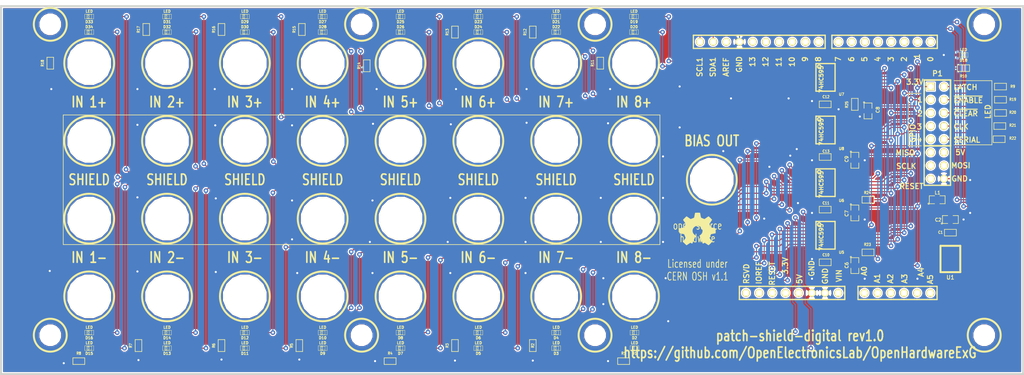
<source format=kicad_pcb>
(kicad_pcb (version 20171130) (host pcbnew "(2018-02-14 revision 6afdf1cf8)-makepkg")
  (title_block (date "27 aug 2013"))
  (layers (0 Front signal) (31 Back signal) (34 B.Paste user) (35 F.Paste user) (36 B.SilkS user) (37 F.SilkS user) (38 B.Mask user) (39 F.Mask user) (44 Edge.Cuts user))
  (net 0 "")
  (net 1 +3.3V)
  (net 2 /GREEN_1N)
  (net 3 /GREEN_1P)
  (net 4 /GREEN_2N)
  (net 5 /GREEN_2P)
  (net 6 /GREEN_3N)
  (net 7 /GREEN_3P)
  (net 8 /GREEN_4N)
  (net 9 /GREEN_4P)
  (net 10 /GREEN_5N)
  (net 11 /GREEN_5P)
  (net 12 /GREEN_6N)
  (net 13 /GREEN_6P)
  (net 14 /GREEN_7N)
  (net 15 /GREEN_7P)
  (net 16 /GREEN_8N)
  (net 17 /GREEN_8P)
  (net 18 /LED_LATCH_CLK)
  (net 19 /LED_OUTPUT_ENABLE_INPUT)
  (net 20 /LED_SERIAL)
  (net 21 /LED_SHIFT_REG_CLEAR)
  (net 22 /LED_SHIFT_REG_CLK)
  (net 23 /PA17_SDA1)
  (net 24 /PA18_SCL1)
  (net 25 /YELLOW_1N)
  (net 26 /YELLOW_1P)
  (net 27 /YELLOW_2N)
  (net 28 /YELLOW_2P)
  (net 29 /YELLOW_3N)
  (net 30 /YELLOW_3P)
  (net 31 /YELLOW_4N)
  (net 32 /YELLOW_4P)
  (net 33 /YELLOW_5N)
  (net 34 /YELLOW_5P)
  (net 35 /YELLOW_6N)
  (net 36 /YELLOW_6P)
  (net 37 /YELLOW_7N)
  (net 38 /YELLOW_7P)
  (net 39 /YELLOW_8N)
  (net 40 /YELLOW_8P)
  (net 41 GND)
  (net 42 N-000001)
  (net 43 N-000008)
  (net 44 N-000044)
  (net 45 N-000048)
  (net 46 N-000052)
  (net 47 N-000063)
  (net 48 N-000075)
  (net 49 N-000076)
  (net 50 N-000077)
  (net 51 N-000079)
  (net 52 N-000080)
  (net 53 N-000081)
  (net 54 N-000082)
  (net 55 N-000083)
  (net 56 N-000084)
  (net 57 N-000085)
  (net 58 N-000087)
  (net 59 N-000088)
  (net 60 N-000089)
  (net 61 N-000090)
  (net 62 N-000091)
  (net 63 N-000092)
  (net 64 N-000093)
  (net 65 N-000094)
  (net 66 N-000095)
  (net 67 N-000102)
  (net 68 N-000103)
  (net 69 N-000104)
  (net 70 N-000105)
  (module LOGO (layer Front) (at 172.2501 91.9988)
    (fp_text reference G*** hide)
    (fp_text value LOGO hide)
  )
  (module Touchproof-socket-spacer (layer Front) (at 55.00116 59.99988)
    (fp_text reference Touchproof-socket hide)
    (fp_text value VAL** hide)
    (pad "" np_thru_hole circle (at 0 0) (size 7.92988 7.92988) (drill 7.92988) (layers *.Cu *.Mask F.SilkS))
  )
  (module Touchproof-socket-spacer (layer Front) (at 69.99986 59.99988)
    (fp_text reference Touchproof-socket hide)
    (fp_text value VAL** hide)
    (pad "" np_thru_hole circle (at 0 0) (size 7.92988 7.92988) (drill 7.92988) (layers *.Cu *.Mask F.SilkS))
  )
  (module Touchproof-socket-spacer (layer Front) (at 85.0011 59.99988)
    (fp_text reference Touchproof-socket hide)
    (fp_text value VAL** hide)
    (pad "" np_thru_hole circle (at 0 0) (size 7.92988 7.92988) (drill 7.92988) (layers *.Cu *.Mask F.SilkS))
  )
  (module Touchproof-socket-spacer (layer Front) (at 99.9998 59.99988)
    (fp_text reference Touchproof-socket hide)
    (fp_text value VAL** hide)
    (pad "" np_thru_hole circle (at 0 0) (size 7.92988 7.92988) (drill 7.92988) (layers *.Cu *.Mask F.SilkS))
  )
  (module Touchproof-socket-spacer (layer Front) (at 115.00104 59.99988)
    (fp_text reference Touchproof-socket hide)
    (fp_text value VAL** hide)
    (pad "" np_thru_hole circle (at 0 0) (size 7.92988 7.92988) (drill 7.92988) (layers *.Cu *.Mask F.SilkS))
  )
  (module Touchproof-socket-spacer (layer Front) (at 129.99974 59.99988)
    (fp_text reference Touchproof-socket hide)
    (fp_text value VAL** hide)
    (pad "" np_thru_hole circle (at 0 0) (size 7.92988 7.92988) (drill 7.92988) (layers *.Cu *.Mask F.SilkS))
  )
  (module Touchproof-socket-spacer (layer Front) (at 145.00098 59.99988)
    (fp_text reference Touchproof-socket hide)
    (fp_text value VAL** hide)
    (pad "" np_thru_hole circle (at 0 0) (size 7.92988 7.92988) (drill 7.92988) (layers *.Cu *.Mask F.SilkS))
  )
  (module Touchproof-socket-spacer (layer Front) (at 159.99968 59.99988)
    (fp_text reference Touchproof-socket hide)
    (fp_text value VAL** hide)
    (pad "" np_thru_hole circle (at 0 0) (size 7.92988 7.92988) (drill 7.92988) (layers *.Cu *.Mask F.SilkS))
  )
  (module Touchproof-socket-spacer (layer Front) (at 55.00116 75.00112)
    (fp_text reference Touchproof-socket hide)
    (fp_text value VAL** hide)
    (pad "" np_thru_hole circle (at 0 0) (size 7.92988 7.92988) (drill 7.92988) (layers *.Cu *.Mask F.SilkS))
  )
  (module Touchproof-socket-spacer (layer Front) (at 69.99986 75.00112)
    (fp_text reference Touchproof-socket hide)
    (fp_text value VAL** hide)
    (pad "" np_thru_hole circle (at 0 0) (size 7.92988 7.92988) (drill 7.92988) (layers *.Cu *.Mask F.SilkS))
  )
  (module Touchproof-socket-spacer (layer Front) (at 85.0011 75.00112)
    (fp_text reference Touchproof-socket hide)
    (fp_text value VAL** hide)
    (pad "" np_thru_hole circle (at 0 0) (size 7.92988 7.92988) (drill 7.92988) (layers *.Cu *.Mask F.SilkS))
  )
  (module Touchproof-socket-spacer (layer Front) (at 99.9998 75.00112)
    (fp_text reference Touchproof-socket hide)
    (fp_text value VAL** hide)
    (pad "" np_thru_hole circle (at 0 0) (size 7.92988 7.92988) (drill 7.92988) (layers *.Cu *.Mask F.SilkS))
  )
  (module Touchproof-socket-spacer (layer Front) (at 115.00104 75.00112)
    (fp_text reference Touchproof-socket hide)
    (fp_text value VAL** hide)
    (pad "" np_thru_hole circle (at 0 0) (size 7.92988 7.92988) (drill 7.92988) (layers *.Cu *.Mask F.SilkS))
  )
  (module Touchproof-socket-spacer (layer Front) (at 129.99974 75.00112)
    (fp_text reference Touchproof-socket hide)
    (fp_text value VAL** hide)
    (pad "" np_thru_hole circle (at 0 0) (size 7.92988 7.92988) (drill 7.92988) (layers *.Cu *.Mask F.SilkS))
  )
  (module Touchproof-socket-spacer (layer Front) (at 145.00098 75.00112)
    (fp_text reference Touchproof-socket hide)
    (fp_text value VAL** hide)
    (pad "" np_thru_hole circle (at 0 0) (size 7.92988 7.92988) (drill 7.92988) (layers *.Cu *.Mask F.SilkS))
  )
  (module Touchproof-socket-spacer (layer Front) (at 159.99968 75.00112)
    (fp_text reference Touchproof-socket hide)
    (fp_text value VAL** hide)
    (pad "" np_thru_hole circle (at 0 0) (size 7.92988 7.92988) (drill 7.92988) (layers *.Cu *.Mask F.SilkS))
  )
  (module Touchproof-socket-spacer (layer Front) (at 159.99968 89.99982)
    (fp_text reference Touchproof-socket hide)
    (fp_text value VAL** hide)
    (pad "" np_thru_hole circle (at 0 0) (size 7.92988 7.92988) (drill 7.92988) (layers *.Cu *.Mask F.SilkS))
  )
  (module Touchproof-socket-spacer (layer Front) (at 145.00098 89.99982)
    (fp_text reference Touchproof-socket hide)
    (fp_text value VAL** hide)
    (pad "" np_thru_hole circle (at 0 0) (size 7.92988 7.92988) (drill 7.92988) (layers *.Cu *.Mask F.SilkS))
  )
  (module Touchproof-socket-spacer (layer Front) (at 129.99974 89.99982)
    (fp_text reference Touchproof-socket hide)
    (fp_text value VAL** hide)
    (pad "" np_thru_hole circle (at 0 0) (size 7.92988 7.92988) (drill 7.92988) (layers *.Cu *.Mask F.SilkS))
  )
  (module Touchproof-socket-spacer (layer Front) (at 115.00104 89.99982)
    (fp_text reference Touchproof-socket hide)
    (fp_text value VAL** hide)
    (pad "" np_thru_hole circle (at 0 0) (size 7.92988 7.92988) (drill 7.92988) (layers *.Cu *.Mask F.SilkS))
  )
  (module Touchproof-socket-spacer (layer Front) (at 99.9998 89.99982)
    (fp_text reference Touchproof-socket hide)
    (fp_text value VAL** hide)
    (pad "" np_thru_hole circle (at 0 0) (size 7.92988 7.92988) (drill 7.92988) (layers *.Cu *.Mask F.SilkS))
  )
  (module Touchproof-socket-spacer (layer Front) (at 85.0011 89.99982)
    (fp_text reference Touchproof-socket hide)
    (fp_text value VAL** hide)
    (pad "" np_thru_hole circle (at 0 0) (size 7.92988 7.92988) (drill 7.92988) (layers *.Cu *.Mask F.SilkS))
  )
  (module Touchproof-socket-spacer (layer Front) (at 69.99986 89.99982)
    (fp_text reference Touchproof-socket hide)
    (fp_text value VAL** hide)
    (pad "" np_thru_hole circle (at 0 0) (size 7.92988 7.92988) (drill 7.92988) (layers *.Cu *.Mask F.SilkS))
  )
  (module Touchproof-socket-spacer (layer Front) (at 55.00116 89.99982)
    (fp_text reference Touchproof-socket hide)
    (fp_text value VAL** hide)
    (pad "" np_thru_hole circle (at 0 0) (size 7.92988 7.92988) (drill 7.92988) (layers *.Cu *.Mask F.SilkS))
  )
  (module Touchproof-socket-spacer (layer Front) (at 55.00116 105.00106)
    (fp_text reference Touchproof-socket hide)
    (fp_text value VAL** hide)
    (pad "" np_thru_hole circle (at 0 0) (size 7.92988 7.92988) (drill 7.92988) (layers *.Cu *.Mask F.SilkS))
  )
  (module Touchproof-socket-spacer (layer Front) (at 69.99986 105.00106)
    (fp_text reference Touchproof-socket hide)
    (fp_text value VAL** hide)
    (pad "" np_thru_hole circle (at 0 0) (size 7.92988 7.92988) (drill 7.92988) (layers *.Cu *.Mask F.SilkS))
  )
  (module Touchproof-socket-spacer (layer Front) (at 85.0011 105.00106)
    (fp_text reference Touchproof-socket hide)
    (fp_text value VAL** hide)
    (pad "" np_thru_hole circle (at 0 0) (size 7.92988 7.92988) (drill 7.92988) (layers *.Cu *.Mask F.SilkS))
  )
  (module Touchproof-socket-spacer (layer Front) (at 99.9998 105.00106)
    (fp_text reference Touchproof-socket hide)
    (fp_text value VAL** hide)
    (pad "" np_thru_hole circle (at 0 0) (size 7.92988 7.92988) (drill 7.92988) (layers *.Cu *.Mask F.SilkS))
  )
  (module Touchproof-socket-spacer (layer Front) (at 115.00104 105.00106)
    (fp_text reference Touchproof-socket hide)
    (fp_text value VAL** hide)
    (pad "" np_thru_hole circle (at 0 0) (size 7.92988 7.92988) (drill 7.92988) (layers *.Cu *.Mask F.SilkS))
  )
  (module Touchproof-socket-spacer (layer Front) (at 129.99974 105.00106)
    (fp_text reference Touchproof-socket hide)
    (fp_text value VAL** hide)
    (pad "" np_thru_hole circle (at 0 0) (size 7.92988 7.92988) (drill 7.92988) (layers *.Cu *.Mask F.SilkS))
  )
  (module Touchproof-socket-spacer (layer Front) (at 145.00098 105.00106)
    (fp_text reference Touchproof-socket hide)
    (fp_text value VAL** hide)
    (pad "" np_thru_hole circle (at 0 0) (size 7.92988 7.92988) (drill 7.92988) (layers *.Cu *.Mask F.SilkS))
  )
  (module Touchproof-socket-spacer (layer Front) (at 159.99968 105.00106)
    (fp_text reference Touchproof-socket hide)
    (fp_text value VAL** hide)
    (pad "" np_thru_hole circle (at 0 0) (size 7.92988 7.92988) (drill 7.92988) (layers *.Cu *.Mask F.SilkS))
  )
  (module Hole_M3 (layer Front) (at 47.50054 52.49926)
    (fp_text reference Hole_M3 hide)
    (fp_text value VAL** hide)
    (pad "" np_thru_hole circle (at 0 0) (size 3.7973 3.7973) (drill 3.7973) (layers *.Cu *.Mask F.SilkS))
  )
  (module Hole_M3 (layer Front) (at 107.50042 52.49926)
    (fp_text reference Hole_M3 hide)
    (fp_text value VAL** hide)
    (pad "" np_thru_hole circle (at 0 0) (size 3.7973 3.7973) (drill 3.7973) (layers *.Cu *.Mask F.SilkS))
  )
  (module Hole_M3 (layer Front) (at 152.49906 52.49926)
    (fp_text reference Hole_M3 hide)
    (fp_text value VAL** hide)
    (pad "" np_thru_hole circle (at 0 0) (size 3.7973 3.7973) (drill 3.7973) (layers *.Cu *.Mask F.SilkS))
  )
  (module Hole_M3 (layer Front) (at 227.50018 52.49926)
    (fp_text reference Hole_M3 hide)
    (fp_text value VAL** hide)
    (pad "" np_thru_hole circle (at 0 0) (size 3.7973 3.7973) (drill 3.7973) (layers *.Cu *.Mask F.SilkS))
  )
  (module Hole_M3 (layer Front) (at 227.50018 112.49914)
    (fp_text reference Hole_M3 hide)
    (fp_text value VAL** hide)
    (pad "" np_thru_hole circle (at 0 0) (size 3.7973 3.7973) (drill 3.7973) (layers *.Cu *.Mask F.SilkS))
  )
  (module Hole_M3 (layer Front) (at 152.49906 112.49914)
    (fp_text reference Hole_M3 hide)
    (fp_text value VAL** hide)
    (pad "" np_thru_hole circle (at 0 0) (size 3.7973 3.7973) (drill 3.7973) (layers *.Cu *.Mask F.SilkS))
  )
  (module Hole_M3 (layer Front) (at 107.50042 112.49914)
    (fp_text reference Hole_M3 hide)
    (fp_text value VAL** hide)
    (pad "" np_thru_hole circle (at 0 0) (size 3.7973 3.7973) (drill 3.7973) (layers *.Cu *.Mask F.SilkS))
  )
  (module Hole_M3 (layer Front) (at 47.50054 112.49914)
    (fp_text reference Hole_M3 hide)
    (fp_text value VAL** hide)
    (pad "" np_thru_hole circle (at 0 0) (size 3.7973 3.7973) (drill 3.7973) (layers *.Cu *.Mask F.SilkS))
  )
  (module Touchproof-socket-spacer (layer Front) (at 175.00092 82.4992)
    (fp_text reference Touchproof-socket hide)
    (fp_text value VAL** hide)
    (pad "" np_thru_hole circle (at 0 0) (size 7.92988 7.92988) (drill 7.92988) (layers *.Cu *.Mask F.SilkS))
  )
  (module SM0603 (layer Front) (at 205.105 96.52 180)
    (fp_text reference R23 (at 0.10414 1.51892 180) (layer F.SilkS) (effects (font (size 0.508 0.4572) (thickness 0.1143))))
    (fp_text value 47 hide)
    (pad 1 smd rect (at -0.762 0 180) (size 0.635 1.143) (layers Front F.Paste F.Mask) (net 59 N-000088))
    (pad 2 smd rect (at 0.762 0 180) (size 0.635 1.143) (layers Front F.Paste F.Mask) (net 50 N-000077))
  )
  (module SM0603 (layer Front) (at 205.105 86.36 180)
    (fp_text reference R24 (at 0.10414 1.3589 180) (layer F.SilkS) (effects (font (size 0.508 0.4572) (thickness 0.1143))))
    (fp_text value 47 hide)
    (pad 1 smd rect (at -0.762 0 180) (size 0.635 1.143) (layers Front F.Paste F.Mask) (net 58 N-000087))
    (pad 2 smd rect (at 0.762 0 180) (size 0.635 1.143) (layers Front F.Paste F.Mask) (net 63 N-000092))
  )
  (module SM0603 (layer Front) (at 202.565 67.945 90)
    (fp_text reference R25 (at -0.05588 -1.56464 90) (layer F.SilkS) (effects (font (size 0.508 0.4572) (thickness 0.1143))))
    (fp_text value 47 hide)
    (pad 1 smd rect (at -0.762 0 90) (size 0.635 1.143) (layers Front F.Paste F.Mask) (net 43 N-000008))
    (pad 2 smd rect (at 0.762 0 90) (size 0.635 1.143) (layers Front F.Paste F.Mask) (net 64 N-000093))
  )
  (module SM0603 (layer Front) (at 230.378 74.676)
    (fp_text reference R22 (at 2.62128 -0.17526) (layer F.SilkS) (effects (font (size 0.508 0.4572) (thickness 0.1143))))
    (fp_text value 47 hide)
    (pad 1 smd rect (at -0.762 0) (size 0.635 1.143) (layers Front F.Paste F.Mask) (net 60 N-000089))
    (pad 2 smd rect (at 0.762 0) (size 0.635 1.143) (layers Front F.Paste F.Mask) (net 20 /LED_SERIAL))
  )
  (module SM0603 (layer Front) (at 230.632 69.596)
    (fp_text reference R20 (at 2.36728 -0.09652) (layer F.SilkS) (effects (font (size 0.508 0.4572) (thickness 0.1143))))
    (fp_text value 47 hide)
    (pad 1 smd rect (at -0.762 0) (size 0.635 1.143) (layers Front F.Paste F.Mask) (net 61 N-000090))
    (pad 2 smd rect (at 0.762 0) (size 0.635 1.143) (layers Front F.Paste F.Mask) (net 21 /LED_SHIFT_REG_CLEAR))
  )
  (module SM0603 (layer Front) (at 230.505 72.136)
    (fp_text reference R21 (at 2.49428 -0.13716) (layer F.SilkS) (effects (font (size 0.508 0.4572) (thickness 0.1143))))
    (fp_text value 47 hide)
    (pad 1 smd rect (at -0.762 0) (size 0.635 1.143) (layers Front F.Paste F.Mask) (net 65 N-000094))
    (pad 2 smd rect (at 0.762 0) (size 0.635 1.143) (layers Front F.Paste F.Mask) (net 22 /LED_SHIFT_REG_CLK))
  )
  (module SM0603 (layer Front) (at 230.632 67.056)
    (fp_text reference R19 (at 2.36728 -0.05588) (layer F.SilkS) (effects (font (size 0.508 0.4572) (thickness 0.1143))))
    (fp_text value 47 hide)
    (pad 1 smd rect (at -0.762 0) (size 0.635 1.143) (layers Front F.Paste F.Mask) (net 66 N-000095))
    (pad 2 smd rect (at 0.762 0) (size 0.635 1.143) (layers Front F.Paste F.Mask) (net 19 /LED_OUTPUT_ENABLE_INPUT))
  )
  (module SM0603 (layer Front) (at 230.632 64.516)
    (fp_text reference R9 (at 2.36728 -0.01524) (layer F.SilkS) (effects (font (size 0.508 0.4572) (thickness 0.1143))))
    (fp_text value 47 hide)
    (pad 1 smd rect (at -0.762 0) (size 0.635 1.143) (layers Front F.Paste F.Mask) (net 62 N-000091))
    (pad 2 smd rect (at 0.762 0) (size 0.635 1.143) (layers Front F.Paste F.Mask) (net 18 /LED_LATCH_CLK))
  )
  (module PIN_ARRAY_5x2 (layer Front) (at 218.4654 69.596 270)
    (fp_text reference P1 (at -7.59714 -0.03556) (layer F.SilkS) (effects (font (size 1.016 1.016) (thickness 0.2032))))
    (fp_text value CONN_5X2 hide)
    (pad 1 thru_hole rect (at -5.08 1.27 270) (size 1.524 1.524) (drill 1.016) (layers *.Cu *.Mask F.SilkS) (net 1 +3.3V))
    (pad 2 thru_hole circle (at -5.08 -1.27 270) (size 1.524 1.524) (drill 1.016) (layers *.Cu *.Mask F.SilkS) (net 62 N-000091))
    (pad 3 thru_hole circle (at -2.54 1.27 270) (size 1.524 1.524) (drill 1.016) (layers *.Cu *.Mask F.SilkS))
    (pad 4 thru_hole circle (at -2.54 -1.27 270) (size 1.524 1.524) (drill 1.016) (layers *.Cu *.Mask F.SilkS) (net 66 N-000095))
    (pad 5 thru_hole circle (at 0 1.27 270) (size 1.524 1.524) (drill 1.016) (layers *.Cu *.Mask F.SilkS))
    (pad 6 thru_hole circle (at 0 -1.27 270) (size 1.524 1.524) (drill 1.016) (layers *.Cu *.Mask F.SilkS) (net 61 N-000090))
    (pad 7 thru_hole circle (at 2.54 1.27 270) (size 1.524 1.524) (drill 1.016) (layers *.Cu *.Mask F.SilkS))
    (pad 8 thru_hole circle (at 2.54 -1.27 270) (size 1.524 1.524) (drill 1.016) (layers *.Cu *.Mask F.SilkS) (net 65 N-000094))
    (pad 9 thru_hole circle (at 5.08 1.27 270) (size 1.524 1.524) (drill 1.016) (layers *.Cu *.Mask F.SilkS))
    (pad 10 thru_hole circle (at 5.08 -1.27 270) (size 1.524 1.524) (drill 1.016) (layers *.Cu *.Mask F.SilkS) (net 60 N-000089))
  )
  (module SOIC8 (layer Front) (at 220.98 97.79 270)
    (fp_text reference U1 (at 3.556 0) (layer F.SilkS) (effects (font (size 0.762 0.762) (thickness 0.1524))))
    (fp_text value CAT24C128 hide)
    (pad 1 smd rect (at -1.905 3.81 270) (size 0.70104 1.50114) (layers Front F.Paste F.Mask) (net 67 N-000102))
    (pad 2 smd rect (at -0.635 3.81 270) (size 0.70104 1.50114) (layers Front F.Paste F.Mask) (net 41 GND))
    (pad 3 smd rect (at 0.635 3.81 270) (size 0.70104 1.50114) (layers Front F.Paste F.Mask) (net 41 GND))
    (pad 4 smd rect (at 1.905 3.81 270) (size 0.70104 1.50114) (layers Front F.Paste F.Mask) (net 41 GND))
    (pad 5 smd rect (at 1.905 -3.81 270) (size 0.70104 1.50114) (layers Front F.Paste F.Mask) (net 23 /PA17_SDA1))
    (pad 6 smd rect (at 0.635 -3.81 270) (size 0.70104 1.50114) (layers Front F.Paste F.Mask) (net 24 /PA18_SCL1))
    (pad 7 smd rect (at -0.635 -3.81 270) (size 0.70104 1.50114) (layers Front F.Paste F.Mask) (net 41 GND))
    (pad 8 smd rect (at -1.905 -3.81 270) (size 0.70104 1.50114) (layers Front F.Paste F.Mask) (net 67 N-000102))
  )
  (module SM0805 (layer Front) (at 220.98 90.17)
    (fp_text reference C2 (at -2.3495 0.0635) (layer F.SilkS) (effects (font (size 0.635 0.635) (thickness 0.127))))
    (fp_text value 10uF hide)
    (pad 1 smd rect (at -0.9525 0) (size 0.889 1.397) (layers Front F.Paste F.Mask) (net 67 N-000102))
    (pad 2 smd rect (at 0.9525 0) (size 0.889 1.397) (layers Front F.Paste F.Mask) (net 41 GND))
  )
  (module SM0805 (layer Front) (at 218.44 86.36)
    (fp_text reference L1 (at 0.06096 -1.3589) (layer F.SilkS) (effects (font (size 0.635 0.635) (thickness 0.127))))
    (fp_text value MH2029-221Y hide)
    (pad 1 smd rect (at -0.9525 0) (size 0.889 1.397) (layers Front F.Paste F.Mask) (net 1 +3.3V))
    (pad 2 smd rect (at 0.9525 0) (size 0.889 1.397) (layers Front F.Paste F.Mask) (net 67 N-000102))
  )
  (module SM0603 (layer Front) (at 220.98 92.71)
    (fp_text reference C1 (at -1.905 -0.0635) (layer F.SilkS) (effects (font (size 0.508 0.4572) (thickness 0.1143))))
    (fp_text value 100nF hide)
    (pad 1 smd rect (at -0.762 0) (size 0.635 1.143) (layers Front F.Paste F.Mask) (net 67 N-000102))
    (pad 2 smd rect (at 0.762 0) (size 0.635 1.143) (layers Front F.Paste F.Mask) (net 41 GND))
  )
  (module arduino_shield (layer Front) (at 198.12 78.74)
    (fp_text reference P2 hide)
    (fp_text value ARDUINO_SHIELD hide)
    (fp_text user RSVD (at -16.4465 21.9075 90) (layer F.SilkS) (effects (font (size 1.016 1.016) (thickness 0.2032))))
    (fp_text user IOREF (at -14.0335 21.717 90) (layer F.SilkS) (effects (font (size 1.016 1.016) (thickness 0.2032))))
    (fp_text user RESET (at -11.4935 21.844 90) (layer F.SilkS) (effects (font (size 1.016 1.016) (thickness 0.2032))))
    (fp_text user 3.3V (at -8.9662 20.36318 90) (layer F.SilkS) (effects (font (size 1.016 1.016) (thickness 0.2032))))
    (fp_text user 5V (at -6.223 22.9235 90) (layer F.SilkS) (effects (font (size 1.016 1.016) (thickness 0.2032))))
    (fp_text user GND (at -3.8862 20.87118 90) (layer F.SilkS) (effects (font (size 1.016 1.016) (thickness 0.2032))))
    (fp_text user GND (at -1.27 22.352 90) (layer F.SilkS) (effects (font (size 1.016 1.016) (thickness 0.2032))))
    (fp_text user VIN (at 1.397 22.2885 90) (layer F.SilkS) (effects (font (size 1.016 1.016) (thickness 0.2032))))
    (fp_text user A0 (at 6.2484 21.37918 90) (layer F.SilkS) (effects (font (size 1.016 1.016) (thickness 0.2032))))
    (fp_text user A1 (at 8.763 22.7965 90) (layer F.SilkS) (effects (font (size 1.016 1.016) (thickness 0.2032))))
    (fp_text user A2 (at 11.303 22.86 90) (layer F.SilkS) (effects (font (size 1.016 1.016) (thickness 0.2032))))
    (fp_text user A3 (at 14.0335 22.86 90) (layer F.SilkS) (effects (font (size 1.016 1.016) (thickness 0.2032))))
    (fp_text user A4 (at 17.2085 21.59 90) (layer F.SilkS) (effects (font (size 1.016 1.016) (thickness 0.2032))))
    (fp_text user A5 (at 18.9865 22.987 90) (layer F.SilkS) (effects (font (size 1.016 1.016) (thickness 0.2032))))
    (fp_text user MISO (at 14.1605 -1.4605) (layer F.SilkS) (effects (font (size 1.016 1.016) (thickness 0.2032))))
    (fp_text user SCLK (at 14.351 1.143) (layer F.SilkS) (effects (font (size 1.016 1.016) (thickness 0.2032))))
    (fp_text user RESET (at 15.367 5.0165) (layer F.SilkS) (effects (font (size 1.016 1.016) (thickness 0.2032))))
    (fp_text user 5V (at 24.765 -1.524) (layer F.SilkS) (effects (font (size 1.016 1.016) (thickness 0.2032))))
    (fp_text user MOSI (at 24.8666 1.016) (layer F.SilkS) (effects (font (size 1.016 1.016) (thickness 0.2032))))
    (fp_text user GND (at 24.638 3.556) (layer F.SilkS) (effects (font (size 1.016 1.016) (thickness 0.2032))))
    (fp_text user 0 (at 19.0246 -19.51482 90) (layer F.SilkS) (effects (font (size 1.016 1.016) (thickness 0.2032))))
    (fp_text user 1 (at 16.4465 -20.066 90) (layer F.SilkS) (effects (font (size 1.016 1.016) (thickness 0.2032))))
    (fp_text user 2 (at 13.9446 -19.51482 90) (layer F.SilkS) (effects (font (size 1.016 1.016) (thickness 0.2032))))
    (fp_text user 3 (at 11.4046 -19.51482 90) (layer F.SilkS) (effects (font (size 1.016 1.016) (thickness 0.2032))))
    (fp_text user 4 (at 8.8646 -19.51482 90) (layer F.SilkS) (effects (font (size 1.016 1.016) (thickness 0.2032))))
    (fp_text user 5 (at 6.3246 -19.51482 90) (layer F.SilkS) (effects (font (size 1.016 1.016) (thickness 0.2032))))
    (fp_text user 6 (at 3.7846 -19.51482 90) (layer F.SilkS) (effects (font (size 1.016 1.016) (thickness 0.2032))))
    (fp_text user 7 (at 1.2446 -19.51482 90) (layer F.SilkS) (effects (font (size 1.016 1.016) (thickness 0.2032))))
    (fp_text user 8 (at -2.5908 -19.51482 90) (layer F.SilkS) (effects (font (size 1.016 1.016) (thickness 0.2032))))
    (fp_text user 9 (at -5.1308 -19.51482 90) (layer F.SilkS) (effects (font (size 1.016 1.016) (thickness 0.2032))))
    (fp_text user 10 (at -7.6708 -19.00682 90) (layer F.SilkS) (effects (font (size 1.016 1.016) (thickness 0.2032))))
    (fp_text user 11 (at -10.2108 -19.00682 90) (layer F.SilkS) (effects (font (size 1.016 1.016) (thickness 0.2032))))
    (fp_text user 12 (at -12.7508 -19.00682 90) (layer F.SilkS) (effects (font (size 1.016 1.016) (thickness 0.2032))))
    (fp_text user 13 (at -15.2908 -19.00682 90) (layer F.SilkS) (effects (font (size 1.016 1.016) (thickness 0.2032))))
    (fp_text user GND (at -17.8308 -18.49882 90) (layer F.SilkS) (effects (font (size 1.016 1.016) (thickness 0.2032))))
    (fp_text user AREF (at -20.3708 -17.99082 90) (layer F.SilkS) (effects (font (size 1.016 1.016) (thickness 0.2032))))
    (fp_text user SDA1 (at -22.9108 -17.99082 90) (layer F.SilkS) (effects (font (size 1.016 1.016) (thickness 0.2032))))
    (fp_text user SCL1 (at -25.4508 -17.99082 90) (layer F.SilkS) (effects (font (size 1.016 1.016) (thickness 0.2032))))
    (pad 90 thru_hole circle (at -16.5354 25.6032) (size 1.524 1.524) (drill 1.00076) (layers *.Cu *.Mask F.SilkS))
    (pad 91 thru_hole circle (at -13.9954 25.6032) (size 1.524 1.524) (drill 1.00076) (layers *.Cu *.Mask F.SilkS) (net 1 +3.3V))
    (pad 92 thru_hole circle (at -11.4554 25.6032) (size 1.524 1.524) (drill 1.00076) (layers *.Cu *.Mask F.SilkS))
    (pad 93 thru_hole circle (at -8.9154 25.6032) (size 1.524 1.524) (drill 1.00076) (layers *.Cu *.Mask F.SilkS) (net 1 +3.3V))
    (pad 94 thru_hole circle (at -6.3754 25.6032) (size 1.524 1.524) (drill 1.00076) (layers *.Cu *.Mask F.SilkS))
    (pad 95 thru_hole circle (at -3.8354 25.6032) (size 1.524 1.524) (drill 1.00076) (layers *.Cu *.Mask F.SilkS) (net 41 GND))
    (pad 96 thru_hole circle (at -1.2954 25.6032) (size 1.524 1.524) (drill 1.00076) (layers *.Cu *.Mask F.SilkS) (net 41 GND))
    (pad 97 thru_hole circle (at 1.2446 25.6032) (size 1.524 1.524) (drill 1.00076) (layers *.Cu *.Mask F.SilkS))
    (pad 54 thru_hole circle (at 6.2992 25.6032) (size 1.524 1.524) (drill 1.00076) (layers *.Cu *.Mask F.SilkS))
    (pad 55 thru_hole circle (at 8.8392 25.6032) (size 1.524 1.524) (drill 1.00076) (layers *.Cu *.Mask F.SilkS))
    (pad 56 thru_hole circle (at 11.3792 25.6032) (size 1.524 1.524) (drill 1.00076) (layers *.Cu *.Mask F.SilkS))
    (pad 57 thru_hole circle (at 13.9192 25.6032) (size 1.524 1.524) (drill 1.00076) (layers *.Cu *.Mask F.SilkS))
    (pad 58 thru_hole circle (at 16.4592 25.6032) (size 1.524 1.524) (drill 1.00076) (layers *.Cu *.Mask F.SilkS))
    (pad 59 thru_hole circle (at 18.9992 25.6032) (size 1.524 1.524) (drill 1.00076) (layers *.Cu *.Mask F.SilkS))
    (pad 74 thru_hole circle (at 19.0754 -1.524) (size 1.524 1.524) (drill 1.00076) (layers *.Cu *.Mask F.SilkS))
    (pad 76 thru_hole circle (at 19.0754 1.016) (size 1.524 1.524) (drill 1.00076) (layers *.Cu *.Mask F.SilkS))
    (pad 89 thru_hole circle (at 19.0754 3.556) (size 1.524 1.524) (drill 1.00076) (layers *.Cu *.Mask F.SilkS))
    (pad 87 thru_hole circle (at 21.6154 3.556) (size 1.524 1.524) (drill 1.00076) (layers *.Cu *.Mask F.SilkS) (net 41 GND))
    (pad 75 thru_hole circle (at 21.6154 1.016) (size 1.524 1.524) (drill 1.00076) (layers *.Cu *.Mask F.SilkS))
    (pad 88 thru_hole circle (at 21.6154 -1.524) (size 1.524 1.524) (drill 1.00076) (layers *.Cu *.Mask F.SilkS))
    (pad 0 thru_hole circle (at 19.0754 -22.86) (size 1.524 1.524) (drill 1.00076) (layers *.Cu *.Mask F.SilkS))
    (pad 1 thru_hole circle (at 16.5354 -22.86) (size 1.524 1.524) (drill 1.00076) (layers *.Cu *.Mask F.SilkS))
    (pad 2 thru_hole circle (at 13.9954 -22.86) (size 1.524 1.524) (drill 1.00076) (layers *.Cu *.Mask F.SilkS))
    (pad 3 thru_hole circle (at 11.4554 -22.86) (size 1.524 1.524) (drill 1.00076) (layers *.Cu *.Mask F.SilkS))
    (pad 4 thru_hole circle (at 8.9154 -22.86) (size 1.524 1.524) (drill 1.00076) (layers *.Cu *.Mask F.SilkS))
    (pad 5 thru_hole circle (at 6.3754 -22.86) (size 1.524 1.524) (drill 1.00076) (layers *.Cu *.Mask F.SilkS))
    (pad 6 thru_hole circle (at 3.8354 -22.86) (size 1.524 1.524) (drill 1.00076) (layers *.Cu *.Mask F.SilkS))
    (pad 7 thru_hole circle (at 1.2954 -22.86) (size 1.524 1.524) (drill 1.00076) (layers *.Cu *.Mask F.SilkS))
    (pad 8 thru_hole circle (at -2.54 -22.86) (size 1.524 1.524) (drill 1.00076) (layers *.Cu *.Mask F.SilkS))
    (pad 9 thru_hole circle (at -5.08 -22.86) (size 1.524 1.524) (drill 1.00076) (layers *.Cu *.Mask F.SilkS))
    (pad 10 thru_hole circle (at -7.62 -22.86) (size 1.524 1.524) (drill 1.00076) (layers *.Cu *.Mask F.SilkS))
    (pad 11 thru_hole circle (at -10.16 -22.86) (size 1.524 1.524) (drill 1.00076) (layers *.Cu *.Mask F.SilkS))
    (pad 12 thru_hole circle (at -12.7 -22.86) (size 1.524 1.524) (drill 1.00076) (layers *.Cu *.Mask F.SilkS))
    (pad 13 thru_hole circle (at -15.24 -22.86) (size 1.524 1.524) (drill 1.00076) (layers *.Cu *.Mask F.SilkS))
    (pad 99 thru_hole circle (at -17.78 -22.86) (size 1.524 1.524) (drill 1.00076) (layers *.Cu *.Mask F.SilkS) (net 41 GND))
    (pad 98 thru_hole circle (at -20.32 -22.86) (size 1.524 1.524) (drill 1.00076) (layers *.Cu *.Mask F.SilkS))
    (pad 70 thru_hole circle (at -22.86 -22.86) (size 1.524 1.524) (drill 1.00076) (layers *.Cu *.Mask F.SilkS) (net 23 /PA17_SDA1))
    (pad 71 thru_hole circle (at -25.4 -22.86) (size 1.524 1.524) (drill 1.00076) (layers *.Cu *.Mask F.SilkS) (net 24 /PA18_SCL1))
  )
  (module SM0805 (layer Front) (at 202.565 78.74 270)
    (fp_text reference C9 (at -0.23876 1.56464 270) (layer F.SilkS) (effects (font (size 0.635 0.635) (thickness 0.127))))
    (fp_text value 10uF hide)
    (pad 1 smd rect (at -0.9525 0 270) (size 0.889 1.397) (layers Front F.Paste F.Mask) (net 1 +3.3V))
    (pad 2 smd rect (at 0.9525 0 270) (size 0.889 1.397) (layers Front F.Paste F.Mask) (net 41 GND))
  )
  (module SM0603 (layer Front) (at 196.85 78.105 180)
    (fp_text reference C13 (at -0.14986 1.1049 180) (layer F.SilkS) (effects (font (size 0.508 0.4572) (thickness 0.1143))))
    (fp_text value 100nF hide)
    (pad 1 smd rect (at -0.762 0 180) (size 0.635 1.143) (layers Front F.Paste F.Mask) (net 1 +3.3V))
    (pad 2 smd rect (at 0.762 0 180) (size 0.635 1.143) (layers Front F.Paste F.Mask) (net 41 GND))
  )
  (module SM0603 (layer Front) (at 196.85 67.945 180)
    (fp_text reference C12 (at -0.14986 1.44526 180) (layer F.SilkS) (effects (font (size 0.508 0.4572) (thickness 0.1143))))
    (fp_text value 100nF hide)
    (pad 1 smd rect (at -0.762 0 180) (size 0.635 1.143) (layers Front F.Paste F.Mask) (net 1 +3.3V))
    (pad 2 smd rect (at 0.762 0 180) (size 0.635 1.143) (layers Front F.Paste F.Mask) (net 41 GND))
  )
  (module SM0805 (layer Front) (at 205.105 69.215 270)
    (fp_text reference C8 (at -0.2159 -1.89484 270) (layer F.SilkS) (effects (font (size 0.635 0.635) (thickness 0.127))))
    (fp_text value 10uF hide)
    (pad 1 smd rect (at -0.9525 0 270) (size 0.889 1.397) (layers Front F.Paste F.Mask) (net 1 +3.3V))
    (pad 2 smd rect (at 0.9525 0 270) (size 0.889 1.397) (layers Front F.Paste F.Mask) (net 41 GND))
  )
  (module SM0805 (layer Front) (at 202.565 88.9 270)
    (fp_text reference C7 (at 0.09906 1.56464 270) (layer F.SilkS) (effects (font (size 0.635 0.635) (thickness 0.127))))
    (fp_text value 10uF hide)
    (pad 1 smd rect (at -0.9525 0 270) (size 0.889 1.397) (layers Front F.Paste F.Mask) (net 1 +3.3V))
    (pad 2 smd rect (at 0.9525 0 270) (size 0.889 1.397) (layers Front F.Paste F.Mask) (net 41 GND))
  )
  (module SM0603 (layer Front) (at 196.85 88.265 180)
    (fp_text reference C11 (at -0.14986 1.26492 180) (layer F.SilkS) (effects (font (size 0.508 0.4572) (thickness 0.1143))))
    (fp_text value 100nF hide)
    (pad 1 smd rect (at -0.762 0 180) (size 0.635 1.143) (layers Front F.Paste F.Mask) (net 1 +3.3V))
    (pad 2 smd rect (at 0.762 0 180) (size 0.635 1.143) (layers Front F.Paste F.Mask) (net 41 GND))
  )
  (module SM0603 (layer Front) (at 196.85 98.425 180)
    (fp_text reference C10 (at -0.14986 1.42494 180) (layer F.SilkS) (effects (font (size 0.508 0.4572) (thickness 0.1143))))
    (fp_text value 100nF hide)
    (pad 1 smd rect (at -0.762 0 180) (size 0.635 1.143) (layers Front F.Paste F.Mask) (net 1 +3.3V))
    (pad 2 smd rect (at 0.762 0 180) (size 0.635 1.143) (layers Front F.Paste F.Mask) (net 41 GND))
  )
  (module SM0805 (layer Front) (at 202.565 99.06 270)
    (fp_text reference C6 (at -0.06096 1.56464 270) (layer F.SilkS) (effects (font (size 0.635 0.635) (thickness 0.127))))
    (fp_text value 10uF hide)
    (pad 1 smd rect (at -0.9525 0 270) (size 0.889 1.397) (layers Front F.Paste F.Mask) (net 1 +3.3V))
    (pad 2 smd rect (at 0.9525 0 270) (size 0.889 1.397) (layers Front F.Paste F.Mask) (net 41 GND))
  )
  (module SM0603 (layer Front) (at 223.52 60.96)
    (fp_text reference R10 (at -0.02032 1.53924) (layer F.SilkS) (effects (font (size 0.508 0.4572) (thickness 0.1143))))
    (fp_text value 560 hide)
    (pad 1 smd rect (at -0.762 0) (size 0.635 1.143) (layers Front F.Paste F.Mask) (net 1 +3.3V))
    (pad 2 smd rect (at 0.762 0) (size 0.635 1.143) (layers Front F.Paste F.Mask) (net 42 N-000001))
  )
  (module LED-0603 (layer Front) (at 223.52 58.42 180)
    (fp_text reference D18 (at 0 -1.016 180) (layer F.SilkS) (effects (font (size 0.508 0.508) (thickness 0.127))))
    (fp_text value LED (at 0 1.016 180) (layer F.SilkS) (effects (font (size 0.508 0.508) (thickness 0.127))))
    (pad 1 smd rect (at -0.7493 0 180) (size 0.79756 0.79756) (layers Front F.Paste F.Mask) (net 42 N-000001))
    (pad 2 smd rect (at 0.7493 0 180) (size 0.79756 0.79756) (layers Front F.Paste F.Mask) (net 41 GND))
  )
  (module TSSOP16 (layer Front) (at 196.85 73.025 270)
    (fp_text reference U8 (at 3.47472 -3.1496) (layer F.SilkS) (effects (font (size 0.508 0.508) (thickness 0.127))))
    (fp_text value 74HC595 (at 0.24892 0.7493 270) (layer F.SilkS) (effects (font (size 0.762 0.762) (thickness 0.1905))))
    (pad 1 smd rect (at -2.27584 2.79908 270) (size 0.381 1.27) (layers Front F.Paste F.Mask) (net 32 /YELLOW_4P))
    (pad 2 smd rect (at -1.6256 2.79908 270) (size 0.381 1.27) (layers Front F.Paste F.Mask) (net 7 /GREEN_3P))
    (pad 3 smd rect (at -0.97536 2.79908 270) (size 0.381 1.27) (layers Front F.Paste F.Mask) (net 30 /YELLOW_3P))
    (pad 4 smd rect (at -0.32512 2.79908 270) (size 0.381 1.27) (layers Front F.Paste F.Mask) (net 5 /GREEN_2P))
    (pad 5 smd rect (at 0.32512 2.79908 270) (size 0.381 1.27) (layers Front F.Paste F.Mask) (net 28 /YELLOW_2P))
    (pad 6 smd rect (at 0.97536 2.79908 270) (size 0.381 1.27) (layers Front F.Paste F.Mask) (net 3 /GREEN_1P))
    (pad 7 smd rect (at 1.6256 2.79908 270) (size 0.381 1.27) (layers Front F.Paste F.Mask) (net 26 /YELLOW_1P))
    (pad 8 smd rect (at 2.27584 2.79908 270) (size 0.381 1.27) (layers Front F.Paste F.Mask) (net 41 GND))
    (pad 9 smd rect (at 2.27584 -2.79908 270) (size 0.381 1.27) (layers Front F.Paste F.Mask))
    (pad 10 smd rect (at 1.6256 -2.79908 270) (size 0.381 1.27) (layers Front F.Paste F.Mask) (net 21 /LED_SHIFT_REG_CLEAR))
    (pad 11 smd rect (at 0.97536 -2.79908 270) (size 0.381 1.27) (layers Front F.Paste F.Mask) (net 22 /LED_SHIFT_REG_CLK))
    (pad 12 smd rect (at 0.32512 -2.79908 270) (size 0.381 1.27) (layers Front F.Paste F.Mask) (net 18 /LED_LATCH_CLK))
    (pad 13 smd rect (at -0.32512 -2.79908 270) (size 0.381 1.27) (layers Front F.Paste F.Mask) (net 19 /LED_OUTPUT_ENABLE_INPUT))
    (pad 14 smd rect (at -0.97536 -2.79908 270) (size 0.381 1.27) (layers Front F.Paste F.Mask) (net 43 N-000008))
    (pad 15 smd rect (at -1.6256 -2.79908 270) (size 0.381 1.27) (layers Front F.Paste F.Mask) (net 9 /GREEN_4P))
    (pad 16 smd rect (at -2.27584 -2.79908 270) (size 0.381 1.27) (layers Front F.Paste F.Mask) (net 1 +3.3V))
  )
  (module TSSOP16 (layer Front) (at 196.85 62.865 270)
    (fp_text reference U7 (at 3.13436 -3.1496) (layer F.SilkS) (effects (font (size 0.508 0.508) (thickness 0.127))))
    (fp_text value 74HC595 (at 0.24892 0.7493 270) (layer F.SilkS) (effects (font (size 0.762 0.762) (thickness 0.1905))))
    (pad 1 smd rect (at -2.27584 2.79908 270) (size 0.381 1.27) (layers Front F.Paste F.Mask) (net 40 /YELLOW_8P))
    (pad 2 smd rect (at -1.6256 2.79908 270) (size 0.381 1.27) (layers Front F.Paste F.Mask) (net 15 /GREEN_7P))
    (pad 3 smd rect (at -0.97536 2.79908 270) (size 0.381 1.27) (layers Front F.Paste F.Mask) (net 38 /YELLOW_7P))
    (pad 4 smd rect (at -0.32512 2.79908 270) (size 0.381 1.27) (layers Front F.Paste F.Mask) (net 13 /GREEN_6P))
    (pad 5 smd rect (at 0.32512 2.79908 270) (size 0.381 1.27) (layers Front F.Paste F.Mask) (net 36 /YELLOW_6P))
    (pad 6 smd rect (at 0.97536 2.79908 270) (size 0.381 1.27) (layers Front F.Paste F.Mask) (net 11 /GREEN_5P))
    (pad 7 smd rect (at 1.6256 2.79908 270) (size 0.381 1.27) (layers Front F.Paste F.Mask) (net 34 /YELLOW_5P))
    (pad 8 smd rect (at 2.27584 2.79908 270) (size 0.381 1.27) (layers Front F.Paste F.Mask) (net 41 GND))
    (pad 9 smd rect (at 2.27584 -2.79908 270) (size 0.381 1.27) (layers Front F.Paste F.Mask) (net 64 N-000093))
    (pad 10 smd rect (at 1.6256 -2.79908 270) (size 0.381 1.27) (layers Front F.Paste F.Mask) (net 21 /LED_SHIFT_REG_CLEAR))
    (pad 11 smd rect (at 0.97536 -2.79908 270) (size 0.381 1.27) (layers Front F.Paste F.Mask) (net 22 /LED_SHIFT_REG_CLK))
    (pad 12 smd rect (at 0.32512 -2.79908 270) (size 0.381 1.27) (layers Front F.Paste F.Mask) (net 18 /LED_LATCH_CLK))
    (pad 13 smd rect (at -0.32512 -2.79908 270) (size 0.381 1.27) (layers Front F.Paste F.Mask) (net 19 /LED_OUTPUT_ENABLE_INPUT))
    (pad 14 smd rect (at -0.97536 -2.79908 270) (size 0.381 1.27) (layers Front F.Paste F.Mask) (net 58 N-000087))
    (pad 15 smd rect (at -1.6256 -2.79908 270) (size 0.381 1.27) (layers Front F.Paste F.Mask) (net 17 /GREEN_8P))
    (pad 16 smd rect (at -2.27584 -2.79908 270) (size 0.381 1.27) (layers Front F.Paste F.Mask) (net 1 +3.3V))
  )
  (module TSSOP16 (layer Front) (at 196.85 83.185 270)
    (fp_text reference U6 (at 3.3147 -3.1496) (layer F.SilkS) (effects (font (size 0.508 0.508) (thickness 0.127))))
    (fp_text value 74HC595 (at 0.24892 0.7493 270) (layer F.SilkS) (effects (font (size 0.762 0.762) (thickness 0.1905))))
    (pad 1 smd rect (at -2.27584 2.79908 270) (size 0.381 1.27) (layers Front F.Paste F.Mask) (net 31 /YELLOW_4N))
    (pad 2 smd rect (at -1.6256 2.79908 270) (size 0.381 1.27) (layers Front F.Paste F.Mask) (net 6 /GREEN_3N))
    (pad 3 smd rect (at -0.97536 2.79908 270) (size 0.381 1.27) (layers Front F.Paste F.Mask) (net 29 /YELLOW_3N))
    (pad 4 smd rect (at -0.32512 2.79908 270) (size 0.381 1.27) (layers Front F.Paste F.Mask) (net 4 /GREEN_2N))
    (pad 5 smd rect (at 0.32512 2.79908 270) (size 0.381 1.27) (layers Front F.Paste F.Mask) (net 27 /YELLOW_2N))
    (pad 6 smd rect (at 0.97536 2.79908 270) (size 0.381 1.27) (layers Front F.Paste F.Mask) (net 2 /GREEN_1N))
    (pad 7 smd rect (at 1.6256 2.79908 270) (size 0.381 1.27) (layers Front F.Paste F.Mask) (net 25 /YELLOW_1N))
    (pad 8 smd rect (at 2.27584 2.79908 270) (size 0.381 1.27) (layers Front F.Paste F.Mask) (net 41 GND))
    (pad 9 smd rect (at 2.27584 -2.79908 270) (size 0.381 1.27) (layers Front F.Paste F.Mask) (net 63 N-000092))
    (pad 10 smd rect (at 1.6256 -2.79908 270) (size 0.381 1.27) (layers Front F.Paste F.Mask) (net 21 /LED_SHIFT_REG_CLEAR))
    (pad 11 smd rect (at 0.97536 -2.79908 270) (size 0.381 1.27) (layers Front F.Paste F.Mask) (net 22 /LED_SHIFT_REG_CLK))
    (pad 12 smd rect (at 0.32512 -2.79908 270) (size 0.381 1.27) (layers Front F.Paste F.Mask) (net 18 /LED_LATCH_CLK))
    (pad 13 smd rect (at -0.32512 -2.79908 270) (size 0.381 1.27) (layers Front F.Paste F.Mask) (net 19 /LED_OUTPUT_ENABLE_INPUT))
    (pad 14 smd rect (at -0.97536 -2.79908 270) (size 0.381 1.27) (layers Front F.Paste F.Mask) (net 59 N-000088))
    (pad 15 smd rect (at -1.6256 -2.79908 270) (size 0.381 1.27) (layers Front F.Paste F.Mask) (net 8 /GREEN_4N))
    (pad 16 smd rect (at -2.27584 -2.79908 270) (size 0.381 1.27) (layers Front F.Paste F.Mask) (net 1 +3.3V))
  )
  (module TSSOP16 (layer Front) (at 196.85 93.345 270)
    (fp_text reference U5 (at 3.15468 -3.1496) (layer F.SilkS) (effects (font (size 0.508 0.508) (thickness 0.127))))
    (fp_text value 74HC595 (at 0.24892 0.7493 270) (layer F.SilkS) (effects (font (size 0.762 0.762) (thickness 0.1905))))
    (pad 1 smd rect (at -2.27584 2.79908 270) (size 0.381 1.27) (layers Front F.Paste F.Mask) (net 39 /YELLOW_8N))
    (pad 2 smd rect (at -1.6256 2.79908 270) (size 0.381 1.27) (layers Front F.Paste F.Mask) (net 14 /GREEN_7N))
    (pad 3 smd rect (at -0.97536 2.79908 270) (size 0.381 1.27) (layers Front F.Paste F.Mask) (net 37 /YELLOW_7N))
    (pad 4 smd rect (at -0.32512 2.79908 270) (size 0.381 1.27) (layers Front F.Paste F.Mask) (net 12 /GREEN_6N))
    (pad 5 smd rect (at 0.32512 2.79908 270) (size 0.381 1.27) (layers Front F.Paste F.Mask) (net 35 /YELLOW_6N))
    (pad 6 smd rect (at 0.97536 2.79908 270) (size 0.381 1.27) (layers Front F.Paste F.Mask) (net 10 /GREEN_5N))
    (pad 7 smd rect (at 1.6256 2.79908 270) (size 0.381 1.27) (layers Front F.Paste F.Mask) (net 33 /YELLOW_5N))
    (pad 8 smd rect (at 2.27584 2.79908 270) (size 0.381 1.27) (layers Front F.Paste F.Mask) (net 41 GND))
    (pad 9 smd rect (at 2.27584 -2.79908 270) (size 0.381 1.27) (layers Front F.Paste F.Mask) (net 50 N-000077))
    (pad 10 smd rect (at 1.6256 -2.79908 270) (size 0.381 1.27) (layers Front F.Paste F.Mask) (net 21 /LED_SHIFT_REG_CLEAR))
    (pad 11 smd rect (at 0.97536 -2.79908 270) (size 0.381 1.27) (layers Front F.Paste F.Mask) (net 22 /LED_SHIFT_REG_CLK))
    (pad 12 smd rect (at 0.32512 -2.79908 270) (size 0.381 1.27) (layers Front F.Paste F.Mask) (net 18 /LED_LATCH_CLK))
    (pad 13 smd rect (at -0.32512 -2.79908 270) (size 0.381 1.27) (layers Front F.Paste F.Mask) (net 19 /LED_OUTPUT_ENABLE_INPUT))
    (pad 14 smd rect (at -0.97536 -2.79908 270) (size 0.381 1.27) (layers Front F.Paste F.Mask) (net 20 /LED_SERIAL))
    (pad 15 smd rect (at -1.6256 -2.79908 270) (size 0.381 1.27) (layers Front F.Paste F.Mask) (net 16 /GREEN_8N))
    (pad 16 smd rect (at -2.27584 -2.79908 270) (size 0.381 1.27) (layers Front F.Paste F.Mask) (net 1 +3.3V))
  )
  (module LED-0603 (layer Front) (at 115.00104 54.0004 180)
    (fp_text reference D26 (at 0 1.00076 180) (layer F.SilkS) (effects (font (size 0.508 0.508) (thickness 0.127))))
    (fp_text value LED hide)
    (pad 1 smd rect (at -0.7493 0 180) (size 0.79756 0.79756) (layers Front F.Paste F.Mask) (net 34 /YELLOW_5P))
    (pad 2 smd rect (at 0.7493 0 180) (size 0.79756 0.79756) (layers Front F.Paste F.Mask) (net 68 N-000103))
  )
  (module LED-0603 (layer Front) (at 115.00104 51.00066 180)
    (fp_text reference D25 (at 0 -1.016 180) (layer F.SilkS) (effects (font (size 0.508 0.508) (thickness 0.127))))
    (fp_text value LED (at 0 1.016 180) (layer F.SilkS) (effects (font (size 0.508 0.508) (thickness 0.127))))
    (pad 1 smd rect (at -0.7493 0 180) (size 0.79756 0.79756) (layers Front F.Paste F.Mask) (net 11 /GREEN_5P))
    (pad 2 smd rect (at 0.7493 0 180) (size 0.79756 0.79756) (layers Front F.Paste F.Mask) (net 68 N-000103))
  )
  (module SM0603 (layer Front) (at 108.50118 60.50026 90)
    (fp_text reference R14 (at 0 -1.50114 90) (layer F.SilkS) (effects (font (size 0.508 0.4572) (thickness 0.1143))))
    (fp_text value 560 hide)
    (pad 1 smd rect (at -0.762 0 90) (size 0.635 1.143) (layers Front F.Paste F.Mask) (net 41 GND))
    (pad 2 smd rect (at 0.762 0 90) (size 0.635 1.143) (layers Front F.Paste F.Mask) (net 68 N-000103))
  )
  (module SM0603 (layer Front) (at 125.49886 54.0004 90)
    (fp_text reference R13 (at 0 -1.4986 90) (layer F.SilkS) (effects (font (size 0.508 0.4572) (thickness 0.1143))))
    (fp_text value 560 hide)
    (pad 1 smd rect (at -0.762 0 90) (size 0.635 1.143) (layers Front F.Paste F.Mask) (net 41 GND))
    (pad 2 smd rect (at 0.762 0 90) (size 0.635 1.143) (layers Front F.Paste F.Mask) (net 48 N-000075))
  )
  (module LED-0603 (layer Front) (at 129.99974 51.00066 180)
    (fp_text reference D23 (at 0 -1.016 180) (layer F.SilkS) (effects (font (size 0.508 0.508) (thickness 0.127))))
    (fp_text value LED (at 0 1.016 180) (layer F.SilkS) (effects (font (size 0.508 0.508) (thickness 0.127))))
    (pad 1 smd rect (at -0.7493 0 180) (size 0.79756 0.79756) (layers Front F.Paste F.Mask) (net 13 /GREEN_6P))
    (pad 2 smd rect (at 0.7493 0 180) (size 0.79756 0.79756) (layers Front F.Paste F.Mask) (net 48 N-000075))
  )
  (module LED-0603 (layer Front) (at 129.99974 54.0004 180)
    (fp_text reference D24 (at 0 1.00076 180) (layer F.SilkS) (effects (font (size 0.508 0.508) (thickness 0.127))))
    (fp_text value LED hide)
    (pad 1 smd rect (at -0.7493 0 180) (size 0.79756 0.79756) (layers Front F.Paste F.Mask) (net 36 /YELLOW_6P))
    (pad 2 smd rect (at 0.7493 0 180) (size 0.79756 0.79756) (layers Front F.Paste F.Mask) (net 48 N-000075))
  )
  (module LED-0603 (layer Front) (at 159.99968 54.0004 180)
    (fp_text reference D20 (at 0 1.00076 180) (layer F.SilkS) (effects (font (size 0.508 0.508) (thickness 0.127))))
    (fp_text value LED hide)
    (pad 1 smd rect (at -0.7493 0 180) (size 0.79756 0.79756) (layers Front F.Paste F.Mask) (net 40 /YELLOW_8P))
    (pad 2 smd rect (at 0.7493 0 180) (size 0.79756 0.79756) (layers Front F.Paste F.Mask) (net 70 N-000105))
  )
  (module LED-0603 (layer Front) (at 159.99968 51.00066 180)
    (fp_text reference D19 (at 0 -1.016 180) (layer F.SilkS) (effects (font (size 0.508 0.508) (thickness 0.127))))
    (fp_text value LED (at 0 1.016 180) (layer F.SilkS) (effects (font (size 0.508 0.508) (thickness 0.127))))
    (pad 1 smd rect (at -0.7493 0 180) (size 0.79756 0.79756) (layers Front F.Paste F.Mask) (net 17 /GREEN_8P))
    (pad 2 smd rect (at 0.7493 0 180) (size 0.79756 0.79756) (layers Front F.Paste F.Mask) (net 70 N-000105))
  )
  (module SM0603 (layer Front) (at 153.49982 59.99988 90)
    (fp_text reference R11 (at 0 -1.4986 90) (layer F.SilkS) (effects (font (size 0.508 0.4572) (thickness 0.1143))))
    (fp_text value 560 hide)
    (pad 1 smd rect (at -0.762 0 90) (size 0.635 1.143) (layers Front F.Paste F.Mask) (net 41 GND))
    (pad 2 smd rect (at 0.762 0 90) (size 0.635 1.143) (layers Front F.Paste F.Mask) (net 70 N-000105))
  )
  (module SM0603 (layer Front) (at 140.5001 54.0004 90)
    (fp_text reference R12 (at 0 -1.50114 90) (layer F.SilkS) (effects (font (size 0.508 0.4572) (thickness 0.1143))))
    (fp_text value 560 hide)
    (pad 1 smd rect (at -0.762 0 90) (size 0.635 1.143) (layers Front F.Paste F.Mask) (net 41 GND))
    (pad 2 smd rect (at 0.762 0 90) (size 0.635 1.143) (layers Front F.Paste F.Mask) (net 49 N-000076))
  )
  (module LED-0603 (layer Front) (at 145.00098 51.00066 180)
    (fp_text reference D21 (at 0 -1.016 180) (layer F.SilkS) (effects (font (size 0.508 0.508) (thickness 0.127))))
    (fp_text value LED (at 0 1.016 180) (layer F.SilkS) (effects (font (size 0.508 0.508) (thickness 0.127))))
    (pad 1 smd rect (at -0.7493 0 180) (size 0.79756 0.79756) (layers Front F.Paste F.Mask) (net 15 /GREEN_7P))
    (pad 2 smd rect (at 0.7493 0 180) (size 0.79756 0.79756) (layers Front F.Paste F.Mask) (net 49 N-000076))
  )
  (module LED-0603 (layer Front) (at 145.00098 54.0004 180)
    (fp_text reference D22 (at 0 1.00076 180) (layer F.SilkS) (effects (font (size 0.508 0.508) (thickness 0.127))))
    (fp_text value LED hide)
    (pad 1 smd rect (at -0.7493 0 180) (size 0.79756 0.79756) (layers Front F.Paste F.Mask) (net 38 /YELLOW_7P))
    (pad 2 smd rect (at 0.7493 0 180) (size 0.79756 0.79756) (layers Front F.Paste F.Mask) (net 49 N-000076))
  )
  (module LED-0603 (layer Front) (at 85.0011 54.0004 180)
    (fp_text reference D30 (at 0 1.00076 180) (layer F.SilkS) (effects (font (size 0.508 0.508) (thickness 0.127))))
    (fp_text value LED hide)
    (pad 1 smd rect (at -0.7493 0 180) (size 0.79756 0.79756) (layers Front F.Paste F.Mask) (net 30 /YELLOW_3P))
    (pad 2 smd rect (at 0.7493 0 180) (size 0.79756 0.79756) (layers Front F.Paste F.Mask) (net 69 N-000104))
  )
  (module LED-0603 (layer Front) (at 85.0011 51.00066 180)
    (fp_text reference D29 (at 0 -1.016 180) (layer F.SilkS) (effects (font (size 0.508 0.508) (thickness 0.127))))
    (fp_text value LED (at 0 1.016 180) (layer F.SilkS) (effects (font (size 0.508 0.508) (thickness 0.127))))
    (pad 1 smd rect (at -0.7493 0 180) (size 0.79756 0.79756) (layers Front F.Paste F.Mask) (net 7 /GREEN_3P))
    (pad 2 smd rect (at 0.7493 0 180) (size 0.79756 0.79756) (layers Front F.Paste F.Mask) (net 69 N-000104))
  )
  (module SM0603 (layer Front) (at 80.50022 53.50002 90)
    (fp_text reference R16 (at 0 -1.50114 90) (layer F.SilkS) (effects (font (size 0.508 0.4572) (thickness 0.1143))))
    (fp_text value 560 hide)
    (pad 1 smd rect (at -0.762 0 90) (size 0.635 1.143) (layers Front F.Paste F.Mask) (net 41 GND))
    (pad 2 smd rect (at 0.762 0 90) (size 0.635 1.143) (layers Front F.Paste F.Mask) (net 69 N-000104))
  )
  (module SM0603 (layer Front) (at 95.9993 53.50002 90)
    (fp_text reference R15 (at 0 -1.4986 90) (layer F.SilkS) (effects (font (size 0.508 0.4572) (thickness 0.1143))))
    (fp_text value 560 hide)
    (pad 1 smd rect (at -0.762 0 90) (size 0.635 1.143) (layers Front F.Paste F.Mask) (net 41 GND))
    (pad 2 smd rect (at 0.762 0 90) (size 0.635 1.143) (layers Front F.Paste F.Mask) (net 45 N-000048))
  )
  (module LED-0603 (layer Front) (at 99.9998 51.00066 180)
    (fp_text reference D27 (at 0 -1.016 180) (layer F.SilkS) (effects (font (size 0.508 0.508) (thickness 0.127))))
    (fp_text value LED (at 0 1.016 180) (layer F.SilkS) (effects (font (size 0.508 0.508) (thickness 0.127))))
    (pad 1 smd rect (at -0.7493 0 180) (size 0.79756 0.79756) (layers Front F.Paste F.Mask) (net 9 /GREEN_4P))
    (pad 2 smd rect (at 0.7493 0 180) (size 0.79756 0.79756) (layers Front F.Paste F.Mask) (net 45 N-000048))
  )
  (module LED-0603 (layer Front) (at 99.9998 54.0004 180)
    (fp_text reference D28 (at 0 1.00076 180) (layer F.SilkS) (effects (font (size 0.508 0.508) (thickness 0.127))))
    (fp_text value LED hide)
    (pad 1 smd rect (at -0.7493 0 180) (size 0.79756 0.79756) (layers Front F.Paste F.Mask) (net 32 /YELLOW_4P))
    (pad 2 smd rect (at 0.7493 0 180) (size 0.79756 0.79756) (layers Front F.Paste F.Mask) (net 45 N-000048))
  )
  (module LED-0603 (layer Front) (at 69.99986 54.0004 180)
    (fp_text reference D32 (at 0 1.00076 180) (layer F.SilkS) (effects (font (size 0.508 0.508) (thickness 0.127))))
    (fp_text value LED hide)
    (pad 1 smd rect (at -0.7493 0 180) (size 0.79756 0.79756) (layers Front F.Paste F.Mask) (net 28 /YELLOW_2P))
    (pad 2 smd rect (at 0.7493 0 180) (size 0.79756 0.79756) (layers Front F.Paste F.Mask) (net 56 N-000084))
  )
  (module LED-0603 (layer Front) (at 69.99986 51.00066 180)
    (fp_text reference D31 (at 0 -1.016 180) (layer F.SilkS) (effects (font (size 0.508 0.508) (thickness 0.127))))
    (fp_text value LED (at 0 1.016 180) (layer F.SilkS) (effects (font (size 0.508 0.508) (thickness 0.127))))
    (pad 1 smd rect (at -0.7493 0 180) (size 0.79756 0.79756) (layers Front F.Paste F.Mask) (net 5 /GREEN_2P))
    (pad 2 smd rect (at 0.7493 0 180) (size 0.79756 0.79756) (layers Front F.Paste F.Mask) (net 56 N-000084))
  )
  (module SM0603 (layer Front) (at 65.99936 53.50002 90)
    (fp_text reference R17 (at 0 -1.4986 90) (layer F.SilkS) (effects (font (size 0.508 0.4572) (thickness 0.1143))))
    (fp_text value 560 hide)
    (pad 1 smd rect (at -0.762 0 90) (size 0.635 1.143) (layers Front F.Paste F.Mask) (net 41 GND))
    (pad 2 smd rect (at 0.762 0 90) (size 0.635 1.143) (layers Front F.Paste F.Mask) (net 56 N-000084))
  )
  (module SM0603 (layer Front) (at 47.50054 59.99988 90)
    (fp_text reference R18 (at 0 -1.50114 90) (layer F.SilkS) (effects (font (size 0.508 0.4572) (thickness 0.1143))))
    (fp_text value 560 hide)
    (pad 1 smd rect (at -0.762 0 90) (size 0.635 1.143) (layers Front F.Paste F.Mask) (net 41 GND))
    (pad 2 smd rect (at 0.762 0 90) (size 0.635 1.143) (layers Front F.Paste F.Mask) (net 55 N-000083))
  )
  (module LED-0603 (layer Front) (at 55.00116 51.00066 180)
    (fp_text reference D33 (at 0 -1.016 180) (layer F.SilkS) (effects (font (size 0.508 0.508) (thickness 0.127))))
    (fp_text value LED (at 0 1.016 180) (layer F.SilkS) (effects (font (size 0.508 0.508) (thickness 0.127))))
    (pad 1 smd rect (at -0.7493 0 180) (size 0.79756 0.79756) (layers Front F.Paste F.Mask) (net 3 /GREEN_1P))
    (pad 2 smd rect (at 0.7493 0 180) (size 0.79756 0.79756) (layers Front F.Paste F.Mask) (net 55 N-000083))
  )
  (module LED-0603 (layer Front) (at 55.00116 54.0004 180)
    (fp_text reference D34 (at 0 1.00076 180) (layer F.SilkS) (effects (font (size 0.508 0.508) (thickness 0.127))))
    (fp_text value LED hide)
    (pad 1 smd rect (at -0.7493 0 180) (size 0.79756 0.79756) (layers Front F.Paste F.Mask) (net 26 /YELLOW_1P))
    (pad 2 smd rect (at 0.7493 0 180) (size 0.79756 0.79756) (layers Front F.Paste F.Mask) (net 55 N-000083))
  )
  (module LED-0603 (layer Front) (at 55.00116 111.99876 180)
    (fp_text reference D16 (at 0 -1.016 180) (layer F.SilkS) (effects (font (size 0.508 0.508) (thickness 0.127))))
    (fp_text value LED (at 0 1.016 180) (layer F.SilkS) (effects (font (size 0.508 0.508) (thickness 0.127))))
    (pad 1 smd rect (at -0.7493 0 180) (size 0.79756 0.79756) (layers Front F.Paste F.Mask) (net 25 /YELLOW_1N))
    (pad 2 smd rect (at 0.7493 0 180) (size 0.79756 0.79756) (layers Front F.Paste F.Mask) (net 57 N-000085))
  )
  (module LED-0603 (layer Front) (at 55.00116 115.00104 180)
    (fp_text reference D15 (at 0 -1.016 180) (layer F.SilkS) (effects (font (size 0.508 0.508) (thickness 0.127))))
    (fp_text value LED (at 0 1.016 180) (layer F.SilkS) (effects (font (size 0.508 0.508) (thickness 0.127))))
    (pad 1 smd rect (at -0.7493 0 180) (size 0.79756 0.79756) (layers Front F.Paste F.Mask) (net 2 /GREEN_1N))
    (pad 2 smd rect (at 0.7493 0 180) (size 0.79756 0.79756) (layers Front F.Paste F.Mask) (net 57 N-000085))
  )
  (module SM0603 (layer Front) (at 52.99964 117.5004)
    (fp_text reference R8 (at 0 -1.50114) (layer F.SilkS) (effects (font (size 0.508 0.4572) (thickness 0.1143))))
    (fp_text value 560 hide)
    (pad 1 smd rect (at -0.762 0) (size 0.635 1.143) (layers Front F.Paste F.Mask) (net 41 GND))
    (pad 2 smd rect (at 0.762 0) (size 0.635 1.143) (layers Front F.Paste F.Mask) (net 57 N-000085))
  )
  (module SM0603 (layer Front) (at 64.50076 114.50066 90)
    (fp_text reference R7 (at 0 -1.50114 90) (layer F.SilkS) (effects (font (size 0.508 0.4572) (thickness 0.1143))))
    (fp_text value 560 hide)
    (pad 1 smd rect (at -0.762 0 90) (size 0.635 1.143) (layers Front F.Paste F.Mask) (net 41 GND))
    (pad 2 smd rect (at 0.762 0 90) (size 0.635 1.143) (layers Front F.Paste F.Mask) (net 44 N-000044))
  )
  (module LED-0603 (layer Front) (at 69.99986 115.00104 180)
    (fp_text reference D13 (at 0 -1.016 180) (layer F.SilkS) (effects (font (size 0.508 0.508) (thickness 0.127))))
    (fp_text value LED (at 0 1.016 180) (layer F.SilkS) (effects (font (size 0.508 0.508) (thickness 0.127))))
    (pad 1 smd rect (at -0.7493 0 180) (size 0.79756 0.79756) (layers Front F.Paste F.Mask) (net 4 /GREEN_2N))
    (pad 2 smd rect (at 0.7493 0 180) (size 0.79756 0.79756) (layers Front F.Paste F.Mask) (net 44 N-000044))
  )
  (module LED-0603 (layer Front) (at 69.99986 111.99876 180)
    (fp_text reference D14 (at 0 -1.016 180) (layer F.SilkS) (effects (font (size 0.508 0.508) (thickness 0.127))))
    (fp_text value LED (at 0 1.016 180) (layer F.SilkS) (effects (font (size 0.508 0.508) (thickness 0.127))))
    (pad 1 smd rect (at -0.7493 0 180) (size 0.79756 0.79756) (layers Front F.Paste F.Mask) (net 27 /YELLOW_2N))
    (pad 2 smd rect (at 0.7493 0 180) (size 0.79756 0.79756) (layers Front F.Paste F.Mask) (net 44 N-000044))
  )
  (module LED-0603 (layer Front) (at 99.9998 111.99876 180)
    (fp_text reference D10 (at 0 -1.016 180) (layer F.SilkS) (effects (font (size 0.508 0.508) (thickness 0.127))))
    (fp_text value LED (at 0 1.016 180) (layer F.SilkS) (effects (font (size 0.508 0.508) (thickness 0.127))))
    (pad 1 smd rect (at -0.7493 0 180) (size 0.79756 0.79756) (layers Front F.Paste F.Mask) (net 31 /YELLOW_4N))
    (pad 2 smd rect (at 0.7493 0 180) (size 0.79756 0.79756) (layers Front F.Paste F.Mask) (net 52 N-000080))
  )
  (module LED-0603 (layer Front) (at 99.9998 115.00104 180)
    (fp_text reference D9 (at 0 -1.016 180) (layer F.SilkS) (effects (font (size 0.508 0.508) (thickness 0.127))))
    (fp_text value LED (at 0 1.016 180) (layer F.SilkS) (effects (font (size 0.508 0.508) (thickness 0.127))))
    (pad 1 smd rect (at -0.7493 0 180) (size 0.79756 0.79756) (layers Front F.Paste F.Mask) (net 8 /GREEN_4N))
    (pad 2 smd rect (at 0.7493 0 180) (size 0.79756 0.79756) (layers Front F.Paste F.Mask) (net 52 N-000080))
  )
  (module SM0603 (layer Front) (at 95.49892 114.50066 90)
    (fp_text reference R5 (at 0 -1.4986 90) (layer F.SilkS) (effects (font (size 0.508 0.4572) (thickness 0.1143))))
    (fp_text value 560 hide)
    (pad 1 smd rect (at -0.762 0 90) (size 0.635 1.143) (layers Front F.Paste F.Mask) (net 41 GND))
    (pad 2 smd rect (at 0.762 0 90) (size 0.635 1.143) (layers Front F.Paste F.Mask) (net 52 N-000080))
  )
  (module SM0603 (layer Front) (at 80.50022 114.50066 90)
    (fp_text reference R6 (at 0 -1.50114 90) (layer F.SilkS) (effects (font (size 0.508 0.4572) (thickness 0.1143))))
    (fp_text value 560 hide)
    (pad 1 smd rect (at -0.762 0 90) (size 0.635 1.143) (layers Front F.Paste F.Mask) (net 41 GND))
    (pad 2 smd rect (at 0.762 0 90) (size 0.635 1.143) (layers Front F.Paste F.Mask) (net 47 N-000063))
  )
  (module LED-0603 (layer Front) (at 85.0011 115.00104 180)
    (fp_text reference D11 (at 0 -1.016 180) (layer F.SilkS) (effects (font (size 0.508 0.508) (thickness 0.127))))
    (fp_text value LED (at 0 1.016 180) (layer F.SilkS) (effects (font (size 0.508 0.508) (thickness 0.127))))
    (pad 1 smd rect (at -0.7493 0 180) (size 0.79756 0.79756) (layers Front F.Paste F.Mask) (net 6 /GREEN_3N))
    (pad 2 smd rect (at 0.7493 0 180) (size 0.79756 0.79756) (layers Front F.Paste F.Mask) (net 47 N-000063))
  )
  (module LED-0603 (layer Front) (at 85.0011 111.99876 180)
    (fp_text reference D12 (at 0 -1.016 180) (layer F.SilkS) (effects (font (size 0.508 0.508) (thickness 0.127))))
    (fp_text value LED (at 0 1.016 180) (layer F.SilkS) (effects (font (size 0.508 0.508) (thickness 0.127))))
    (pad 1 smd rect (at -0.7493 0 180) (size 0.79756 0.79756) (layers Front F.Paste F.Mask) (net 29 /YELLOW_3N))
    (pad 2 smd rect (at 0.7493 0 180) (size 0.79756 0.79756) (layers Front F.Paste F.Mask) (net 47 N-000063))
  )
  (module LED-0603 (layer Front) (at 145.00098 111.99876 180)
    (fp_text reference D4 (at 0 -1.016 180) (layer F.SilkS) (effects (font (size 0.508 0.508) (thickness 0.127))))
    (fp_text value LED (at 0 1.016 180) (layer F.SilkS) (effects (font (size 0.508 0.508) (thickness 0.127))))
    (pad 1 smd rect (at -0.7493 0 180) (size 0.79756 0.79756) (layers Front F.Paste F.Mask) (net 37 /YELLOW_7N))
    (pad 2 smd rect (at 0.7493 0 180) (size 0.79756 0.79756) (layers Front F.Paste F.Mask) (net 51 N-000079))
  )
  (module LED-0603 (layer Front) (at 145.00098 115.00104 180)
    (fp_text reference D3 (at 0 -1.016 180) (layer F.SilkS) (effects (font (size 0.508 0.508) (thickness 0.127))))
    (fp_text value LED (at 0 1.016 180) (layer F.SilkS) (effects (font (size 0.508 0.508) (thickness 0.127))))
    (pad 1 smd rect (at -0.7493 0 180) (size 0.79756 0.79756) (layers Front F.Paste F.Mask) (net 14 /GREEN_7N))
    (pad 2 smd rect (at 0.7493 0 180) (size 0.79756 0.79756) (layers Front F.Paste F.Mask) (net 51 N-000079))
  )
  (module SM0603 (layer Front) (at 140.5001 114.50066 90)
    (fp_text reference R2 (at 0 0 90) (layer F.SilkS) (effects (font (size 0.508 0.4572) (thickness 0.1143))))
    (fp_text value 560 hide)
    (pad 1 smd rect (at -0.762 0 90) (size 0.635 1.143) (layers Front F.Paste F.Mask) (net 41 GND))
    (pad 2 smd rect (at 0.762 0 90) (size 0.635 1.143) (layers Front F.Paste F.Mask) (net 51 N-000079))
  )
  (module SM0603 (layer Front) (at 158.0007 117.5004)
    (fp_text reference R1 (at 0 -1.50114) (layer F.SilkS) (effects (font (size 0.508 0.4572) (thickness 0.1143))))
    (fp_text value 560 hide)
    (pad 1 smd rect (at -0.762 0) (size 0.635 1.143) (layers Front F.Paste F.Mask) (net 41 GND))
    (pad 2 smd rect (at 0.762 0) (size 0.635 1.143) (layers Front F.Paste F.Mask) (net 46 N-000052))
  )
  (module LED-0603 (layer Front) (at 160.09874 114.9985 180)
    (fp_text reference D1 (at 0 -1.016 180) (layer F.SilkS) (effects (font (size 0.508 0.508) (thickness 0.127))))
    (fp_text value LED (at 0 1.016 180) (layer F.SilkS) (effects (font (size 0.508 0.508) (thickness 0.127))))
    (pad 1 smd rect (at -0.7493 0 180) (size 0.79756 0.79756) (layers Front F.Paste F.Mask) (net 16 /GREEN_8N))
    (pad 2 smd rect (at 0.7493 0 180) (size 0.79756 0.79756) (layers Front F.Paste F.Mask) (net 46 N-000052))
  )
  (module LED-0603 (layer Front) (at 160.09874 111.99876 180)
    (fp_text reference D2 (at 0 -1.016 180) (layer F.SilkS) (effects (font (size 0.508 0.508) (thickness 0.127))))
    (fp_text value LED (at 0 1.016 180) (layer F.SilkS) (effects (font (size 0.508 0.508) (thickness 0.127))))
    (pad 1 smd rect (at -0.7493 0 180) (size 0.79756 0.79756) (layers Front F.Paste F.Mask) (net 39 /YELLOW_8N))
    (pad 2 smd rect (at 0.7493 0 180) (size 0.79756 0.79756) (layers Front F.Paste F.Mask) (net 46 N-000052))
  )
  (module LED-0603 (layer Front) (at 129.99974 111.99876 180)
    (fp_text reference D6 (at 0 -1.016 180) (layer F.SilkS) (effects (font (size 0.508 0.508) (thickness 0.127))))
    (fp_text value LED (at 0 1.016 180) (layer F.SilkS) (effects (font (size 0.508 0.508) (thickness 0.127))))
    (pad 1 smd rect (at -0.7493 0 180) (size 0.79756 0.79756) (layers Front F.Paste F.Mask) (net 35 /YELLOW_6N))
    (pad 2 smd rect (at 0.7493 0 180) (size 0.79756 0.79756) (layers Front F.Paste F.Mask) (net 54 N-000082))
  )
  (module LED-0603 (layer Front) (at 129.99974 115.00104 180)
    (fp_text reference D5 (at 0 -1.016 180) (layer F.SilkS) (effects (font (size 0.508 0.508) (thickness 0.127))))
    (fp_text value LED (at 0 1.016 180) (layer F.SilkS) (effects (font (size 0.508 0.508) (thickness 0.127))))
    (pad 1 smd rect (at -0.7493 0 180) (size 0.79756 0.79756) (layers Front F.Paste F.Mask) (net 12 /GREEN_6N))
    (pad 2 smd rect (at 0.7493 0 180) (size 0.79756 0.79756) (layers Front F.Paste F.Mask) (net 54 N-000082))
  )
  (module SM0603 (layer Front) (at 125.49886 114.50066 90)
    (fp_text reference R3 (at 0 -1.4986 90) (layer F.SilkS) (effects (font (size 0.508 0.4572) (thickness 0.1143))))
    (fp_text value 560 hide)
    (pad 1 smd rect (at -0.762 0 90) (size 0.635 1.143) (layers Front F.Paste F.Mask) (net 41 GND))
    (pad 2 smd rect (at 0.762 0 90) (size 0.635 1.143) (layers Front F.Paste F.Mask) (net 54 N-000082))
  )
  (module SM0603 (layer Front) (at 112.99952 117.5004)
    (fp_text reference R4 (at 0 -1.50114) (layer F.SilkS) (effects (font (size 0.508 0.4572) (thickness 0.1143))))
    (fp_text value 560 hide)
    (pad 1 smd rect (at -0.762 0) (size 0.635 1.143) (layers Front F.Paste F.Mask) (net 41 GND))
    (pad 2 smd rect (at 0.762 0) (size 0.635 1.143) (layers Front F.Paste F.Mask) (net 53 N-000081))
  )
  (module LED-0603 (layer Front) (at 115.00104 115.00104 180)
    (fp_text reference D7 (at 0 -1.016 180) (layer F.SilkS) (effects (font (size 0.508 0.508) (thickness 0.127))))
    (fp_text value LED (at 0 1.016 180) (layer F.SilkS) (effects (font (size 0.508 0.508) (thickness 0.127))))
    (pad 1 smd rect (at -0.7493 0 180) (size 0.79756 0.79756) (layers Front F.Paste F.Mask) (net 10 /GREEN_5N))
    (pad 2 smd rect (at 0.7493 0 180) (size 0.79756 0.79756) (layers Front F.Paste F.Mask) (net 53 N-000081))
  )
  (module LED-0603 (layer Front) (at 115.00104 111.99876 180)
    (fp_text reference D8 (at 0 -1.016 180) (layer F.SilkS) (effects (font (size 0.508 0.508) (thickness 0.127))))
    (fp_text value LED (at 0 1.016 180) (layer F.SilkS) (effects (font (size 0.508 0.508) (thickness 0.127))))
    (pad 1 smd rect (at -0.7493 0 180) (size 0.79756 0.79756) (layers Front F.Paste F.Mask) (net 33 /YELLOW_5N))
    (pad 2 smd rect (at 0.7493 0 180) (size 0.79756 0.79756) (layers Front F.Paste F.Mask) (net 53 N-000081))
  )
  (module fiducial_mark (layer Front) (at 47.50054 105.00106)
    (fp_text reference fiducial_mark hide)
    (fp_text value VAL** hide)
    (pad 1 smd circle (at 0 0) (size 1.00076 1.00076) (layers Front F.Paste F.Mask) (clearance 0.50038))
  )
  (module fiducial_mark (layer Front) (at 47.50054 67.5005)
    (fp_text reference fiducial_mark hide)
    (fp_text value VAL** hide)
    (pad 1 smd circle (at 0 0) (size 1.00076 1.00076) (layers Front F.Paste F.Mask) (clearance 0.50038))
  )
  (module fiducial_mark (layer Front) (at 192.49898 67.5005)
    (fp_text reference fiducial_mark hide)
    (fp_text value VAL** hide)
    (pad 1 smd circle (at 0 0) (size 1.00076 1.00076) (layers Front F.Paste F.Mask) (clearance 0.50038))
  )
  (gr_line (start 49.9999 69.99986) (end 165.00094 69.99986) (angle 90) (layer F.SilkS) (width 0.127))
  (gr_line (start 49.9999 95.00108) (end 49.9999 69.99986) (angle 90) (layer F.SilkS) (width 0.127))
  (gr_line (start 165.00094 95.00108) (end 49.9999 95.00108) (angle 90) (layer F.SilkS) (width 0.127))
  (gr_line (start 165.00094 69.99986) (end 165.00094 95.00108) (angle 90) (layer F.SilkS) (width 0.127))
  (gr_text SHIELD (at 159.99968 82.4992) (layer F.SilkS) (effects (font (size 2.032 1.524) (thickness 0.3048))))
  (gr_text SHIELD (at 145.00098 82.4992) (layer F.SilkS) (effects (font (size 2.032 1.524) (thickness 0.3048))))
  (gr_text SHIELD (at 129.99974 82.4992) (layer F.SilkS) (effects (font (size 2.032 1.524) (thickness 0.3048))))
  (gr_text SHIELD (at 115.00104 82.4992) (layer F.SilkS) (effects (font (size 2.032 1.524) (thickness 0.3048))))
  (gr_text SHIELD (at 99.9998 82.4992) (layer F.SilkS) (effects (font (size 2.032 1.524) (thickness 0.3048))))
  (gr_text SHIELD (at 85.0011 82.4992) (layer F.SilkS) (effects (font (size 2.032 1.524) (thickness 0.3048))))
  (gr_text SHIELD (at 69.99986 82.4992) (layer F.SilkS) (effects (font (size 2.032 1.524) (thickness 0.3048))))
  (gr_text SHIELD (at 55.00116 82.4992) (layer F.SilkS) (effects (font (size 2.032 1.524) (thickness 0.3048))))
  (gr_text "IN 8-" (at 159.99968 97.50044) (layer F.SilkS) (effects (font (size 2.032 1.524) (thickness 0.3048))))
  (gr_text "IN 7-" (at 145.00098 97.50044) (layer F.SilkS) (effects (font (size 2.032 1.524) (thickness 0.3048))))
  (gr_text "IN 6-" (at 129.99974 97.50044) (layer F.SilkS) (effects (font (size 2.032 1.524) (thickness 0.3048))))
  (gr_text "IN 5-" (at 115.00104 97.50044) (layer F.SilkS) (effects (font (size 2.032 1.524) (thickness 0.3048))))
  (gr_text "IN 4-" (at 99.9998 97.50044) (layer F.SilkS) (effects (font (size 2.032 1.524) (thickness 0.3048))))
  (gr_text "IN 3-" (at 85.0011 97.50044) (layer F.SilkS) (effects (font (size 2.032 1.524) (thickness 0.3048))))
  (gr_text "IN 2-" (at 69.99986 97.50044) (layer F.SilkS) (effects (font (size 2.032 1.524) (thickness 0.3048))))
  (gr_text "IN 1-" (at 55.00116 97.50044) (layer F.SilkS) (effects (font (size 2.032 1.524) (thickness 0.3048))))
  (gr_text "BIAS OUT" (at 175.00092 75.00112) (layer F.SilkS) (effects (font (size 2.032 1.524) (thickness 0.3048))))
  (gr_text "IN 8+" (at 159.99968 67.5005) (layer F.SilkS) (effects (font (size 2.032 1.524) (thickness 0.3048))))
  (gr_text "IN 7+" (at 145.00098 67.5005) (layer F.SilkS) (effects (font (size 2.032 1.524) (thickness 0.3048))))
  (gr_text "IN 6+" (at 129.99974 67.5005) (layer F.SilkS) (effects (font (size 2.032 1.524) (thickness 0.3048))))
  (gr_text "IN 5+" (at 115.00104 67.5005) (layer F.SilkS) (effects (font (size 2.032 1.524) (thickness 0.3048))))
  (gr_text "IN 4+" (at 99.9998 67.5005) (layer F.SilkS) (effects (font (size 2.032 1.524) (thickness 0.3048))))
  (gr_text "IN 3+" (at 85.0011 67.5005) (layer F.SilkS) (effects (font (size 2.032 1.524) (thickness 0.3048))))
  (gr_text "IN 2+" (at 69.99986 67.5005) (layer F.SilkS) (effects (font (size 2.032 1.524) (thickness 0.3048))))
  (gr_text "IN 1+" (at 55.00116 67.5005) (layer F.SilkS) (effects (font (size 2.032 1.524) (thickness 0.3048))))
  (gr_text "open source\nhardware\n\nLicensed under\nCERN OSH v1.1" (at 172.2501 96.25076) (layer F.SilkS) (effects (font (size 1.524 1.016) (thickness 0.1524))))
  (gr_text "patch-shield-digital rev1.0\nhttps://github.com/OpenElectronicsLab/OpenHardwareExG" (at 192.00114 114.2492) (layer F.SilkS) (effects (font (size 2.032 1.524) (thickness 0.3048))))
  (gr_line (start 212.852 75.946) (end 215.392 75.946) (angle 90) (layer F.SilkS) (width 0.127))
  (gr_line (start 212.852 65.8495) (end 212.852 75.946) (angle 90) (layer F.SilkS) (width 0.127))
  (gr_line (start 215.3285 65.8495) (end 212.852 65.8495) (angle 90) (layer F.SilkS) (width 0.127))
  (gr_line (start 228.981 75.7555) (end 221.6785 75.7555) (angle 90) (layer F.SilkS) (width 0.127))
  (gr_line (start 228.981 63.373) (end 228.981 75.7555) (angle 90) (layer F.SilkS) (width 0.127))
  (gr_line (start 221.6785 63.373) (end 228.981 63.373) (angle 90) (layer F.SilkS) (width 0.127))
  (gr_text LED (at 228.219 70.866 90) (layer F.SilkS) (effects (font (size 1.016 1.016) (thickness 0.2032)) (justify left)))
  (gr_text 1 (at 215.138 67.056) (layer F.SilkS) (effects (font (size 1.016 1.016) (thickness 0.2032))))
  (gr_text 2 (at 215.138 69.723) (layer F.SilkS) (effects (font (size 1.016 1.016) (thickness 0.2032))))
  (gr_text 4 (at 215.011 74.676) (layer F.SilkS) (effects (font (size 1.016 1.016) (thickness 0.2032))))
  (gr_text 3 (at 215.011 72.263) (layer F.SilkS) (effects (font (size 1.016 1.016) (thickness 0.2032))))
  (gr_text 3.3V (at 214.122 63.627) (layer F.SilkS) (effects (font (size 1.016 1.016) (thickness 0.2032))))
  (gr_text ~ENABLE~ (at 221.488 67.183) (layer F.SilkS) (effects (font (size 1.016 1.016) (thickness 0.2032)) (justify left)))
  (gr_text ~CLEAR~ (at 221.488 69.723) (layer F.SilkS) (effects (font (size 1.016 1.016) (thickness 0.2032)) (justify left)))
  (gr_text SERIAL (at 221.488 74.803) (layer F.SilkS) (effects (font (size 1.016 1.016) (thickness 0.2032)) (justify left)))
  (gr_text CLK (at 221.488 72.263) (layer F.SilkS) (effects (font (size 1.016 1.016) (thickness 0.2032)) (justify left)))
  (gr_text LATCH (at 221.488 64.643) (layer F.SilkS) (effects (font (size 1.016 1.016) (thickness 0.2032)) (justify left)))
  (gr_text GPIO (at 213.741 73.533 90) (layer F.SilkS) (effects (font (size 1.016 1.016) (thickness 0.2032))))
  (gr_line (start 38.00094 119.99976) (end 38.00094 48.99914) (angle 90) (layer Edge.Cuts) (width 0.381))
  (gr_line (start 235.0008 119.99976) (end 38.00094 119.99976) (angle 90) (layer Edge.Cuts) (width 0.381))
  (gr_line (start 235.0008 48.99914) (end 235.0008 119.99976) (angle 90) (layer Edge.Cuts) (width 0.381))
  (gr_line (start 38.00094 48.99914) (end 235.0008 48.99914) (angle 90) (layer Edge.Cuts) (width 0.381))
  (segment (start 214.3125 77.7875) (end 214.63 77.47) (width 0.2032) (layer Front) (net 1))
  (via (at 214.63 99.06) (size 0.889) (layers Front Back) (net 1))
  (segment (start 197.612 71.81596) (end 197.612 78.105) (width 0.2032) (layer Front) (net 1))
  (segment (start 197.612 61.81852) (end 197.612 67.945) (width 0.2032) (layer Front) (net 1))
  (segment (start 198.62038 80.90916) (end 197.612 81.91754) (width 0.2032) (layer Front) (net 1))
  (segment (start 204.47 99.06) (end 203.5175 98.1075) (width 0.2032) (layer Front) (net 1))
  (segment (start 214.63 99.06) (end 204.47 99.06) (width 0.2032) (layer Front) (net 1))
  (via (at 214.63 68.58) (size 0.889) (layers Front Back) (net 1))
  (segment (start 217.1954 64.516) (end 214.884 64.516) (width 0.2032) (layer Front) (net 1))
  (segment (start 197.612 91.7194) (end 197.612 98.425) (width 0.2032) (layer Front) (net 1))
  (segment (start 202.565 77.7875) (end 214.3125 77.7875) (width 0.2032) (layer Front) (net 1))
  (segment (start 199.64908 80.90916) (end 198.62038 80.90916) (width 0.2032) (layer Front) (net 1))
  (segment (start 215.9 86.36) (end 214.63 87.63) (width 0.2032) (layer Front) (net 1))
  (segment (start 214.63 64.77) (end 214.63 59.69) (width 0.2032) (layer Back) (net 1))
  (segment (start 214.63 77.47) (end 214.63 87.63) (width 0.2032) (layer Back) (net 1))
  (via (at 214.63 59.69) (size 0.889) (layers Front Back) (net 1))
  (segment (start 199.64908 60.58916) (end 198.84136 60.58916) (width 0.2032) (layer Front) (net 1))
  (segment (start 198.26224 91.06916) (end 197.612 91.7194) (width 0.2032) (layer Front) (net 1))
  (segment (start 197.612 98.425) (end 202.2475 98.425) (width 0.2032) (layer Front) (net 1))
  (segment (start 202.565 87.9475) (end 197.9295 87.9475) (width 0.2032) (layer Front) (net 1))
  (segment (start 217.4875 86.36) (end 215.9 86.36) (width 0.2032) (layer Front) (net 1))
  (segment (start 198.6788 70.74916) (end 197.612 71.81596) (width 0.2032) (layer Front) (net 1))
  (segment (start 197.612 81.91754) (end 197.612 88.265) (width 0.2032) (layer Front) (net 1))
  (segment (start 199.64908 70.74916) (end 198.6788 70.74916) (width 0.2032) (layer Front) (net 1))
  (segment (start 197.612 67.945) (end 204.7875 67.945) (width 0.2032) (layer Front) (net 1))
  (via (at 214.63 77.47) (size 0.889) (layers Front Back) (net 1))
  (segment (start 204.7875 67.945) (end 205.105 68.2625) (width 0.2032) (layer Front) (net 1))
  (segment (start 202.565 87.9475) (end 214.3125 87.9475) (width 0.2032) (layer Front) (net 1))
  (segment (start 197.9295 87.9475) (end 197.612 88.265) (width 0.2032) (layer Front) (net 1))
  (segment (start 205.105 68.2625) (end 214.3125 68.2625) (width 0.2032) (layer Front) (net 1))
  (segment (start 203.5175 98.1075) (end 202.565 98.1075) (width 0.2032) (layer Front) (net 1))
  (via (at 214.63 64.77) (size 0.889) (layers Front Back) (net 1))
  (segment (start 214.63 87.63) (end 214.63 99.06) (width 0.2032) (layer Back) (net 1))
  (segment (start 214.63 68.58) (end 214.63 77.47) (width 0.2032) (layer Back) (net 1))
  (segment (start 202.2475 98.425) (end 202.565 98.1075) (width 0.2032) (layer Front) (net 1))
  (via (at 214.63 87.63) (size 0.889) (layers Front Back) (net 1))
  (segment (start 214.63 64.77) (end 214.63 68.58) (width 0.2032) (layer Back) (net 1))
  (segment (start 202.565 77.7875) (end 197.9295 77.7875) (width 0.2032) (layer Front) (net 1))
  (segment (start 214.3125 68.2625) (end 214.63 68.58) (width 0.2032) (layer Front) (net 1))
  (segment (start 214.63 59.69) (end 215.9 60.96) (width 0.2032) (layer Front) (net 1))
  (segment (start 214.884 64.516) (end 214.63 64.77) (width 0.2032) (layer Front) (net 1))
  (segment (start 215.9 60.96) (end 222.758 60.96) (width 0.2032) (layer Front) (net 1))
  (segment (start 198.84136 60.58916) (end 197.612 61.81852) (width 0.2032) (layer Front) (net 1))
  (segment (start 199.64908 91.06916) (end 198.26224 91.06916) (width 0.2032) (layer Front) (net 1))
  (segment (start 214.3125 87.9475) (end 214.63 87.63) (width 0.2032) (layer Front) (net 1))
  (segment (start 197.9295 77.7875) (end 197.612 78.105) (width 0.2032) (layer Front) (net 1))
  (segment (start 185.49874 85.10016) (end 180.70322 85.10016) (width 0.2032) (layer Front) (net 2))
  (segment (start 180.70322 85.10016) (end 180.10124 85.70214) (width 0.2032) (layer Front) (net 2))
  (via (at 185.49874 85.10016) (size 0.889) (layers Front Back) (net 2))
  (segment (start 61.8998 114.90198) (end 61.8998 83.89874) (width 0.2032) (layer Back) (net 2))
  (segment (start 180.10124 85.6996) (end 177.50028 88.30056) (width 0.2032) (layer Front) (net 2))
  (segment (start 185.49874 82.90052) (end 185.49874 85.10016) (width 0.2032) (layer Back) (net 2))
  (segment (start 55.75046 115.00104) (end 61.80074 115.00104) (width 0.2032) (layer Front) (net 2))
  (via (at 185.49874 82.90052) (size 0.889) (layers Front Back) (net 2))
  (segment (start 186.75858 84.16036) (end 185.49874 82.90052) (width 0.2032) (layer Front) (net 2))
  (segment (start 61.8998 83.89874) (end 62.79896 82.99958) (width 0.2032) (layer Front) (net 2))
  (via (at 61.80074 115.00104) (size 0.889) (layers Front Back) (net 2))
  (segment (start 168.09974 82.99958) (end 173.40072 88.30056) (width 0.2032) (layer Front) (net 2))
  (segment (start 177.50028 88.30056) (end 173.40072 88.30056) (width 0.2032) (layer Front) (net 2))
  (segment (start 194.05092 84.16036) (end 186.75858 84.16036) (width 0.2032) (layer Front) (net 2))
  (via (at 61.8998 83.89874) (size 0.889) (layers Front Back) (net 2))
  (segment (start 180.10124 85.70214) (end 180.10124 85.6996) (width 0.2032) (layer Front) (net 2))
  (segment (start 62.79896 82.99958) (end 168.09974 82.99958) (width 0.2032) (layer Front) (net 2))
  (segment (start 61.80074 115.00104) (end 61.8998 114.90198) (width 0.2032) (layer Back) (net 2))
  (segment (start 180.10124 85.6996) (end 180.10124 85.6996) (width 0.2032) (layer Front) (net 2))
  (segment (start 62.99962 81.39938) (end 62.10046 80.50022) (width 0.2032) (layer Front) (net 3))
  (via (at 62.19952 51.00066) (size 0.889) (layers Front Back) (net 3))
  (segment (start 168.09974 81.39938) (end 62.99962 81.39938) (width 0.2032) (layer Front) (net 3))
  (segment (start 175.49876 74.00036) (end 168.09974 81.39938) (width 0.2032) (layer Front) (net 3))
  (via (at 62.10046 80.50022) (size 0.889) (layers Front Back) (net 3))
  (segment (start 194.05092 74.00036) (end 175.49876 74.00036) (width 0.2032) (layer Front) (net 3))
  (segment (start 62.10046 80.50022) (end 62.19952 80.40116) (width 0.2032) (layer Back) (net 3))
  (segment (start 62.19952 80.40116) (end 62.19952 51.00066) (width 0.2032) (layer Back) (net 3))
  (segment (start 62.19952 51.00066) (end 55.75046 51.00066) (width 0.2032) (layer Front) (net 3))
  (segment (start 180.2003 87.2998) (end 177.89906 89.60104) (width 0.2032) (layer Front) (net 4))
  (segment (start 77.50048 115.00104) (end 77.50048 84.59978) (width 0.2032) (layer Back) (net 4))
  (segment (start 173.29912 89.60104) (end 167.69842 84.00034) (width 0.2032) (layer Front) (net 4))
  (via (at 188.49848 87.2998) (size 0.889) (layers Front Back) (net 4))
  (segment (start 77.50048 84.59978) (end 78.09992 84.00034) (width 0.2032) (layer Front) (net 4))
  (segment (start 190.6778 82.85988) (end 188.49848 80.68056) (width 0.2032) (layer Front) (net 4))
  (via (at 77.50048 84.59978) (size 0.889) (layers Front Back) (net 4))
  (segment (start 177.89906 89.60104) (end 173.29912 89.60104) (width 0.2032) (layer Front) (net 4))
  (segment (start 188.49848 87.2998) (end 180.2003 87.2998) (width 0.2032) (layer Front) (net 4))
  (via (at 77.50048 115.00104) (size 0.889) (layers Front Back) (net 4))
  (segment (start 194.05092 82.85988) (end 190.6778 82.85988) (width 0.2032) (layer Front) (net 4))
  (segment (start 78.09992 84.00034) (end 167.69842 84.00034) (width 0.2032) (layer Front) (net 4))
  (segment (start 188.49848 80.68056) (end 188.49848 87.2998) (width 0.2032) (layer Back) (net 4))
  (via (at 188.49848 80.68056) (size 0.889) (layers Front Back) (net 4))
  (segment (start 77.50048 115.00104) (end 70.74916 115.00104) (width 0.2032) (layer Front) (net 4))
  (via (at 77.09916 51.00066) (size 0.889) (layers Front Back) (net 5))
  (segment (start 167.3987 80.2005) (end 77.89926 80.2005) (width 0.2032) (layer Front) (net 5))
  (segment (start 77.89926 80.2005) (end 77.09916 79.4004) (width 0.2032) (layer Front) (net 5))
  (via (at 77.09916 79.4004) (size 0.889) (layers Front Back) (net 5))
  (segment (start 194.05092 72.69988) (end 174.89932 72.69988) (width 0.2032) (layer Front) (net 5))
  (segment (start 174.89932 72.69988) (end 167.3987 80.2005) (width 0.2032) (layer Front) (net 5))
  (segment (start 77.09916 79.4004) (end 77.09916 51.00066) (width 0.2032) (layer Back) (net 5))
  (segment (start 77.09916 51.00066) (end 70.74916 51.00066) (width 0.2032) (layer Front) (net 5))
  (segment (start 193.15938 81.5594) (end 194.05092 81.5594) (width 0.2032) (layer Front) (net 6))
  (via (at 92.9005 115.00104) (size 0.889) (layers Front Back) (net 6))
  (segment (start 180.40096 91.8972) (end 180.39842 91.89974) (width 0.2032) (layer Back) (net 6))
  (via (at 92.9005 95.49892) (size 0.889) (layers Front Back) (net 6))
  (segment (start 92.9005 115.00104) (end 92.9005 95.49892) (width 0.2032) (layer Back) (net 6))
  (segment (start 180.39842 92.49918) (end 177.39868 95.49892) (width 0.2032) (layer Front) (net 6))
  (segment (start 193.15938 81.5594) (end 191.00038 79.4004) (width 0.2032) (layer Front) (net 6))
  (segment (start 190.7921 78.6892) (end 180.40096 78.6892) (width 0.2032) (layer Front) (net 6))
  (segment (start 191.00038 78.89748) (end 190.7921 78.6892) (width 0.2032) (layer Front) (net 6))
  (segment (start 180.39842 92.40012) (end 180.39842 92.49918) (width 0.2032) (layer Front) (net 6))
  (via (at 180.40096 78.6892) (size 0.889) (layers Front Back) (net 6))
  (segment (start 92.9005 95.49892) (end 172.9994 95.49892) (width 0.2032) (layer Front) (net 6))
  (segment (start 191.00038 79.4004) (end 191.00038 78.89748) (width 0.2032) (layer Front) (net 6))
  (segment (start 85.7504 115.00104) (end 92.9005 115.00104) (width 0.2032) (layer Front) (net 6))
  (segment (start 177.39868 95.49892) (end 172.9994 95.49892) (width 0.2032) (layer Front) (net 6))
  (segment (start 180.39842 91.89974) (end 180.39842 92.40012) (width 0.2032) (layer Back) (net 6))
  (segment (start 180.40096 78.6892) (end 180.40096 91.8972) (width 0.2032) (layer Back) (net 6))
  (via (at 180.39842 92.40012) (size 0.889) (layers Front Back) (net 6))
  (segment (start 92.1004 51.10226) (end 92.1004 67.00012) (width 0.2032) (layer Back) (net 7))
  (segment (start 173.30166 70.40118) (end 91.9988 70.40118) (width 0.2032) (layer Front) (net 7))
  (via (at 91.9988 70.40118) (size 0.889) (layers Front Back) (net 7))
  (via (at 91.9988 51.00066) (size 0.889) (layers Front Back) (net 7))
  (segment (start 194.05092 71.3994) (end 174.29988 71.3994) (width 0.2032) (layer Front) (net 7))
  (segment (start 91.9988 51.00066) (end 92.1004 51.10226) (width 0.2032) (layer Back) (net 7))
  (segment (start 91.9988 70.40118) (end 92.1004 70.29958) (width 0.2032) (layer Back) (net 7))
  (segment (start 92.1004 70.29958) (end 92.1004 67.00012) (width 0.2032) (layer Back) (net 7))
  (segment (start 174.29988 71.3994) (end 173.30166 70.40118) (width 0.2032) (layer Front) (net 7))
  (segment (start 92.1004 67.00012) (end 92.1004 67.29984) (width 0.2032) (layer Back) (net 7))
  (segment (start 85.7504 51.00066) (end 91.9988 51.00066) (width 0.2032) (layer Front) (net 7))
  (segment (start 183.59882 91.49842) (end 178.55946 96.53778) (width 0.2032) (layer Front) (net 8))
  (segment (start 192.39992 76.29906) (end 191.59982 75.49896) (width 0.2032) (layer Front) (net 8))
  (segment (start 178.55946 96.53778) (end 176.8983 96.53778) (width 0.2032) (layer Front) (net 8))
  (segment (start 200.92924 79.79918) (end 194.20332 79.79918) (width 0.2032) (layer Front) (net 8))
  (segment (start 191.59982 75.49896) (end 186.19978 75.49896) (width 0.2032) (layer Front) (net 8))
  (via (at 107.0991 107.2007) (size 0.889) (layers Front Back) (net 8))
  (segment (start 107.46232 96.53778) (end 176.8983 96.53778) (width 0.2032) (layer Front) (net 8))
  (segment (start 200.87082 81.5594) (end 201.22896 81.20126) (width 0.2032) (layer Front) (net 8))
  (segment (start 186.40044 75.49896) (end 186.19978 75.49896) (width 0.2032) (layer Front) (net 8))
  (segment (start 194.20332 79.79918) (end 192.39992 77.99578) (width 0.2032) (layer Front) (net 8))
  (segment (start 199.64908 81.5594) (end 200.87082 81.5594) (width 0.2032) (layer Front) (net 8))
  (segment (start 201.22896 80.0989) (end 200.92924 79.79918) (width 0.2032) (layer Front) (net 8))
  (segment (start 192.39992 77.99578) (end 192.39992 76.29906) (width 0.2032) (layer Front) (net 8))
  (segment (start 107.0991 107.2007) (end 107.0991 96.901) (width 0.2032) (layer Back) (net 8))
  (segment (start 183.59882 89.79916) (end 183.59882 75.49896) (width 0.2032) (layer Back) (net 8))
  (segment (start 100.7491 115.00104) (end 100.7491 113.5507) (width 0.2032) (layer Front) (net 8))
  (segment (start 100.7491 113.5507) (end 107.0991 107.2007) (width 0.2032) (layer Front) (net 8))
  (via (at 183.59882 75.49896) (size 0.889) (layers Front Back) (net 8))
  (segment (start 107.0991 96.901) (end 107.46232 96.53778) (width 0.2032) (layer Front) (net 8))
  (segment (start 183.59882 75.49896) (end 186.19978 75.49896) (width 0.2032) (layer Front) (net 8))
  (via (at 183.59882 89.79916) (size 0.889) (layers Front Back) (net 8))
  (segment (start 183.59882 89.79916) (end 183.59882 91.49842) (width 0.2032) (layer Front) (net 8))
  (via (at 107.0991 96.901) (size 0.889) (layers Front Back) (net 8))
  (segment (start 201.22896 81.20126) (end 201.22896 80.0989) (width 0.2032) (layer Front) (net 8))
  (via (at 107.29976 57.70118) (size 0.889) (layers Front Back) (net 9))
  (segment (start 108.0008 69.40042) (end 174.00016 69.40042) (width 0.2032) (layer Front) (net 9))
  (segment (start 107.29976 68.69938) (end 108.0008 69.40042) (width 0.2032) (layer Front) (net 9))
  (segment (start 201.0156 71.3994) (end 201.295 71.12) (width 0.2032) (layer Front) (net 9))
  (segment (start 201.295 70.485) (end 200.66 69.85) (width 0.2032) (layer Front) (net 9))
  (segment (start 100.7999 51.00066) (end 100.7491 51.00066) (width 0.2032) (layer Front) (net 9))
  (segment (start 107.29976 57.50052) (end 107.29976 57.70118) (width 0.2032) (layer Front) (net 9))
  (segment (start 200.66 69.85) (end 188.80074 69.85) (width 0.2032) (layer Front) (net 9))
  (segment (start 100.7999 51.00066) (end 107.29976 57.50052) (width 0.2032) (layer Front) (net 9))
  (segment (start 188.80074 69.85) (end 188.595 69.85) (width 0.2032) (layer Front) (net 9))
  (segment (start 107.29976 57.70118) (end 107.29976 68.69938) (width 0.2032) (layer Back) (net 9))
  (via (at 107.29976 68.69938) (size 0.889) (layers Front Back) (net 9))
  (segment (start 199.64908 71.3994) (end 201.0156 71.3994) (width 0.2032) (layer Front) (net 9))
  (segment (start 201.295 71.12) (end 201.295 70.485) (width 0.2032) (layer Front) (net 9))
  (segment (start 188.80074 69.85) (end 174.44974 69.85) (width 0.2032) (layer Front) (net 9))
  (segment (start 174.44974 69.85) (end 174.39894 69.7992) (width 0.2032) (layer Front) (net 9))
  (segment (start 174.00016 69.40042) (end 174.39894 69.7992) (width 0.2032) (layer Front) (net 9))
  (via (at 122.69978 98.00082) (size 0.889) (layers Front Back) (net 10))
  (via (at 122.69978 115.00104) (size 0.889) (layers Front Back) (net 10))
  (segment (start 122.69978 98.00082) (end 123.063 97.6376) (width 0.2032) (layer Front) (net 10))
  (segment (start 183.59882 97.4979) (end 183.59882 95.29826) (width 0.2032) (layer Back) (net 10))
  (segment (start 188.0997 95.29826) (end 183.59882 95.29826) (width 0.2032) (layer Front) (net 10))
  (segment (start 122.69978 115.00104) (end 122.69978 98.00082) (width 0.2032) (layer Back) (net 10))
  (segment (start 180.59908 97.6376) (end 180.70068 97.6376) (width 0.2032) (layer Front) (net 10))
  (segment (start 115.75034 115.00104) (end 122.69978 115.00104) (width 0.2032) (layer Front) (net 10))
  (segment (start 183.45912 97.6376) (end 183.59882 97.4979) (width 0.2032) (layer Front) (net 10))
  (segment (start 189.0776 94.32036) (end 194.05092 94.32036) (width 0.2032) (layer Front) (net 10))
  (via (at 183.59882 97.4979) (size 0.889) (layers Front Back) (net 10))
  (via (at 183.59882 95.29826) (size 0.889) (layers Front Back) (net 10))
  (segment (start 189.0776 94.32036) (end 188.0997 95.29826) (width 0.2032) (layer Front) (net 10))
  (segment (start 180.59908 97.6376) (end 183.45912 97.6376) (width 0.2032) (layer Front) (net 10))
  (segment (start 123.063 97.6376) (end 180.59908 97.6376) (width 0.2032) (layer Front) (net 10))
  (segment (start 122.49912 51.00066) (end 115.75034 51.00066) (width 0.2032) (layer Front) (net 11))
  (segment (start 178.25974 63.84036) (end 173.7995 68.3006) (width 0.2032) (layer Front) (net 11))
  (segment (start 123.09856 68.3006) (end 122.49912 67.70116) (width 0.2032) (layer Front) (net 11))
  (segment (start 194.05092 63.84036) (end 178.25974 63.84036) (width 0.2032) (layer Front) (net 11))
  (via (at 122.49912 51.00066) (size 0.889) (layers Front Back) (net 11))
  (segment (start 173.7995 68.3006) (end 123.09856 68.3006) (width 0.2032) (layer Front) (net 11))
  (segment (start 122.49912 67.70116) (end 122.49912 51.00066) (width 0.2032) (layer Back) (net 11))
  (via (at 122.49912 67.70116) (size 0.889) (layers Front Back) (net 11))
  (segment (start 137.59942 115.00104) (end 130.74904 115.00104) (width 0.2032) (layer Front) (net 12))
  (segment (start 183.20004 99.70008) (end 182.09768 98.59772) (width 0.2032) (layer Front) (net 12))
  (via (at 137.59942 99.1997) (size 0.889) (layers Front Back) (net 12))
  (segment (start 186.59856 93.09862) (end 186.59856 99.70008) (width 0.2032) (layer Back) (net 12))
  (segment (start 194.05092 93.01988) (end 186.6773 93.01988) (width 0.2032) (layer Front) (net 12))
  (segment (start 137.59942 115.00104) (end 137.59942 99.1997) (width 0.2032) (layer Back) (net 12))
  (via (at 186.59856 93.09862) (size 0.889) (layers Front Back) (net 12))
  (via (at 186.59856 99.70008) (size 0.889) (layers Front Back) (net 12))
  (segment (start 137.59942 99.1997) (end 138.19886 98.60026) (width 0.2032) (layer Front) (net 12))
  (segment (start 182.09768 98.59772) (end 169.99966 98.59772) (width 0.2032) (layer Front) (net 12))
  (segment (start 186.59856 99.70008) (end 183.20004 99.70008) (width 0.2032) (layer Front) (net 12))
  (segment (start 138.19886 98.60026) (end 169.99966 98.59772) (width 0.2032) (layer Front) (net 12))
  (segment (start 186.6773 93.01988) (end 186.59856 93.09862) (width 0.2032) (layer Front) (net 12))
  (via (at 137.59942 115.00104) (size 0.889) (layers Front Back) (net 12))
  (segment (start 137.39876 51.00066) (end 130.74904 51.00066) (width 0.2032) (layer Front) (net 13))
  (segment (start 137.39876 66.79946) (end 137.39876 51.00066) (width 0.2032) (layer Back) (net 13))
  (segment (start 194.05092 62.53988) (end 178.0413 62.53988) (width 0.2032) (layer Front) (net 13))
  (segment (start 178.0413 62.53988) (end 173.20514 67.37604) (width 0.2032) (layer Front) (net 13))
  (segment (start 173.20514 67.37604) (end 137.97534 67.37604) (width 0.2032) (layer Front) (net 13))
  (via (at 137.39876 51.00066) (size 0.889) (layers Front Back) (net 13))
  (via (at 137.39876 66.79946) (size 0.889) (layers Front Back) (net 13))
  (segment (start 137.97534 67.37604) (end 137.39876 66.79946) (width 0.2032) (layer Front) (net 13))
  (segment (start 189.5983 90.89898) (end 189.5983 101.89972) (width 0.2032) (layer Back) (net 14))
  (segment (start 152.00122 107.50042) (end 152.10028 107.40136) (width 0.2032) (layer Back) (net 14))
  (via (at 189.5983 90.89898) (size 0.889) (layers Front Back) (net 14))
  (segment (start 194.05092 91.7194) (end 190.41872 91.7194) (width 0.2032) (layer Front) (net 14))
  (via (at 152.10028 100.40112) (size 0.889) (layers Front Back) (net 14))
  (segment (start 145.75028 113.75136) (end 152.00122 107.50042) (width 0.2032) (layer Front) (net 14))
  (via (at 152.00122 107.50042) (size 0.889) (layers Front Back) (net 14))
  (segment (start 152.10028 107.40136) (end 152.10028 100.40112) (width 0.2032) (layer Back) (net 14))
  (via (at 189.5983 101.89972) (size 0.889) (layers Front Back) (net 14))
  (segment (start 189.5983 101.89972) (end 183.49976 101.89972) (width 0.2032) (layer Front) (net 14))
  (segment (start 183.49976 101.89972) (end 181.30012 99.70008) (width 0.2032) (layer Front) (net 14))
  (segment (start 152.80132 99.70008) (end 169.99966 99.70008) (width 0.2032) (layer Front) (net 14))
  (segment (start 152.10028 100.40112) (end 152.80132 99.70008) (width 0.2032) (layer Front) (net 14))
  (segment (start 190.41872 91.7194) (end 189.5983 90.89898) (width 0.2032) (layer Front) (net 14))
  (segment (start 145.75028 113.75136) (end 145.75028 115.00104) (width 0.2032) (layer Front) (net 14))
  (segment (start 181.30012 99.70008) (end 169.99966 99.70008) (width 0.2032) (layer Front) (net 14))
  (segment (start 152.10028 65.9003) (end 152.10028 57.59958) (width 0.2032) (layer Back) (net 15))
  (via (at 152.10028 65.9003) (size 0.889) (layers Front Back) (net 15))
  (via (at 152.10028 57.59958) (size 0.889) (layers Front Back) (net 15))
  (segment (start 152.53716 66.33718) (end 152.10028 65.9003) (width 0.2032) (layer Front) (net 15))
  (segment (start 145.75028 51.00066) (end 145.75028 51.24958) (width 0.2032) (layer Front) (net 15))
  (segment (start 145.75028 51.24958) (end 149.10054 54.59984) (width 0.2032) (layer Front) (net 15))
  (segment (start 177.9397 61.2394) (end 194.05092 61.2394) (width 0.2032) (layer Front) (net 15))
  (segment (start 177.9397 61.2394) (end 172.84192 66.33718) (width 0.2032) (layer Front) (net 15))
  (segment (start 172.84192 66.33718) (end 152.53716 66.33718) (width 0.2032) (layer Front) (net 15))
  (segment (start 152.10028 57.59958) (end 149.10054 54.59984) (width 0.2032) (layer Front) (net 15))
  (segment (start 192.99936 106.299) (end 194.09918 107.39882) (width 0.2032) (layer Back) (net 16))
  (segment (start 192.99936 103.0986) (end 192.99936 106.299) (width 0.2032) (layer Back) (net 16))
  (segment (start 200.92924 91.50096) (end 200.92924 90.69832) (width 0.2032) (layer Front) (net 16))
  (via (at 192.59804 88.69934) (size 0.889) (layers Front Back) (net 16))
  (segment (start 200.92924 90.69832) (end 200.4314 90.20048) (width 0.2032) (layer Front) (net 16))
  (segment (start 200.4314 90.20048) (end 194.09918 90.20048) (width 0.2032) (layer Front) (net 16))
  (segment (start 192.59804 88.69934) (end 192.59804 102.69728) (width 0.2032) (layer Back) (net 16))
  (segment (start 192.59804 102.69728) (end 192.99936 103.0986) (width 0.2032) (layer Back) (net 16))
  (segment (start 200.7108 91.7194) (end 200.92924 91.50096) (width 0.2032) (layer Front) (net 16))
  (via (at 194.09918 114.9985) (size 0.889) (layers Front Back) (net 16))
  (segment (start 194.09918 107.39882) (end 194.09918 114.9985) (width 0.2032) (layer Back) (net 16))
  (segment (start 194.09918 114.9985) (end 160.84804 114.9985) (width 0.2032) (layer Front) (net 16))
  (segment (start 194.09918 90.20048) (end 192.59804 88.69934) (width 0.2032) (layer Front) (net 16))
  (segment (start 199.64908 91.7194) (end 200.7108 91.7194) (width 0.2032) (layer Front) (net 16))
  (via (at 166.7002 51.00066) (size 0.889) (layers Front Back) (net 17))
  (segment (start 199.64908 61.2394) (end 200.89114 61.2394) (width 0.2032) (layer Front) (net 17))
  (via (at 166.7002 59.6011) (size 0.889) (layers Front Back) (net 17))
  (segment (start 200.73112 59.6011) (end 188.69914 59.6011) (width 0.2032) (layer Front) (net 17))
  (segment (start 200.89114 61.2394) (end 201.33056 60.79998) (width 0.2032) (layer Front) (net 17))
  (segment (start 188.69914 59.6011) (end 166.7002 59.6011) (width 0.2032) (layer Front) (net 17))
  (segment (start 160.74898 51.00066) (end 166.7002 51.00066) (width 0.2032) (layer Front) (net 17))
  (segment (start 201.33056 60.20054) (end 200.73112 59.6011) (width 0.2032) (layer Front) (net 17))
  (segment (start 201.33056 60.79998) (end 201.33056 60.20054) (width 0.2032) (layer Front) (net 17))
  (segment (start 166.7002 59.6011) (end 166.7002 51.00066) (width 0.2032) (layer Back) (net 17))
  (segment (start 188.69914 59.6011) (end 188.63056 59.6011) (width 0.2032) (layer Front) (net 17))
  (segment (start 210.82 62.23) (end 212.09 62.23) (width 0.2032) (layer Front) (net 18))
  (segment (start 212.09 72.39) (end 212.09 65.786) (width 0.2032) (layer Back) (net 18))
  (segment (start 212.09 82.55) (end 212.09 72.39) (width 0.2032) (layer Back) (net 18))
  (segment (start 209.55 72.39) (end 212.09 72.39) (width 0.2032) (layer Front) (net 18))
  (segment (start 199.64908 63.19012) (end 209.85988 63.19012) (width 0.2032) (layer Front) (net 18))
  (segment (start 212.09 92.71) (end 212.09 82.55) (width 0.2032) (layer Back) (net 18))
  (segment (start 212.09 65.786) (end 212.09 62.23) (width 0.2032) (layer Back) (net 18))
  (segment (start 227.35794 65.786) (end 230.886 65.786) (width 0.2032) (layer Front) (net 18))
  (segment (start 227.35794 65.786) (end 212.11794 65.786) (width 0.2032) (layer Front) (net 18))
  (via (at 212.11794 65.786) (size 0.889) (layers Front Back) (net 18))
  (segment (start 212.09 65.786) (end 212.11794 65.786) (width 0.2032) (layer Back) (net 18))
  (segment (start 231.394 65.278) (end 231.394 64.516) (width 0.2032) (layer Front) (net 18))
  (segment (start 208.58988 93.67012) (end 209.55 92.71) (width 0.2032) (layer Front) (net 18))
  (via (at 212.09 92.71) (size 0.889) (layers Front Back) (net 18))
  (via (at 212.09 82.55) (size 0.889) (layers Front Back) (net 18))
  (segment (start 199.64908 73.35012) (end 208.58988 73.35012) (width 0.2032) (layer Front) (net 18))
  (segment (start 199.64908 83.51012) (end 208.58988 83.51012) (width 0.2032) (layer Front) (net 18))
  (segment (start 210.82 62.23) (end 209.85988 63.19012) (width 0.2032) (layer Front) (net 18))
  (segment (start 208.58988 83.51012) (end 209.55 82.55) (width 0.2032) (layer Front) (net 18))
  (segment (start 209.55 82.55) (end 212.09 82.55) (width 0.2032) (layer Front) (net 18))
  (segment (start 208.58988 73.35012) (end 209.55 72.39) (width 0.2032) (layer Front) (net 18))
  (segment (start 209.55 92.71) (end 212.09 92.71) (width 0.2032) (layer Front) (net 18))
  (via (at 212.09 62.23) (size 0.889) (layers Front Back) (net 18))
  (via (at 212.09 72.39) (size 0.889) (layers Front Back) (net 18))
  (segment (start 208.58988 93.67012) (end 199.64908 93.67012) (width 0.2032) (layer Front) (net 18))
  (segment (start 230.886 65.786) (end 231.394 65.278) (width 0.2032) (layer Front) (net 18))
  (segment (start 227.35794 68.326) (end 227.33 68.326) (width 0.2032) (layer Front) (net 19))
  (segment (start 199.64908 62.53988) (end 209.24012 62.53988) (width 0.2032) (layer Front) (net 19))
  (segment (start 215.92794 68.326) (end 214.65794 67.056) (width 0.2032) (layer Front) (net 19))
  (segment (start 199.64908 82.85988) (end 207.97012 82.85988) (width 0.2032) (layer Front) (net 19))
  (segment (start 213.36 81.28) (end 213.36 91.44) (width 0.2032) (layer Back) (net 19))
  (segment (start 207.97012 72.69988) (end 209.55 71.12) (width 0.2032) (layer Front) (net 19))
  (via (at 213.36 71.12) (size 0.889) (layers Front Back) (net 19))
  (segment (start 213.36 67.056) (end 213.36 71.12) (width 0.2032) (layer Back) (net 19))
  (segment (start 230.886 68.326) (end 231.394 67.818) (width 0.2032) (layer Front) (net 19))
  (via (at 213.36 60.96) (size 0.889) (layers Front Back) (net 19))
  (segment (start 213.36 91.44) (end 209.55 91.44) (width 0.2032) (layer Front) (net 19))
  (segment (start 207.97012 93.01988) (end 199.64908 93.01988) (width 0.2032) (layer Front) (net 19))
  (segment (start 209.24012 62.53988) (end 210.82 60.96) (width 0.2032) (layer Front) (net 19))
  (segment (start 207.97012 82.85988) (end 209.55 81.28) (width 0.2032) (layer Front) (net 19))
  (via (at 213.38794 67.056) (size 0.889) (layers Front Back) (net 19))
  (segment (start 227.33 68.326) (end 215.92794 68.326) (width 0.2032) (layer Front) (net 19))
  (segment (start 213.36 60.96) (end 213.36 67.056) (width 0.2032) (layer Back) (net 19))
  (segment (start 209.55 91.44) (end 207.97012 93.01988) (width 0.2032) (layer Front) (net 19))
  (segment (start 231.394 67.818) (end 231.394 67.056) (width 0.2032) (layer Front) (net 19))
  (segment (start 213.38794 67.056) (end 213.36 67.056) (width 0.2032) (layer Back) (net 19))
  (segment (start 227.33 68.326) (end 230.886 68.326) (width 0.2032) (layer Front) (net 19))
  (segment (start 214.65794 67.056) (end 213.38794 67.056) (width 0.2032) (layer Front) (net 19))
  (segment (start 213.36 71.12) (end 213.36 81.28) (width 0.2032) (layer Back) (net 19))
  (segment (start 199.64908 72.69988) (end 207.97012 72.69988) (width 0.2032) (layer Front) (net 19))
  (segment (start 209.55 71.12) (end 213.36 71.12) (width 0.2032) (layer Front) (net 19))
  (segment (start 210.82 60.96) (end 213.36 60.96) (width 0.2032) (layer Front) (net 19))
  (via (at 213.36 91.44) (size 0.889) (layers Front Back) (net 19))
  (via (at 213.36 81.28) (size 0.889) (layers Front Back) (net 19))
  (segment (start 209.55 81.28) (end 213.36 81.28) (width 0.2032) (layer Front) (net 19))
  (via (at 205.76794 75.946) (size 0.889) (layers Front Back) (net 20))
  (segment (start 205.76794 91.186) (end 205.76794 75.946) (width 0.2032) (layer Back) (net 20))
  (segment (start 199.64908 92.36964) (end 204.5843 92.36964) (width 0.2032) (layer Front) (net 20))
  (segment (start 229.87 75.946) (end 230.886 75.946) (width 0.2032) (layer Front) (net 20))
  (via (at 205.76794 91.186) (size 0.889) (layers Front Back) (net 20))
  (segment (start 230.886 75.946) (end 231.14 75.692) (width 0.2032) (layer Front) (net 20))
  (segment (start 231.14 75.692) (end 231.14 74.676) (width 0.2032) (layer Front) (net 20))
  (segment (start 205.76794 75.946) (end 227.35794 75.946) (width 0.2032) (layer Front) (net 20))
  (segment (start 227.35794 75.946) (end 229.87 75.946) (width 0.2032) (layer Front) (net 20))
  (segment (start 204.5843 92.36964) (end 205.76794 91.186) (width 0.2032) (layer Front) (net 20))
  (segment (start 214.65794 69.596) (end 209.57794 69.596) (width 0.2032) (layer Front) (net 21))
  (segment (start 199.64908 94.9706) (end 209.2706 94.9706) (width 0.2032) (layer Front) (net 21))
  (segment (start 209.57794 69.596) (end 209.55 69.596) (width 0.2032) (layer Back) (net 21))
  (segment (start 209.55 64.77) (end 209.2706 64.4906) (width 0.2032) (layer Front) (net 21))
  (via (at 209.55 95.25) (size 0.889) (layers Front Back) (net 21))
  (segment (start 209.2706 64.4906) (end 199.64908 64.4906) (width 0.2032) (layer Front) (net 21))
  (segment (start 209.2706 94.9706) (end 209.55 95.25) (width 0.2032) (layer Front) (net 21))
  (segment (start 227.33 70.866) (end 231.013 70.866) (width 0.2032) (layer Front) (net 21))
  (segment (start 231.394 70.485) (end 231.394 69.596) (width 0.2032) (layer Front) (net 21))
  (segment (start 231.013 70.866) (end 231.394 70.485) (width 0.2032) (layer Front) (net 21))
  (via (at 209.55 85.09) (size 0.889) (layers Front Back) (net 21))
  (segment (start 209.55 95.25) (end 209.55 85.09) (width 0.2032) (layer Back) (net 21))
  (segment (start 209.55 74.93) (end 209.55 69.596) (width 0.2032) (layer Back) (net 21))
  (via (at 209.55 74.93) (size 0.889) (layers Front Back) (net 21))
  (via (at 209.57794 69.596) (size 0.889) (layers Front Back) (net 21))
  (segment (start 199.64908 84.8106) (end 209.2706 84.8106) (width 0.2032) (layer Front) (net 21))
  (segment (start 209.2706 84.8106) (end 209.55 85.09) (width 0.2032) (layer Front) (net 21))
  (segment (start 199.64908 74.6506) (end 209.2706 74.6506) (width 0.2032) (layer Front) (net 21))
  (segment (start 209.2706 74.6506) (end 209.55 74.93) (width 0.2032) (layer Front) (net 21))
  (segment (start 215.92794 70.866) (end 214.65794 69.596) (width 0.2032) (layer Front) (net 21))
  (via (at 209.55 64.77) (size 0.889) (layers Front Back) (net 21))
  (segment (start 209.55 85.09) (end 209.55 74.93) (width 0.2032) (layer Back) (net 21))
  (segment (start 227.33 70.866) (end 215.92794 70.866) (width 0.2032) (layer Front) (net 21))
  (segment (start 227.35794 70.866) (end 227.33 70.866) (width 0.2032) (layer Front) (net 21))
  (segment (start 209.55 69.596) (end 209.55 64.77) (width 0.2032) (layer Back) (net 21))
  (segment (start 210.47964 63.84036) (end 199.64908 63.84036) (width 0.2032) (layer Front) (net 22))
  (segment (start 199.64908 84.16036) (end 210.47964 84.16036) (width 0.2032) (layer Front) (net 22))
  (segment (start 210.47964 84.16036) (end 210.82 83.82) (width 0.2032) (layer Front) (net 22))
  (segment (start 210.82 73.66) (end 210.82 63.5) (width 0.2032) (layer Back) (net 22))
  (segment (start 199.64908 74.00036) (end 210.47964 74.00036) (width 0.2032) (layer Front) (net 22))
  (segment (start 212.11794 73.406) (end 211.86394 73.66) (width 0.2032) (layer Front) (net 22))
  (via (at 210.82 83.82) (size 0.889) (layers Front Back) (net 22))
  (segment (start 227.35794 73.406) (end 227.33 73.406) (width 0.2032) (layer Front) (net 22))
  (segment (start 230.886 73.406) (end 231.267 73.025) (width 0.2032) (layer Front) (net 22))
  (segment (start 231.267 73.025) (end 231.267 72.136) (width 0.2032) (layer Front) (net 22))
  (segment (start 227.33 73.406) (end 229.997 73.406) (width 0.2032) (layer Front) (net 22))
  (segment (start 210.82 63.5) (end 210.47964 63.84036) (width 0.2032) (layer Front) (net 22))
  (segment (start 210.82 93.98) (end 210.82 83.82) (width 0.2032) (layer Back) (net 22))
  (via (at 210.82 63.5) (size 0.889) (layers Front Back) (net 22))
  (segment (start 199.64908 94.32036) (end 210.47964 94.32036) (width 0.2032) (layer Front) (net 22))
  (segment (start 215.92794 73.406) (end 212.11794 73.406) (width 0.2032) (layer Front) (net 22))
  (segment (start 210.47964 94.32036) (end 210.82 93.98) (width 0.2032) (layer Front) (net 22))
  (segment (start 211.86394 73.66) (end 210.82 73.66) (width 0.2032) (layer Front) (net 22))
  (segment (start 227.33 73.406) (end 215.92794 73.406) (width 0.2032) (layer Front) (net 22))
  (segment (start 210.47964 74.00036) (end 210.82 73.66) (width 0.2032) (layer Front) (net 22))
  (via (at 210.82 93.98) (size 0.889) (layers Front Back) (net 22))
  (segment (start 210.82 83.82) (end 210.82 73.66) (width 0.2032) (layer Back) (net 22))
  (via (at 210.82 73.66) (size 0.889) (layers Front Back) (net 22))
  (segment (start 229.997 73.406) (end 230.886 73.406) (width 0.2032) (layer Front) (net 22))
  (segment (start 226.06 86.36) (end 228.6 88.9) (width 0.2032) (layer Front) (net 23))
  (segment (start 220.98 53.34) (end 222.25 54.61) (width 0.2032) (layer Back) (net 23))
  (via (at 220.98 53.34) (size 0.889) (layers Front Back) (net 23))
  (segment (start 222.25 54.61) (end 222.25 86.36) (width 0.2032) (layer Back) (net 23))
  (segment (start 175.26 54.61) (end 176.53 53.34) (width 0.2032) (layer Front) (net 23))
  (via (at 222.25 86.36) (size 0.889) (layers Front Back) (net 23))
  (segment (start 176.53 53.34) (end 220.98 53.34) (width 0.2032) (layer Front) (net 23))
  (segment (start 228.6 92.71) (end 228.6 97.79) (width 0.2032) (layer Front) (net 23))
  (segment (start 228.6 92.71) (end 228.6 88.9) (width 0.2032) (layer Front) (net 23))
  (segment (start 228.6 97.79) (end 226.695 99.695) (width 0.2032) (layer Front) (net 23))
  (segment (start 222.25 86.36) (end 226.06 86.36) (width 0.2032) (layer Front) (net 23))
  (segment (start 226.695 99.695) (end 224.79 99.695) (width 0.2032) (layer Front) (net 23))
  (segment (start 175.26 55.88) (end 175.26 54.61) (width 0.2032) (layer Front) (net 23))
  (via (at 222.25 52.07) (size 0.889) (layers Front Back) (net 24))
  (segment (start 227.33 88.9) (end 226.06 87.63) (width 0.2032) (layer Front) (net 24))
  (segment (start 226.695 98.425) (end 227.33 97.79) (width 0.2032) (layer Front) (net 24))
  (segment (start 224.79 98.425) (end 226.695 98.425) (width 0.2032) (layer Front) (net 24))
  (via (at 223.52 87.63) (size 0.889) (layers Front Back) (net 24))
  (segment (start 227.33 88.9) (end 227.33 92.71) (width 0.2032) (layer Front) (net 24))
  (segment (start 172.72 54.61) (end 175.26 52.07) (width 0.2032) (layer Front) (net 24))
  (segment (start 172.72 54.61) (end 172.72 55.88) (width 0.2032) (layer Front) (net 24))
  (segment (start 223.52 53.34) (end 223.52 87.63) (width 0.2032) (layer Back) (net 24))
  (segment (start 227.33 97.79) (end 227.33 92.71) (width 0.2032) (layer Front) (net 24))
  (segment (start 222.25 52.07) (end 223.52 53.34) (width 0.2032) (layer Back) (net 24))
  (segment (start 175.26 52.07) (end 222.25 52.07) (width 0.2032) (layer Front) (net 24))
  (segment (start 226.06 87.63) (end 223.52 87.63) (width 0.2032) (layer Front) (net 24))
  (via (at 60.4012 83.2993) (size 0.889) (layers Front Back) (net 25))
  (segment (start 173.60138 87.80018) (end 177.29962 87.80018) (width 0.2032) (layer Front) (net 25))
  (segment (start 186.49696 84.80044) (end 185.49874 83.80222) (width 0.2032) (layer Front) (net 25))
  (segment (start 60.4012 111.99876) (end 60.4012 83.20024) (width 0.2032) (layer Back) (net 25))
  (segment (start 55.75046 111.99876) (end 60.4012 111.99876) (width 0.2032) (layer Front) (net 25))
  (segment (start 181.29758 83.80222) (end 181.34838 83.80222) (width 0.2032) (layer Front) (net 25))
  (segment (start 60.4012 83.2993) (end 61.2013 82.4992) (width 0.2032) (layer Front) (net 25))
  (segment (start 177.29962 87.80018) (end 180.29936 84.80044) (width 0.2032) (layer Front) (net 25))
  (segment (start 194.04076 84.80044) (end 194.05092 84.8106) (width 0.2032) (layer Front) (net 25))
  (segment (start 185.49874 83.80222) (end 181.34838 83.80222) (width 0.2032) (layer Front) (net 25))
  (segment (start 194.04076 84.80044) (end 186.49696 84.80044) (width 0.2032) (layer Front) (net 25))
  (segment (start 180.29936 84.80044) (end 180.32476 84.77504) (width 0.2032) (layer Front) (net 25))
  (via (at 60.4012 111.99876) (size 0.889) (layers Front Back) (net 25))
  (segment (start 180.29936 84.80044) (end 181.29758 83.80222) (width 0.2032) (layer Front) (net 25))
  (segment (start 168.3004 82.4992) (end 173.60138 87.80018) (width 0.2032) (layer Front) (net 25))
  (segment (start 61.2013 82.4992) (end 168.3004 82.4992) (width 0.2032) (layer Front) (net 25))
  (segment (start 60.4012 83.20024) (end 60.4012 83.2993) (width 0.2032) (layer Back) (net 25))
  (segment (start 60.3504 54.0004) (end 60.4012 53.9496) (width 0.2032) (layer Front) (net 26))
  (segment (start 55.75046 54.0004) (end 60.3504 54.0004) (width 0.2032) (layer Front) (net 26))
  (segment (start 175.84928 74.6506) (end 194.05092 74.6506) (width 0.2032) (layer Front) (net 26))
  (segment (start 60.50026 81.99882) (end 168.50106 81.99882) (width 0.2032) (layer Front) (net 26))
  (segment (start 60.4012 53.9496) (end 60.50026 54.04866) (width 0.2032) (layer Back) (net 26))
  (segment (start 168.50106 81.99882) (end 175.84928 74.6506) (width 0.2032) (layer Front) (net 26))
  (via (at 60.50026 81.99882) (size 0.889) (layers Front Back) (net 26))
  (via (at 60.4012 53.9496) (size 0.889) (layers Front Back) (net 26))
  (segment (start 60.50026 54.04866) (end 60.50026 81.99882) (width 0.2032) (layer Back) (net 26))
  (segment (start 173.40072 88.99906) (end 177.8 88.99906) (width 0.2032) (layer Front) (net 27))
  (segment (start 167.89908 83.49996) (end 167.90162 83.49996) (width 0.2032) (layer Front) (net 27))
  (segment (start 75.49896 111.99876) (end 75.49896 84.201) (width 0.2032) (layer Back) (net 27))
  (segment (start 75.49896 84.201) (end 76.2 83.49996) (width 0.2032) (layer Front) (net 27))
  (segment (start 76.2 83.49996) (end 167.89908 83.49996) (width 0.2032) (layer Front) (net 27))
  (segment (start 186.99988 86.19998) (end 180.60162 86.19998) (width 0.2032) (layer Front) (net 27))
  (segment (start 167.89908 83.49996) (end 167.90162 83.49996) (width 0.2032) (layer Front) (net 27))
  (segment (start 70.74916 111.99876) (end 75.49896 111.99876) (width 0.2032) (layer Front) (net 27))
  (segment (start 194.05092 83.51012) (end 188.7093 83.51012) (width 0.2032) (layer Front) (net 27))
  (segment (start 180.05044 86.74862) (end 180.0987 86.70036) (width 0.2032) (layer Front) (net 27))
  (segment (start 188.7093 83.51012) (end 186.99988 81.8007) (width 0.2032) (layer Front) (net 27))
  (via (at 75.49896 111.99876) (size 0.889) (layers Front Back) (net 27))
  (segment (start 167.90162 83.49996) (end 173.40072 88.99906) (width 0.2032) (layer Front) (net 27))
  (segment (start 177.8 88.99906) (end 180.05044 86.74862) (width 0.2032) (layer Front) (net 27))
  (segment (start 180.05044 86.75116) (end 180.05044 86.74862) (width 0.2032) (layer Front) (net 27))
  (via (at 186.99988 81.8007) (size 0.889) (layers Front Back) (net 27))
  (via (at 186.99988 86.19998) (size 0.889) (layers Front Back) (net 27))
  (segment (start 186.99988 81.8007) (end 186.99988 86.19998) (width 0.2032) (layer Back) (net 27))
  (segment (start 180.60162 86.19998) (end 180.05044 86.75116) (width 0.2032) (layer Front) (net 27))
  (via (at 75.49896 84.201) (size 0.889) (layers Front Back) (net 27))
  (via (at 75.49896 79.90078) (size 0.889) (layers Front Back) (net 28))
  (segment (start 175.24984 73.35012) (end 194.05092 73.35012) (width 0.2032) (layer Front) (net 28))
  (segment (start 76.39812 80.79994) (end 167.80002 80.79994) (width 0.2032) (layer Front) (net 28))
  (segment (start 167.80002 80.79994) (end 175.24984 73.35012) (width 0.2032) (layer Front) (net 28))
  (segment (start 75.49896 79.90078) (end 76.39812 80.79994) (width 0.2032) (layer Front) (net 28))
  (via (at 75.60056 53.8988) (size 0.889) (layers Front Back) (net 28))
  (segment (start 75.49896 54.0004) (end 75.60056 53.8988) (width 0.2032) (layer Front) (net 28))
  (segment (start 75.60056 53.8988) (end 75.49896 54.0004) (width 0.2032) (layer Back) (net 28))
  (segment (start 75.49896 54.0004) (end 75.49896 79.90078) (width 0.2032) (layer Back) (net 28))
  (segment (start 70.74916 54.0004) (end 75.49896 54.0004) (width 0.2032) (layer Front) (net 28))
  (segment (start 192.61328 82.20964) (end 190.00216 79.59852) (width 0.2032) (layer Front) (net 29))
  (via (at 90.40114 85.0011) (size 0.889) (layers Front Back) (net 29))
  (segment (start 173.101 90.10142) (end 167.4622 84.46262) (width 0.2032) (layer Front) (net 29))
  (segment (start 190.00216 79.59852) (end 190.00216 88.39962) (width 0.2032) (layer Back) (net 29))
  (segment (start 190.00216 88.39962) (end 189.99962 88.40216) (width 0.2032) (layer Back) (net 29))
  (via (at 90.40114 111.99876) (size 0.889) (layers Front Back) (net 29))
  (via (at 190.00216 79.59852) (size 0.889) (layers Front Back) (net 29))
  (segment (start 90.40114 111.99876) (end 85.7504 111.99876) (width 0.2032) (layer Front) (net 29))
  (segment (start 194.05092 82.20964) (end 192.61328 82.20964) (width 0.2032) (layer Front) (net 29))
  (segment (start 189.99962 88.40216) (end 189.89802 88.30056) (width 0.2032) (layer Front) (net 29))
  (segment (start 189.89802 88.30056) (end 179.99964 88.30056) (width 0.2032) (layer Front) (net 29))
  (via (at 189.99962 88.40216) (size 0.889) (layers Front Back) (net 29))
  (segment (start 178.19878 90.10142) (end 173.101 90.10142) (width 0.2032) (layer Front) (net 29))
  (segment (start 90.93962 84.46262) (end 167.4622 84.46262) (width 0.2032) (layer Front) (net 29))
  (segment (start 90.40114 85.0011) (end 90.93962 84.46262) (width 0.2032) (layer Front) (net 29))
  (segment (start 90.40114 111.99876) (end 90.40114 85.0011) (width 0.2032) (layer Back) (net 29))
  (segment (start 179.99964 88.30056) (end 178.19878 90.10142) (width 0.2032) (layer Front) (net 29))
  (segment (start 85.7504 54.0004) (end 90.5002 54.0004) (width 0.2032) (layer Front) (net 30))
  (segment (start 174.44974 72.04964) (end 194.05092 72.04964) (width 0.2032) (layer Front) (net 30))
  (segment (start 91.00058 79.49946) (end 166.99992 79.49946) (width 0.2032) (layer Front) (net 30))
  (via (at 90.5002 78.99908) (size 0.889) (layers Front Back) (net 30))
  (segment (start 90.5002 54.0004) (end 90.5002 78.99908) (width 0.2032) (layer Back) (net 30))
  (via (at 90.5002 54.0004) (size 0.889) (layers Front Back) (net 30))
  (segment (start 166.99992 79.49946) (end 174.44974 72.04964) (width 0.2032) (layer Front) (net 30))
  (segment (start 90.5002 78.99908) (end 91.00058 79.49946) (width 0.2032) (layer Front) (net 30))
  (segment (start 100.7491 111.99876) (end 100.7491 111.9505) (width 0.2032) (layer Front) (net 31))
  (segment (start 190.51016 77.00772) (end 181.9021 77.00772) (width 0.2032) (layer Front) (net 31))
  (via (at 181.89956 90.69832) (size 0.889) (layers Front Back) (net 31))
  (segment (start 178.09972 95.9993) (end 176.1998 95.9993) (width 0.2032) (layer Front) (net 31))
  (via (at 105.4989 107.2007) (size 0.889) (layers Front Back) (net 31))
  (segment (start 193.31178 80.90916) (end 194.05092 80.90916) (width 0.2032) (layer Front) (net 31))
  (segment (start 191.70142 79.2988) (end 191.70142 78.19898) (width 0.2032) (layer Front) (net 31))
  (segment (start 181.9021 77.00772) (end 181.9021 90.69578) (width 0.2032) (layer Back) (net 31))
  (segment (start 181.9021 90.69578) (end 181.89956 90.69832) (width 0.2032) (layer Back) (net 31))
  (segment (start 193.31178 80.90916) (end 191.70142 79.2988) (width 0.2032) (layer Front) (net 31))
  (via (at 105.4989 96.40062) (size 0.889) (layers Front Back) (net 31))
  (segment (start 105.4989 96.40062) (end 105.90022 95.9993) (width 0.2032) (layer Front) (net 31))
  (segment (start 181.89956 90.69832) (end 181.89956 92.19946) (width 0.2032) (layer Front) (net 31))
  (segment (start 191.70142 78.19898) (end 190.51016 77.00772) (width 0.2032) (layer Front) (net 31))
  (segment (start 105.90022 95.9993) (end 176.1998 95.9993) (width 0.2032) (layer Front) (net 31))
  (segment (start 181.89956 92.19946) (end 178.09972 95.9993) (width 0.2032) (layer Front) (net 31))
  (segment (start 100.7491 111.9505) (end 105.4989 107.2007) (width 0.2032) (layer Front) (net 31))
  (via (at 181.9021 77.00772) (size 0.889) (layers Front Back) (net 31))
  (segment (start 105.4989 107.2007) (end 105.4989 96.40062) (width 0.2032) (layer Back) (net 31))
  (segment (start 101.79812 54.0004) (end 100.7491 54.0004) (width 0.2032) (layer Front) (net 32))
  (segment (start 174.34814 70.74916) (end 173.49978 69.9008) (width 0.2032) (layer Front) (net 32))
  (segment (start 105.99928 69.9008) (end 105.4989 69.40042) (width 0.2032) (layer Front) (net 32))
  (segment (start 173.49978 69.9008) (end 105.99928 69.9008) (width 0.2032) (layer Front) (net 32))
  (segment (start 194.05092 70.74916) (end 174.34814 70.74916) (width 0.2032) (layer Front) (net 32))
  (segment (start 105.4989 57.70118) (end 101.79812 54.0004) (width 0.2032) (layer Front) (net 32))
  (segment (start 105.4989 69.40042) (end 105.4989 57.70118) (width 0.2032) (layer Back) (net 32))
  (via (at 105.4989 69.40042) (size 0.889) (layers Front Back) (net 32))
  (via (at 105.4989 57.70118) (size 0.889) (layers Front Back) (net 32))
  (via (at 120.29948 111.8997) (size 0.889) (layers Front Back) (net 33))
  (segment (start 189.92596 94.9706) (end 188.49848 96.39808) (width 0.2032) (layer Front) (net 33))
  (segment (start 120.29948 97.50044) (end 120.7008 97.09912) (width 0.2032) (layer Front) (net 33))
  (segment (start 181.40172 96.39808) (end 180.70068 97.09912) (width 0.2032) (layer Front) (net 33))
  (segment (start 120.7008 97.09912) (end 180.70068 97.09912) (width 0.2032) (layer Front) (net 33))
  (segment (start 120.20042 111.99876) (end 120.29948 111.8997) (width 0.2032) (layer Front) (net 33))
  (segment (start 194.05092 94.9706) (end 189.92596 94.9706) (width 0.2032) (layer Front) (net 33))
  (via (at 120.29948 97.50044) (size 0.889) (layers Front Back) (net 33))
  (segment (start 188.49848 96.39808) (end 181.40172 96.39808) (width 0.2032) (layer Front) (net 33))
  (segment (start 120.29948 111.8997) (end 120.29948 97.50044) (width 0.2032) (layer Back) (net 33))
  (segment (start 120.20042 111.99876) (end 115.75034 111.99876) (width 0.2032) (layer Front) (net 33))
  (segment (start 120.50014 68.199) (end 121.10212 68.80098) (width 0.2032) (layer Front) (net 34))
  (via (at 120.50014 54.0004) (size 0.889) (layers Front Back) (net 34))
  (segment (start 120.50014 54.0004) (end 120.50014 68.199) (width 0.2032) (layer Back) (net 34))
  (via (at 120.50014 68.199) (size 0.889) (layers Front Back) (net 34))
  (segment (start 178.4096 64.4906) (end 194.05092 64.4906) (width 0.2032) (layer Front) (net 34))
  (segment (start 121.10212 68.80098) (end 174.09922 68.80098) (width 0.2032) (layer Front) (net 34))
  (segment (start 174.09922 68.80098) (end 178.4096 64.4906) (width 0.2032) (layer Front) (net 34))
  (segment (start 115.75034 54.0004) (end 120.50014 54.0004) (width 0.2032) (layer Front) (net 34))
  (via (at 135.19912 98.5012) (size 0.889) (layers Front Back) (net 35))
  (via (at 185.09996 98.59772) (size 0.889) (layers Front Back) (net 35))
  (via (at 185.09996 94.19844) (size 0.889) (layers Front Back) (net 35))
  (segment (start 188.62802 93.67012) (end 188.0997 94.19844) (width 0.2032) (layer Front) (net 35))
  (segment (start 185.09996 98.59772) (end 183.39562 98.59772) (width 0.2032) (layer Front) (net 35))
  (via (at 135.19912 111.99876) (size 0.889) (layers Front Back) (net 35))
  (segment (start 135.19912 98.5012) (end 135.60044 98.09988) (width 0.2032) (layer Front) (net 35))
  (segment (start 182.89778 98.09988) (end 169.99966 98.09988) (width 0.2032) (layer Front) (net 35))
  (segment (start 130.74904 111.99876) (end 135.19912 111.99876) (width 0.2032) (layer Front) (net 35))
  (segment (start 185.09996 98.59772) (end 185.09996 94.19844) (width 0.2032) (layer Back) (net 35))
  (segment (start 135.60044 98.09988) (end 169.99966 98.09988) (width 0.2032) (layer Front) (net 35))
  (segment (start 135.19912 111.99876) (end 135.19912 98.5012) (width 0.2032) (layer Back) (net 35))
  (segment (start 188.62802 93.67012) (end 194.05092 93.67012) (width 0.2032) (layer Front) (net 35))
  (segment (start 188.0997 94.19844) (end 185.09996 94.19844) (width 0.2032) (layer Front) (net 35))
  (segment (start 183.39562 98.59772) (end 182.89778 98.09988) (width 0.2032) (layer Front) (net 35))
  (segment (start 135.49884 54.0004) (end 135.49884 67.00012) (width 0.2032) (layer Back) (net 36))
  (segment (start 173.56074 67.83832) (end 178.20894 63.19012) (width 0.2032) (layer Front) (net 36))
  (segment (start 130.74904 54.0004) (end 135.49884 54.0004) (width 0.2032) (layer Front) (net 36))
  (segment (start 136.33704 67.83832) (end 173.56074 67.83832) (width 0.2032) (layer Front) (net 36))
  (via (at 135.49884 54.0004) (size 0.889) (layers Front Back) (net 36))
  (segment (start 135.49884 67.00012) (end 136.33704 67.83832) (width 0.2032) (layer Front) (net 36))
  (via (at 135.49884 67.00012) (size 0.889) (layers Front Back) (net 36))
  (segment (start 178.20894 63.19012) (end 194.05092 63.19012) (width 0.2032) (layer Front) (net 36))
  (via (at 150.20036 107.39882) (size 0.889) (layers Front Back) (net 37))
  (segment (start 150.89886 99.10064) (end 169.99966 99.0981) (width 0.2032) (layer Front) (net 37))
  (segment (start 150.20036 107.39882) (end 150.20036 99.79914) (width 0.2032) (layer Back) (net 37))
  (segment (start 183.4007 100.7999) (end 181.6989 99.0981) (width 0.2032) (layer Front) (net 37))
  (segment (start 150.20036 99.79914) (end 150.89886 99.10064) (width 0.2032) (layer Front) (net 37))
  (segment (start 145.75028 111.8489) (end 150.20036 107.39882) (width 0.2032) (layer Front) (net 37))
  (via (at 150.20036 99.79914) (size 0.889) (layers Front Back) (net 37))
  (segment (start 188.47054 92.36964) (end 188.0997 91.9988) (width 0.2032) (layer Front) (net 37))
  (segment (start 145.75028 111.8489) (end 145.75028 111.99876) (width 0.2032) (layer Front) (net 37))
  (segment (start 188.0997 91.9988) (end 188.0997 100.7999) (width 0.2032) (layer Back) (net 37))
  (segment (start 188.0997 100.7999) (end 183.4007 100.7999) (width 0.2032) (layer Front) (net 37))
  (via (at 188.0997 91.9988) (size 0.889) (layers Front Back) (net 37))
  (via (at 188.0997 100.7999) (size 0.889) (layers Front Back) (net 37))
  (segment (start 181.6989 99.0981) (end 169.99966 99.0981) (width 0.2032) (layer Front) (net 37))
  (segment (start 194.05092 92.36964) (end 188.47054 92.36964) (width 0.2032) (layer Front) (net 37))
  (segment (start 173.1264 66.79946) (end 178.03622 61.88964) (width 0.2032) (layer Front) (net 38))
  (via (at 150.59914 66.29908) (size 0.889) (layers Front Back) (net 38))
  (via (at 150.59914 58.6994) (size 0.889) (layers Front Back) (net 38))
  (segment (start 151.09952 66.79946) (end 173.1264 66.79946) (width 0.2032) (layer Front) (net 38))
  (segment (start 150.59914 58.6994) (end 150.59914 66.29908) (width 0.2032) (layer Back) (net 38))
  (segment (start 178.03622 61.88964) (end 194.05092 61.88964) (width 0.2032) (layer Front) (net 38))
  (segment (start 145.90014 54.0004) (end 150.59914 58.6994) (width 0.2032) (layer Front) (net 38))
  (segment (start 150.59914 66.29908) (end 151.09952 66.79946) (width 0.2032) (layer Front) (net 38))
  (segment (start 145.75028 54.0004) (end 145.90014 54.0004) (width 0.2032) (layer Front) (net 38))
  (segment (start 190.59906 103.2002) (end 190.59906 106.09834) (width 0.2032) (layer Back) (net 39))
  (segment (start 191.09944 111.7981) (end 190.89878 111.99876) (width 0.2032) (layer Front) (net 39))
  (segment (start 191.09944 102.69982) (end 190.59906 103.2002) (width 0.2032) (layer Back) (net 39))
  (segment (start 190.89878 111.99876) (end 160.84804 111.99876) (width 0.2032) (layer Front) (net 39))
  (segment (start 191.09944 89.79916) (end 191.09944 102.69982) (width 0.2032) (layer Back) (net 39))
  (segment (start 192.36944 91.06916) (end 191.09944 89.79916) (width 0.2032) (layer Front) (net 39))
  (segment (start 191.09944 106.59872) (end 191.09944 111.7981) (width 0.2032) (layer Back) (net 39))
  (via (at 191.09944 89.79916) (size 0.889) (layers Front Back) (net 39))
  (via (at 191.09944 111.7981) (size 0.889) (layers Front Back) (net 39))
  (segment (start 194.05092 91.06916) (end 192.36944 91.06916) (width 0.2032) (layer Front) (net 39))
  (segment (start 190.59906 106.09834) (end 191.09944 106.59872) (width 0.2032) (layer Back) (net 39))
  (segment (start 165.49878 54.0004) (end 165.49878 60.59932) (width 0.2032) (layer Back) (net 40))
  (segment (start 194.04076 60.59932) (end 194.05092 60.58916) (width 0.2032) (layer Front) (net 40))
  (via (at 165.49878 60.59932) (size 0.889) (layers Front Back) (net 40))
  (segment (start 160.74898 54.0004) (end 165.49878 54.0004) (width 0.2032) (layer Front) (net 40))
  (via (at 165.49878 54.0004) (size 0.889) (layers Front Back) (net 40))
  (segment (start 165.49878 60.59932) (end 194.04076 60.59932) (width 0.2032) (layer Front) (net 40))
  (segment (start 224.79 97.155) (end 225.425 97.155) (width 0.2032) (layer Front) (net 41))
  (segment (start 194.68084 75.30084) (end 194.05092 75.30084) (width 0.2032) (layer Front) (net 41))
  (segment (start 226.06 92.71) (end 223.52 90.17) (width 0.2032) (layer Front) (net 41))
  (segment (start 196.088 96.5581) (end 195.15074 95.62084) (width 0.2032) (layer Front) (net 41))
  (segment (start 196.088 67.945) (end 196.088 65.913) (width 0.2032) (layer Front) (net 41))
  (segment (start 196.088 67.945) (end 194.945 67.945) (width 0.2032) (layer Front) (net 41))
  (segment (start 221.742 92.71) (end 221.742 90.3605) (width 0.2032) (layer Front) (net 41))
  (segment (start 204.1525 89.8525) (end 204.47 90.17) (width 0.2032) (layer Front) (net 41))
  (segment (start 204.47 101.6) (end 202.8825 100.0125) (width 0.2032) (layer Front) (net 41))
  (segment (start 78.39964 118.999) (end 67.5005 118.999) (width 0.2032) (layer Back) (net 41))
  (segment (start 196.088 98.425) (end 196.088 99.45624) (width 0.2032) (layer Front) (net 41))
  (segment (start 204.47 90.17) (end 204.47 101.6) (width 0.2032) (layer Back) (net 41))
  (segment (start 166.09822 94.99854) (end 166.09822 101.4984) (width 0.2032) (layer Back) (net 41))
  (via (at 166.09822 101.4984) (size 0.889) (layers Front Back) (net 41))
  (segment (start 196.82968 69.29882) (end 199.03186 69.29882) (width 0.2032) (layer Front) (net 41))
  (segment (start 196.088 98.425) (end 196.088 96.5581) (width 0.2032) (layer Front) (net 41))
  (via (at 124.69876 71.79818) (size 0.889) (layers Front Back) (net 41))
  (segment (start 196.088 88.265) (end 196.088 89.06002) (width 0.2032) (layer Front) (net 41))
  (via (at 219.71 58.42) (size 0.889) (layers Front Back) (net 41))
  (segment (start 125.69952 70.79742) (end 124.69876 71.79818) (width 0.2032) (layer Back) (net 41))
  (segment (start 79.19974 64.9986) (end 79.19974 71.89978) (width 0.2032) (layer Back) (net 41))
  (segment (start 79.19974 71.89978) (end 79.2988 71.99884) (width 0.2032) (layer Back) (net 41))
  (via (at 79.2988 71.99884) (size 0.889) (layers Front Back) (net 41))
  (segment (start 94.09938 64.9986) (end 94.09938 71.99884) (width 0.2032) (layer Back) (net 41))
  (via (at 94.09938 71.99884) (size 0.889) (layers Front Back) (net 41))
  (segment (start 110.39856 64.9986) (end 110.39856 71.00062) (width 0.2032) (layer Back) (net 41))
  (segment (start 110.39856 71.00062) (end 109.70006 71.69912) (width 0.2032) (layer Back) (net 41))
  (segment (start 125.69952 64.9986) (end 125.69952 70.79742) (width 0.2032) (layer Back) (net 41))
  (via (at 204.47 101.6) (size 0.889) (layers Front Back) (net 41))
  (via (at 64.29756 71.89978) (size 0.889) (layers Front Back) (net 41))
  (segment (start 38.99916 118.50116) (end 38.99916 109.09808) (width 0.2032) (layer Back) (net 41))
  (segment (start 139.29868 64.9986) (end 139.29868 71.49846) (width 0.2032) (layer Back) (net 41))
  (via (at 139.29868 71.49846) (size 0.889) (layers Front Back) (net 41))
  (segment (start 196.64426 100.0125) (end 202.565 100.0125) (width 0.2032) (layer Front) (net 41))
  (via (at 204.47 90.17) (size 0.889) (layers Front Back) (net 41))
  (segment (start 194.945 67.945) (end 194.31 67.31) (width 0.2032) (layer Front) (net 41))
  (segment (start 224.79 88.9) (end 223.52 90.17) (width 0.2032) (layer Front) (net 41))
  (via (at 109.70006 71.69912) (size 0.889) (layers Front Back) (net 41))
  (via (at 203.5302 70.29958) (size 0.889) (layers Front Back) (net 41))
  (via (at 223.52 90.17) (size 0.889) (layers Front Back) (net 41))
  (via (at 124.5997 85.99932) (size 0.889) (layers Front Back) (net 41))
  (segment (start 221.742 90.3605) (end 221.9325 90.17) (width 0.2032) (layer Front) (net 41))
  (segment (start 194.31 78.74) (end 194.31 88.9) (width 0.2032) (layer Back) (net 41))
  (segment (start 203.5175 79.6925) (end 204.47 78.74) (width 0.2032) (layer Front) (net 41))
  (segment (start 202.8825 100.0125) (end 202.565 100.0125) (width 0.2032) (layer Front) (net 41))
  (segment (start 194.31 67.31) (end 194.31 78.74) (width 0.2032) (layer Back) (net 41))
  (segment (start 196.088 86.25586) (end 196.088 88.265) (width 0.2032) (layer Front) (net 41))
  (via (at 204.47 78.74) (size 0.889) (layers Front Back) (net 41))
  (via (at 214.63 101.6) (size 0.889) (layers Front Back) (net 41))
  (segment (start 194.05092 85.46084) (end 195.29298 85.46084) (width 0.2032) (layer Front) (net 41))
  (segment (start 195.29298 85.46084) (end 196.088 86.25586) (width 0.2032) (layer Front) (net 41))
  (segment (start 224.79 82.55) (end 224.79 88.9) (width 0.2032) (layer Back) (net 41))
  (segment (start 226.06 96.52) (end 226.06 92.71) (width 0.2032) (layer Front) (net 41))
  (segment (start 196.088 65.913) (end 195.31584 65.14084) (width 0.2032) (layer Front) (net 41))
  (segment (start 194.945 98.425) (end 194.31 97.79) (width 0.2032) (layer Front) (net 41))
  (via (at 64.29756 85.89772) (size 0.889) (layers Front Back) (net 41))
  (segment (start 202.565 79.6925) (end 203.5175 79.6925) (width 0.2032) (layer Front) (net 41))
  (segment (start 124.5997 94.99854) (end 124.5997 100.50018) (width 0.2032) (layer Back) (net 41))
  (segment (start 38.99916 109.09808) (end 38.99916 63.59906) (width 0.2032) (layer Back) (net 41))
  (via (at 224.79 82.55) (size 0.889) (layers Front Back) (net 41))
  (segment (start 196.088 99.45624) (end 196.64426 100.0125) (width 0.2032) (layer Front) (net 41))
  (segment (start 195.31584 65.14084) (end 194.05092 65.14084) (width 0.2032) (layer Front) (net 41))
  (segment (start 202.565 89.8525) (end 204.1525 89.8525) (width 0.2032) (layer Front) (net 41))
  (segment (start 225.425 97.155) (end 226.06 96.52) (width 0.2032) (layer Front) (net 41))
  (segment (start 200.83018 70.29958) (end 203.5302 70.29958) (width 0.2032) (layer Back) (net 41))
  (segment (start 166.09822 101.4984) (end 166.5986 101.99878) (width 0.2032) (layer Front) (net 41))
  (segment (start 219.7354 82.296) (end 224.536 82.296) (width 0.2032) (layer Front) (net 41))
  (segment (start 203.66228 70.1675) (end 205.105 70.1675) (width 0.2032) (layer Front) (net 41))
  (segment (start 204.47 101.6) (end 214.63 101.6) (width 0.2032) (layer Front) (net 41))
  (segment (start 196.62902 89.60104) (end 202.31354 89.60104) (width 0.2032) (layer Front) (net 41))
  (segment (start 224.536 82.296) (end 224.79 82.55) (width 0.2032) (layer Front) (net 41))
  (segment (start 203.5302 70.29958) (end 203.66228 70.1675) (width 0.2032) (layer Front) (net 41))
  (segment (start 196.088 89.06002) (end 196.62902 89.60104) (width 0.2032) (layer Front) (net 41))
  (segment (start 181.0004 49.9999) (end 233.49966 49.9999) (width 0.2032) (layer Back) (net 41))
  (segment (start 222.7707 58.42) (end 219.71 58.42) (width 0.2032) (layer Front) (net 41))
  (segment (start 64.29756 64.9986) (end 64.29756 71.89978) (width 0.2032) (layer Back) (net 41))
  (segment (start 82.4992 118.999) (end 78.39964 118.999) (width 0.2032) (layer Back) (net 41))
  (segment (start 196.088 78.105) (end 196.088 79.0575) (width 0.2032) (layer Front) (net 41))
  (segment (start 216.535 99.695) (end 217.17 99.695) (width 0.2032) (layer Front) (net 41))
  (segment (start 147.69846 100.29952) (end 64.29756 100.29952) (width 0.2032) (layer Front) (net 41))
  (segment (start 94.09938 86.4997) (end 94.09938 93.99778) (width 0.2032) (layer Front) (net 41))
  (segment (start 79.39786 86.09838) (end 79.39786 100.29952) (width 0.2032) (layer Front) (net 41))
  (via (at 79.39786 100.29952) (size 0.889) (layers Front Back) (net 41))
  (segment (start 64.29756 71.89978) (end 64.29756 85.89772) (width 0.2032) (layer Back) (net 41))
  (via (at 95.0976 100.50018) (size 0.889) (layers Front Back) (net 41))
  (segment (start 139.29868 85.79866) (end 139.09802 85.99932) (width 0.2032) (layer Back) (net 41))
  (via (at 139.09802 85.99932) (size 0.889) (layers Front Back) (net 41))
  (via (at 124.5997 100.50018) (size 0.889) (layers Front Back) (net 41))
  (segment (start 109.70006 71.69912) (end 109.70006 86.3981) (width 0.2032) (layer Back) (net 41))
  (segment (start 109.09808 87.00008) (end 109.09808 94.49816) (width 0.2032) (layer Front) (net 41))
  (via (at 109.09808 94.49816) (size 0.889) (layers Front Back) (net 41))
  (via (at 124.09932 94.49816) (size 0.889) (layers Front Back) (net 41))
  (via (at 125.49886 117.3988) (size 0.889) (layers Front Back) (net 41))
  (segment (start 125.49886 117.3988) (end 123.89866 118.999) (width 0.2032) (layer Back) (net 41))
  (segment (start 123.89866 118.999) (end 123.49988 118.999) (width 0.2032) (layer Back) (net 41))
  (via (at 47.69866 64.9986) (size 0.889) (layers Front Back) (net 41))
  (segment (start 168.79824 74.79792) (end 165.59784 77.99832) (width 0.2032) (layer Front) (net 41))
  (segment (start 139.09802 85.99932) (end 139.09802 94.49816) (width 0.2032) (layer Front) (net 41))
  (segment (start 109.59846 86.4997) (end 109.09808 87.00008) (width 0.2032) (layer Front) (net 41))
  (segment (start 193.13906 85.46084) (end 191.59982 87.00008) (width 0.2032) (layer Front) (net 41))
  (via (at 64.29756 100.19792) (size 0.889) (layers Front Back) (net 41))
  (segment (start 79.2988 71.99884) (end 79.2988 85.99932) (width 0.2032) (layer Back) (net 41))
  (segment (start 185.09996 89.99982) (end 184.59958 89.49944) (width 0.2032) (layer Back) (net 41))
  (segment (start 165.59784 94.49816) (end 166.09822 94.99854) (width 0.2032) (layer Back) (net 41))
  (via (at 186.09818 79.99984) (size 0.889) (layers Front Back) (net 41))
  (segment (start 124.69876 71.79818) (end 124.69876 85.90026) (width 0.2032) (layer Back) (net 41))
  (segment (start 64.29756 100.19792) (end 64.29756 100.29952) (width 0.2032) (layer Front) (net 41))
  (segment (start 64.29756 85.89772) (end 64.29756 100.19792) (width 0.2032) (layer Back) (net 41))
  (via (at 165.59784 77.99832) (size 0.889) (layers Front Back) (net 41))
  (segment (start 165.59784 77.99832) (end 165.59784 85.99932) (width 0.2032) (layer Back) (net 41))
  (via (at 165.59784 85.99932) (size 0.889) (layers Front Back) (net 41))
  (segment (start 165.59784 85.99932) (end 165.59784 94.49816) (width 0.2032) (layer Front) (net 41))
  (via (at 165.59784 94.49816) (size 0.889) (layers Front Back) (net 41))
  (segment (start 194.05092 85.46084) (end 193.13906 85.46084) (width 0.2032) (layer Front) (net 41))
  (segment (start 109.59846 94.99854) (end 109.59846 100.50018) (width 0.2032) (layer Back) (net 41))
  (via (at 109.59846 100.50018) (size 0.889) (layers Front Back) (net 41))
  (segment (start 94.09938 71.99884) (end 94.09938 86.4997) (width 0.2032) (layer Back) (net 41))
  (via (at 94.09938 86.4997) (size 0.889) (layers Front Back) (net 41))
  (segment (start 199.43064 68.90004) (end 200.83018 70.29958) (width 0.2032) (layer Back) (net 41))
  (segment (start 184.59958 81.49844) (end 186.09818 79.99984) (width 0.2032) (layer Back) (net 41))
  (via (at 191.59982 87.00008) (size 0.889) (layers Front Back) (net 41))
  (via (at 185.09996 89.99982) (size 0.889) (layers Front Back) (net 41))
  (segment (start 153.59888 94.49816) (end 154.09926 94.99854) (width 0.2032) (layer Back) (net 41))
  (segment (start 154.09926 94.99854) (end 154.09926 101.4984) (width 0.2032) (layer Back) (net 41))
  (via (at 154.09926 101.4984) (size 0.889) (layers Front Back) (net 41))
  (segment (start 139.09802 94.49816) (end 139.09802 100.50018) (width 0.2032) (layer Back) (net 41))
  (via (at 139.09802 100.50018) (size 0.889) (layers Front Back) (net 41))
  (segment (start 184.59958 89.49944) (end 184.59958 81.49844) (width 0.2032) (layer Back) (net 41))
  (segment (start 168.79824 72.40016) (end 168.79824 74.79792) (width 0.2032) (layer Front) (net 41))
  (segment (start 153.59888 72.9996) (end 153.59888 85.99932) (width 0.2032) (layer Back) (net 41))
  (via (at 153.59888 85.99932) (size 0.889) (layers Front Back) (net 41))
  (segment (start 189.5983 89.99982) (end 185.09996 89.99982) (width 0.2032) (layer Front) (net 41))
  (segment (start 124.69876 85.90026) (end 124.5997 85.99932) (width 0.2032) (layer Back) (net 41))
  (segment (start 124.5997 85.99932) (end 124.09932 86.4997) (width 0.2032) (layer Front) (net 41))
  (segment (start 124.09932 86.4997) (end 124.09932 94.49816) (width 0.2032) (layer Front) (net 41))
  (segment (start 109.09808 94.49816) (end 109.59846 94.99854) (width 0.2032) (layer Back) (net 41))
  (segment (start 124.09932 94.49816) (end 124.5997 94.99854) (width 0.2032) (layer Back) (net 41))
  (segment (start 154.99842 71.60006) (end 153.59888 72.9996) (width 0.2032) (layer Back) (net 41))
  (via (at 139.09802 94.49816) (size 0.889) (layers Front Back) (net 41))
  (via (at 109.59846 86.4997) (size 0.889) (layers Front Back) (net 41))
  (segment (start 217.17 97.155) (end 217.17 99.695) (width 0.2032) (layer Front) (net 41))
  (segment (start 153.59888 85.99932) (end 153.59888 94.49816) (width 0.2032) (layer Front) (net 41))
  (via (at 153.59888 94.49816) (size 0.889) (layers Front Back) (net 41))
  (segment (start 166.5986 101.99878) (end 166.5986 109.79912) (width 0.2032) (layer Front) (net 41))
  (via (at 166.5986 109.79912) (size 0.889) (layers Front Back) (net 41))
  (segment (start 166.5986 109.79912) (end 166.5986 109.99978) (width 0.2032) (layer Back) (net 41))
  (segment (start 154.09926 101.4984) (end 154.09926 106.49966) (width 0.2032) (layer Front) (net 41))
  (segment (start 38.99916 63.59906) (end 38.99916 51.00066) (width 0.2032) (layer Back) (net 41))
  (segment (start 109.70006 86.3981) (end 109.59846 86.4997) (width 0.2032) (layer Back) (net 41))
  (segment (start 191.59982 87.00008) (end 191.59982 87.9983) (width 0.2032) (layer Front) (net 41))
  (segment (start 191.59982 87.9983) (end 189.5983 89.99982) (width 0.2032) (layer Front) (net 41))
  (segment (start 79.2988 85.99932) (end 79.39786 86.09838) (width 0.2032) (layer Back) (net 41))
  (via (at 79.39786 86.09838) (size 0.889) (layers Front Back) (net 41))
  (via (at 94.09938 93.99778) (size 0.889) (layers Front Back) (net 41))
  (segment (start 94.09938 93.99778) (end 95.0976 94.996) (width 0.2032) (layer Back) (net 41))
  (segment (start 95.0976 94.996) (end 95.0976 100.50018) (width 0.2032) (layer Back) (net 41))
  (segment (start 139.29868 71.49846) (end 139.29868 85.79866) (width 0.2032) (layer Back) (net 41))
  (via (at 154.09926 106.49966) (size 0.889) (layers Front Back) (net 41))
  (segment (start 78.69682 118.999) (end 78.39964 118.999) (width 0.2032) (layer Back) (net 41))
  (segment (start 65.99936 54.26202) (end 65.99936 55.89778) (width 0.2032) (layer Front) (net 41))
  (segment (start 65.99936 55.89778) (end 64.29756 57.59958) (width 0.2032) (layer Front) (net 41))
  (segment (start 155.39974 71.19874) (end 154.99842 71.60006) (width 0.2032) (layer Back) (net 41))
  (via (at 64.29756 64.9986) (size 0.889) (layers Front Back) (net 41))
  (segment (start 47.69866 64.9986) (end 47.69866 60.96) (width 0.2032) (layer Front) (net 41))
  (segment (start 47.69866 60.96) (end 47.50054 60.76188) (width 0.2032) (layer Front) (net 41))
  (segment (start 172.1993 49.9999) (end 171.39666 49.9999) (width 0.2032) (layer Back) (net 41))
  (segment (start 154.99842 117.49786) (end 153.49728 118.999) (width 0.2032) (layer Back) (net 41))
  (via (at 178.69916 66.79946) (size 0.889) (layers Front Back) (net 41))
  (via (at 168.79824 64.49822) (size 0.889) (layers Front Back) (net 41))
  (segment (start 168.79824 64.49822) (end 168.29786 64.9986) (width 0.2032) (layer Front) (net 41))
  (segment (start 168.29786 64.9986) (end 47.69866 64.9986) (width 0.2032) (layer Front) (net 41))
  (segment (start 64.29756 57.59958) (end 64.29756 64.9986) (width 0.2032) (layer Front) (net 41))
  (via (at 154.99842 71.60006) (size 0.889) (layers Front Back) (net 41))
  (segment (start 168.79824 64.49822) (end 168.79824 72.40016) (width 0.2032) (layer Back) (net 41))
  (via (at 168.79824 72.40016) (size 0.889) (layers Front Back) (net 41))
  (segment (start 52.23764 117.5004) (end 50.49774 117.5004) (width 0.2032) (layer Front) (net 41))
  (via (at 154.99842 117.49786) (size 0.889) (layers Front Back) (net 41))
  (segment (start 139.29868 57.0992) (end 139.29868 64.9986) (width 0.2032) (layer Front) (net 41))
  (segment (start 125.49886 54.7624) (end 125.49886 56.39816) (width 0.2032) (layer Front) (net 41))
  (segment (start 123.89866 57.99836) (end 123.89866 63.19774) (width 0.2032) (layer Front) (net 41))
  (segment (start 108.50118 61.26226) (end 108.50118 63.10122) (width 0.2032) (layer Front) (net 41))
  (segment (start 108.50118 63.10122) (end 110.39856 64.9986) (width 0.2032) (layer Front) (net 41))
  (via (at 110.39856 64.9986) (size 0.889) (layers Front Back) (net 41))
  (segment (start 95.9993 54.26202) (end 95.9993 54.79796) (width 0.2032) (layer Front) (net 41))
  (segment (start 95.9993 54.79796) (end 94.09938 56.69788) (width 0.2032) (layer Front) (net 41))
  (segment (start 94.09938 56.69788) (end 94.09938 64.9986) (width 0.2032) (layer Front) (net 41))
  (via (at 94.09938 64.9986) (size 0.889) (layers Front Back) (net 41))
  (segment (start 153.49728 118.999) (end 152.99944 118.999) (width 0.2032) (layer Back) (net 41))
  (segment (start 140.5001 115.26266) (end 140.5001 117.39626) (width 0.2032) (layer Front) (net 41))
  (segment (start 171.39666 49.9999) (end 168.79824 52.59832) (width 0.2032) (layer Back) (net 41))
  (segment (start 140.5001 117.39626) (end 140.49756 117.3988) (width 0.2032) (layer Front) (net 41))
  (via (at 140.49756 117.3988) (size 0.889) (layers Front Back) (net 41))
  (segment (start 168.79824 52.59832) (end 168.79824 64.49822) (width 0.2032) (layer Back) (net 41))
  (segment (start 140.49756 117.3988) (end 138.89736 118.999) (width 0.2032) (layer Back) (net 41))
  (segment (start 138.89736 118.999) (end 138.39952 118.999) (width 0.2032) (layer Back) (net 41))
  (segment (start 157.2387 117.5004) (end 155.00096 117.5004) (width 0.2032) (layer Front) (net 41))
  (segment (start 140.5001 54.7624) (end 140.5001 55.89778) (width 0.2032) (layer Front) (net 41))
  (segment (start 140.5001 55.89778) (end 139.29868 57.0992) (width 0.2032) (layer Front) (net 41))
  (segment (start 153.49982 60.76188) (end 153.49982 63.09868) (width 0.2032) (layer Front) (net 41))
  (segment (start 47.39894 100.09886) (end 38.99916 108.49864) (width 0.2032) (layer Back) (net 41))
  (via (at 139.29868 64.9986) (size 0.889) (layers Front Back) (net 41))
  (segment (start 125.49886 56.39816) (end 123.89866 57.99836) (width 0.2032) (layer Front) (net 41))
  (segment (start 194.05092 65.14084) (end 191.45758 65.14084) (width 0.2032) (layer Front) (net 41))
  (segment (start 191.45758 65.14084) (end 189.79896 66.79946) (width 0.2032) (layer Front) (net 41))
  (via (at 189.79896 66.79946) (size 0.889) (layers Front Back) (net 41))
  (segment (start 125.49886 115.26266) (end 125.49886 117.3988) (width 0.2032) (layer Front) (net 41))
  (segment (start 157.19806 109.79912) (end 147.69846 100.29952) (width 0.2032) (layer Front) (net 41))
  (segment (start 80.50022 55.39994) (end 79.19974 56.70042) (width 0.2032) (layer Front) (net 41))
  (segment (start 196.088 68.55714) (end 196.82968 69.29882) (width 0.2032) (layer Front) (net 41))
  (via (at 194.31 67.31) (size 0.889) (layers Front Back) (net 41))
  (segment (start 194.945 88.265) (end 194.31 88.9) (width 0.2032) (layer Front) (net 41))
  (segment (start 216.535 99.695) (end 214.63 101.6) (width 0.2032) (layer Front) (net 41))
  (segment (start 40.29964 64.89954) (end 38.99916 63.59906) (width 0.2032) (layer Back) (net 41))
  (via (at 125.69952 64.9986) (size 0.889) (layers Front Back) (net 41))
  (segment (start 47.69866 64.9986) (end 47.5996 64.89954) (width 0.2032) (layer Back) (net 41))
  (segment (start 47.5996 64.89954) (end 40.29964 64.89954) (width 0.2032) (layer Back) (net 41))
  (segment (start 80.50022 54.26202) (end 80.50022 55.39994) (width 0.2032) (layer Front) (net 41))
  (segment (start 123.89866 63.19774) (end 125.69952 64.9986) (width 0.2032) (layer Front) (net 41))
  (segment (start 194.31 88.9) (end 194.31 97.79) (width 0.2032) (layer Back) (net 41))
  (via (at 155.39974 64.9986) (size 0.889) (layers Front Back) (net 41))
  (segment (start 196.088 88.265) (end 194.945 88.265) (width 0.2032) (layer Front) (net 41))
  (via (at 194.31 97.79) (size 0.889) (layers Front Back) (net 41))
  (segment (start 79.19974 56.70042) (end 79.19974 64.9986) (width 0.2032) (layer Front) (net 41))
  (segment (start 47.5996 100.29952) (end 47.39894 100.09886) (width 0.2032) (layer Front) (net 41))
  (via (at 47.39894 100.09886) (size 0.889) (layers Front Back) (net 41))
  (segment (start 223.52 90.17) (end 221.9325 90.17) (width 0.2032) (layer Front) (net 41))
  (segment (start 67.5005 118.999) (end 62.5983 118.999) (width 0.2032) (layer Back) (net 41))
  (via (at 194.31 101.6) (size 0.889) (layers Front Back) (net 41))
  (segment (start 153.49982 63.09868) (end 155.39974 64.9986) (width 0.2032) (layer Front) (net 41))
  (segment (start 204.47 78.74) (end 204.47 90.17) (width 0.2032) (layer Back) (net 41))
  (segment (start 232.99928 118.999) (end 172.00118 118.999) (width 0.2032) (layer Back) (net 41))
  (segment (start 234.00004 117.99824) (end 232.99928 118.999) (width 0.2032) (layer Back) (net 41))
  (segment (start 172.00118 118.999) (end 152.99944 118.999) (width 0.2032) (layer Back) (net 41))
  (segment (start 152.99944 118.999) (end 142.49908 118.999) (width 0.2032) (layer Back) (net 41))
  (segment (start 142.49908 118.999) (end 138.39952 118.999) (width 0.2032) (layer Back) (net 41))
  (segment (start 138.39952 118.999) (end 128.00076 118.999) (width 0.2032) (layer Back) (net 41))
  (segment (start 38.99916 108.49864) (end 38.99916 109.09808) (width 0.2032) (layer Back) (net 41))
  (segment (start 112.23752 117.5004) (end 110.10138 117.5004) (width 0.2032) (layer Front) (net 41))
  (segment (start 64.50076 117.2972) (end 64.49822 117.29974) (width 0.2032) (layer Front) (net 41))
  (via (at 64.49822 117.29974) (size 0.889) (layers Front Back) (net 41))
  (segment (start 64.49822 117.29974) (end 62.79896 118.999) (width 0.2032) (layer Back) (net 41))
  (segment (start 62.79896 118.999) (end 62.5983 118.999) (width 0.2032) (layer Back) (net 41))
  (via (at 80.49768 117.19814) (size 0.889) (layers Front Back) (net 41))
  (segment (start 155.39974 64.9986) (end 155.39974 71.19874) (width 0.2032) (layer Back) (net 41))
  (segment (start 79.99984 49.9999) (end 91.00058 49.9999) (width 0.2032) (layer Back) (net 41))
  (segment (start 64.50076 49.9999) (end 79.99984 49.9999) (width 0.2032) (layer Back) (net 41))
  (segment (start 188.24956 77.84846) (end 190.119 77.84846) (width 0.2032) (layer Back) (net 41))
  (segment (start 194.2846 104.3432) (end 194.2846 104.41178) (width 0.2032) (layer Front) (net 41))
  (segment (start 194.2846 104.41178) (end 188.89726 109.79912) (width 0.2032) (layer Front) (net 41))
  (segment (start 188.89726 109.79912) (end 157.19806 109.79912) (width 0.2032) (layer Front) (net 41))
  (segment (start 155.00096 117.5004) (end 154.99842 117.49786) (width 0.2032) (layer Front) (net 41))
  (segment (start 194.945 78.105) (end 194.31 78.74) (width 0.2032) (layer Front) (net 41))
  (via (at 79.19974 64.9986) (size 0.889) (layers Front Back) (net 41))
  (segment (start 186.09818 79.99984) (end 185.7883 79.68996) (width 0.2032) (layer Front) (net 41))
  (segment (start 186.09818 79.99984) (end 188.24956 77.84846) (width 0.2032) (layer Back) (net 41))
  (via (at 177.20818 76.96962) (size 0.889) (layers Front Back) (net 41))
  (segment (start 38.99916 51.00066) (end 39.99992 49.9999) (width 0.2032) (layer Back) (net 41))
  (segment (start 189.79896 66.79946) (end 178.69916 66.79946) (width 0.2032) (layer Front) (net 41))
  (via (at 199.43064 68.90004) (size 0.889) (layers Front Back) (net 41))
  (segment (start 202.07224 79.19974) (end 202.565 79.6925) (width 0.2032) (layer Front) (net 41))
  (segment (start 202.31354 89.60104) (end 202.565 89.8525) (width 0.2032) (layer Front) (net 41))
  (segment (start 199.03186 69.29882) (end 199.43064 68.90004) (width 0.2032) (layer Front) (net 41))
  (segment (start 195.15074 95.62084) (end 194.05092 95.62084) (width 0.2032) (layer Front) (net 41))
  (via (at 50.09896 117.89918) (size 0.889) (layers Front Back) (net 41))
  (segment (start 50.09896 117.89918) (end 48.99914 118.999) (width 0.2032) (layer Back) (net 41))
  (segment (start 48.99914 118.999) (end 48.90008 118.999) (width 0.2032) (layer Back) (net 41))
  (segment (start 39.497 118.999) (end 38.99916 118.50116) (width 0.2032) (layer Back) (net 41))
  (segment (start 124.50064 49.9999) (end 135.99922 49.9999) (width 0.2032) (layer Back) (net 41))
  (segment (start 39.99992 49.9999) (end 64.50076 49.9999) (width 0.2032) (layer Back) (net 41))
  (segment (start 91.00058 49.9999) (end 124.50064 49.9999) (width 0.2032) (layer Back) (net 41))
  (segment (start 64.50076 115.26266) (end 64.50076 117.2972) (width 0.2032) (layer Front) (net 41))
  (segment (start 110.10138 117.5004) (end 110.09884 117.49786) (width 0.2032) (layer Front) (net 41))
  (segment (start 50.49774 117.5004) (end 50.09896 117.89918) (width 0.2032) (layer Front) (net 41))
  (segment (start 64.29756 100.29952) (end 47.5996 100.29952) (width 0.2032) (layer Front) (net 41))
  (segment (start 62.5983 118.999) (end 48.90008 118.999) (width 0.2032) (layer Back) (net 41))
  (segment (start 196.088 67.945) (end 196.088 68.55714) (width 0.2032) (layer Front) (net 41))
  (segment (start 172.1993 49.9999) (end 181.0004 49.9999) (width 0.2032) (layer Back) (net 41))
  (segment (start 179.92852 79.68996) (end 177.20818 76.96962) (width 0.2032) (layer Front) (net 41))
  (via (at 110.09884 117.49786) (size 0.889) (layers Front Back) (net 41))
  (segment (start 196.088 98.425) (end 194.945 98.425) (width 0.2032) (layer Front) (net 41))
  (segment (start 196.23024 79.19974) (end 202.07224 79.19974) (width 0.2032) (layer Front) (net 41))
  (via (at 194.31 78.74) (size 0.889) (layers Front Back) (net 41))
  (segment (start 196.088 76.708) (end 194.68084 75.30084) (width 0.2032) (layer Front) (net 41))
  (segment (start 196.088 78.105) (end 196.088 76.708) (width 0.2032) (layer Front) (net 41))
  (segment (start 196.088 79.0575) (end 196.23024 79.19974) (width 0.2032) (layer Front) (net 41))
  (via (at 224.79 88.9) (size 0.889) (layers Front Back) (net 41))
  (segment (start 80.49768 117.19814) (end 78.69682 118.999) (width 0.2032) (layer Back) (net 41))
  (segment (start 234.00004 50.50028) (end 234.00004 117.99824) (width 0.2032) (layer Back) (net 41))
  (segment (start 128.00076 118.999) (end 123.49988 118.999) (width 0.2032) (layer Back) (net 41))
  (segment (start 123.49988 118.999) (end 107.99826 118.999) (width 0.2032) (layer Back) (net 41))
  (segment (start 107.99826 118.999) (end 97.50044 118.999) (width 0.2032) (layer Back) (net 41))
  (segment (start 233.49966 49.9999) (end 234.00004 50.50028) (width 0.2032) (layer Back) (net 41))
  (segment (start 97.50044 118.999) (end 93.49994 118.999) (width 0.2032) (layer Back) (net 41))
  (segment (start 93.49994 118.999) (end 82.4992 118.999) (width 0.2032) (layer Back) (net 41))
  (segment (start 194.31 97.79) (end 194.31 101.6) (width 0.2032) (layer Back) (net 41))
  (segment (start 180.34 50.6603) (end 181.0004 49.9999) (width 0.2032) (layer Back) (net 41))
  (segment (start 180.34 55.88) (end 180.34 50.6603) (width 0.2032) (layer Back) (net 41))
  (segment (start 110.09884 117.49786) (end 108.5977 118.999) (width 0.2032) (layer Back) (net 41))
  (segment (start 108.5977 118.999) (end 107.99826 118.999) (width 0.2032) (layer Back) (net 41))
  (segment (start 95.49892 115.26266) (end 95.49892 117.19814) (width 0.2032) (layer Front) (net 41))
  (via (at 95.49892 117.19814) (size 0.889) (layers Front Back) (net 41))
  (segment (start 95.49892 117.19814) (end 93.69806 118.999) (width 0.2032) (layer Back) (net 41))
  (segment (start 93.69806 118.999) (end 93.49994 118.999) (width 0.2032) (layer Back) (net 41))
  (segment (start 80.50022 115.26266) (end 80.50022 117.1956) (width 0.2032) (layer Front) (net 41))
  (segment (start 80.50022 117.1956) (end 80.49768 117.19814) (width 0.2032) (layer Front) (net 41))
  (segment (start 135.99922 49.9999) (end 169.49928 49.9999) (width 0.2032) (layer Back) (net 41))
  (via (at 190.119 77.84846) (size 0.889) (layers Front Back) (net 41))
  (segment (start 196.088 78.105) (end 194.945 78.105) (width 0.2032) (layer Front) (net 41))
  (segment (start 169.49928 49.9999) (end 172.1993 49.9999) (width 0.2032) (layer Back) (net 41))
  (segment (start 190.119 77.84846) (end 191.36868 76.59878) (width 0.2032) (layer Back) (net 41))
  (segment (start 191.36868 76.59878) (end 191.36868 76.57846) (width 0.2032) (layer Back) (net 41))
  (segment (start 185.7883 79.68996) (end 179.92852 79.68996) (width 0.2032) (layer Front) (net 41))
  (segment (start 48.90008 118.999) (end 39.497 118.999) (width 0.2032) (layer Back) (net 41))
  (segment (start 217.17 97.155) (end 224.79 97.155) (width 0.2032) (layer Front) (net 41))
  (via (at 191.36868 76.57846) (size 0.889) (layers Front Back) (net 41))
  (via (at 194.31 88.9) (size 0.889) (layers Front Back) (net 41))
  (segment (start 224.282 58.4327) (end 224.2693 58.42) (width 0.2032) (layer Front) (net 42))
  (segment (start 224.282 60.96) (end 224.282 58.4327) (width 0.2032) (layer Front) (net 42))
  (segment (start 199.64908 72.04964) (end 202.27036 72.04964) (width 0.2032) (layer Front) (net 43))
  (segment (start 202.565 71.755) (end 202.565 68.707) (width 0.2032) (layer Front) (net 43))
  (segment (start 202.27036 72.04964) (end 202.565 71.755) (width 0.2032) (layer Front) (net 43))
  (segment (start 64.50076 113.73866) (end 68.20154 113.73866) (width 0.2032) (layer Front) (net 44))
  (segment (start 69.25056 115.00104) (end 69.25056 114.74958) (width 0.2032) (layer Front) (net 44))
  (segment (start 68.20154 113.70056) (end 68.20154 113.73866) (width 0.2032) (layer Front) (net 44))
  (segment (start 68.20154 113.73866) (end 68.1609 113.73866) (width 0.2032) (layer Front) (net 44))
  (segment (start 68.1609 113.73866) (end 69.25056 112.649) (width 0.2032) (layer Front) (net 44))
  (segment (start 69.25056 114.74958) (end 68.20154 113.70056) (width 0.2032) (layer Front) (net 44))
  (segment (start 69.25056 112.649) (end 69.25056 111.99876) (width 0.2032) (layer Front) (net 44))
  (segment (start 97.50044 52.73802) (end 97.51314 52.73802) (width 0.2032) (layer Front) (net 45))
  (segment (start 95.9993 52.73802) (end 97.50044 52.73802) (width 0.2032) (layer Front) (net 45))
  (segment (start 97.98812 52.73802) (end 99.2505 54.0004) (width 0.2032) (layer Front) (net 45))
  (segment (start 97.50044 52.73802) (end 97.98812 52.73802) (width 0.2032) (layer Front) (net 45))
  (segment (start 97.51314 52.73802) (end 99.2505 51.00066) (width 0.2032) (layer Front) (net 45))
  (segment (start 159.34944 114.9985) (end 159.34944 111.99876) (width 0.2032) (layer Front) (net 46))
  (segment (start 158.7627 115.58524) (end 159.34944 114.9985) (width 0.2032) (layer Front) (net 46))
  (segment (start 158.7627 117.5004) (end 158.7627 115.58524) (width 0.2032) (layer Front) (net 46))
  (segment (start 82.5119 113.73866) (end 84.2518 111.99876) (width 0.2032) (layer Front) (net 47))
  (segment (start 80.50022 113.73866) (end 82.5119 113.73866) (width 0.2032) (layer Front) (net 47))
  (segment (start 83.77428 115.00104) (end 82.5119 113.73866) (width 0.2032) (layer Front) (net 47))
  (segment (start 84.2518 115.00104) (end 83.77428 115.00104) (width 0.2032) (layer Front) (net 47))
  (segment (start 128.48844 53.2384) (end 125.49886 53.2384) (width 0.2032) (layer Front) (net 48))
  (segment (start 127.0127 53.2384) (end 129.25044 51.00066) (width 0.2032) (layer Front) (net 48))
  (segment (start 125.49886 53.2384) (end 127.0127 53.2384) (width 0.2032) (layer Front) (net 48))
  (segment (start 129.25044 54.0004) (end 128.48844 53.2384) (width 0.2032) (layer Front) (net 48))
  (segment (start 144.25168 54.0004) (end 143.48968 53.2384) (width 0.2032) (layer Front) (net 49))
  (segment (start 143.48968 53.2384) (end 140.5001 53.2384) (width 0.2032) (layer Front) (net 49))
  (segment (start 142.01394 53.2384) (end 144.25168 51.00066) (width 0.2032) (layer Front) (net 49))
  (segment (start 140.5001 53.2384) (end 142.01394 53.2384) (width 0.2032) (layer Front) (net 49))
  (segment (start 203.44384 95.62084) (end 204.343 96.52) (width 0.2032) (layer Front) (net 50))
  (segment (start 199.64908 95.62084) (end 203.44384 95.62084) (width 0.2032) (layer Front) (net 50))
  (segment (start 142.51178 113.73866) (end 144.25168 111.99876) (width 0.2032) (layer Front) (net 51))
  (segment (start 140.5001 113.73866) (end 142.51178 113.73866) (width 0.2032) (layer Front) (net 51))
  (segment (start 143.77416 115.00104) (end 142.51178 113.73866) (width 0.2032) (layer Front) (net 51))
  (segment (start 144.25168 115.00104) (end 143.77416 115.00104) (width 0.2032) (layer Front) (net 51))
  (segment (start 98.90252 115.00104) (end 97.57664 113.67516) (width 0.2032) (layer Front) (net 52))
  (segment (start 97.57664 113.67516) (end 97.57664 113.73866) (width 0.2032) (layer Front) (net 52))
  (segment (start 99.2505 115.00104) (end 98.90252 115.00104) (width 0.2032) (layer Front) (net 52))
  (segment (start 95.49892 113.73866) (end 97.57664 113.73866) (width 0.2032) (layer Front) (net 52))
  (segment (start 97.5106 113.73866) (end 99.2505 111.99876) (width 0.2032) (layer Front) (net 52))
  (segment (start 97.57664 113.73866) (end 97.5106 113.73866) (width 0.2032) (layer Front) (net 52))
  (segment (start 113.76152 117.5004) (end 113.76152 115.49126) (width 0.2032) (layer Front) (net 53))
  (segment (start 114.25174 115.00104) (end 114.25174 111.99876) (width 0.2032) (layer Front) (net 53))
  (segment (start 113.76152 115.49126) (end 114.25174 115.00104) (width 0.2032) (layer Front) (net 53))
  (segment (start 127.51054 113.73866) (end 129.25044 111.99876) (width 0.2032) (layer Front) (net 54))
  (segment (start 125.49886 113.73866) (end 127.51054 113.73866) (width 0.2032) (layer Front) (net 54))
  (segment (start 128.77292 115.00104) (end 127.51054 113.73866) (width 0.2032) (layer Front) (net 54))
  (segment (start 129.25044 115.00104) (end 128.77292 115.00104) (width 0.2032) (layer Front) (net 54))
  (segment (start 54.25186 54.0004) (end 51.50104 54.0004) (width 0.2032) (layer Front) (net 55))
  (segment (start 54.25186 51.24958) (end 51.17592 54.32552) (width 0.2032) (layer Front) (net 55))
  (segment (start 51.50104 54.0004) (end 51.17592 54.32552) (width 0.2032) (layer Front) (net 55))
  (segment (start 54.25186 51.00066) (end 54.25186 51.24958) (width 0.2032) (layer Front) (net 55))
  (segment (start 47.50054 58.0009) (end 47.50054 59.23788) (width 0.2032) (layer Front) (net 55))
  (segment (start 51.17592 54.32552) (end 47.50054 58.0009) (width 0.2032) (layer Front) (net 55))
  (segment (start 68.2625 52.73802) (end 68.2625 53.01234) (width 0.2032) (layer Front) (net 56))
  (segment (start 68.2625 52.73802) (end 69.25056 51.74996) (width 0.2032) (layer Front) (net 56))
  (segment (start 68.2625 53.01234) (end 69.25056 54.0004) (width 0.2032) (layer Front) (net 56))
  (segment (start 69.25056 51.74996) (end 69.25056 51.00066) (width 0.2032) (layer Front) (net 56))
  (segment (start 65.99936 52.73802) (end 68.2625 52.73802) (width 0.2032) (layer Front) (net 56))
  (segment (start 53.76164 115.49126) (end 54.25186 115.00104) (width 0.2032) (layer Front) (net 57))
  (segment (start 53.76164 117.5004) (end 53.76164 115.49126) (width 0.2032) (layer Front) (net 57))
  (segment (start 54.25186 115.00104) (end 54.25186 111.99876) (width 0.2032) (layer Front) (net 57))
  (segment (start 207.30464 61.88964) (end 199.64908 61.88964) (width 0.2032) (layer Front) (net 58))
  (segment (start 205.867 86.36) (end 206.375 86.36) (width 0.2032) (layer Front) (net 58))
  (via (at 208.28 86.36) (size 0.889) (layers Front Back) (net 58))
  (segment (start 208.28 86.36) (end 206.375 86.36) (width 0.2032) (layer Front) (net 58))
  (segment (start 207.30464 61.88964) (end 208.28 60.96) (width 0.2032) (layer Front) (net 58))
  (segment (start 208.28 60.96) (end 208.28 86.36) (width 0.2032) (layer Back) (net 58))
  (via (at 208.28 60.96) (size 0.889) (layers Front Back) (net 58))
  (segment (start 206.08036 82.20964) (end 199.64908 82.20964) (width 0.2032) (layer Front) (net 59))
  (segment (start 206.08036 82.20964) (end 207.01 81.28) (width 0.2032) (layer Front) (net 59))
  (via (at 207.01 81.28) (size 0.889) (layers Front Back) (net 59))
  (segment (start 205.867 96.52) (end 205.867 96.647) (width 0.2032) (layer Front) (net 59))
  (segment (start 207.01 81.28) (end 207.01 97.79) (width 0.2032) (layer Back) (net 59))
  (segment (start 205.867 96.647) (end 207.01 97.79) (width 0.2032) (layer Front) (net 59))
  (via (at 207.01 97.79) (size 0.889) (layers Front Back) (net 59))
  (segment (start 229.616 74.676) (end 219.7354 74.676) (width 0.2032) (layer Front) (net 60))
  (segment (start 229.87 69.596) (end 219.7354 69.596) (width 0.2032) (layer Front) (net 61))
  (segment (start 229.87 64.516) (end 219.7354 64.516) (width 0.2032) (layer Front) (net 62))
  (segment (start 203.44384 85.46084) (end 204.343 86.36) (width 0.2032) (layer Front) (net 63))
  (segment (start 199.64908 85.46084) (end 203.44384 85.46084) (width 0.2032) (layer Front) (net 63))
  (segment (start 202.565 67.183) (end 202.565 65.405) (width 0.2032) (layer Front) (net 64))
  (segment (start 202.30084 65.14084) (end 199.64908 65.14084) (width 0.2032) (layer Front) (net 64))
  (segment (start 202.565 65.405) (end 202.30084 65.14084) (width 0.2032) (layer Front) (net 64))
  (segment (start 229.743 72.136) (end 219.7354 72.136) (width 0.2032) (layer Front) (net 65))
  (segment (start 229.87 67.056) (end 219.7354 67.056) (width 0.2032) (layer Front) (net 66))
  (segment (start 220.0275 86.995) (end 219.3925 86.36) (width 0.2032) (layer Front) (net 67))
  (segment (start 219.075 95.885) (end 220.218 94.742) (width 0.2032) (layer Front) (net 67))
  (segment (start 217.17 95.885) (end 224.79 95.885) (width 0.2032) (layer Front) (net 67))
  (segment (start 217.17 95.885) (end 219.075 95.885) (width 0.2032) (layer Front) (net 67))
  (segment (start 220.0275 90.17) (end 220.0275 86.995) (width 0.2032) (layer Front) (net 67))
  (segment (start 220.218 94.742) (end 220.218 92.71) (width 0.2032) (layer Front) (net 67))
  (segment (start 220.218 92.71) (end 220.218 90.3605) (width 0.2032) (layer Front) (net 67))
  (segment (start 220.218 90.3605) (end 220.0275 90.17) (width 0.2032) (layer Front) (net 67))
  (segment (start 114.25174 51.00066) (end 112.49914 52.75326) (width 0.2032) (layer Front) (net 68))
  (segment (start 112.49914 52.75326) (end 112.49914 55.00116) (width 0.2032) (layer Front) (net 68))
  (segment (start 108.50118 59.73826) (end 108.50118 58.99912) (width 0.2032) (layer Front) (net 68))
  (segment (start 113.4999 54.0004) (end 114.25174 54.0004) (width 0.2032) (layer Front) (net 68))
  (segment (start 112.49914 55.00116) (end 113.4999 54.0004) (width 0.2032) (layer Front) (net 68))
  (segment (start 108.50118 58.99912) (end 112.49914 55.00116) (width 0.2032) (layer Front) (net 68))
  (segment (start 82.26044 52.73802) (end 83.9978 51.00066) (width 0.2032) (layer Front) (net 69))
  (segment (start 83.9978 51.00066) (end 84.2518 51.00066) (width 0.2032) (layer Front) (net 69))
  (segment (start 80.50022 52.73802) (end 82.26044 52.73802) (width 0.2032) (layer Front) (net 69))
  (segment (start 82.98942 52.73802) (end 80.50022 52.73802) (width 0.2032) (layer Front) (net 69))
  (segment (start 84.2518 54.0004) (end 82.98942 52.73802) (width 0.2032) (layer Front) (net 69))
  (segment (start 158.0007 54.50078) (end 158.50108 54.0004) (width 0.2032) (layer Front) (net 70))
  (segment (start 153.49982 59.00166) (end 158.0007 54.50078) (width 0.2032) (layer Front) (net 70))
  (segment (start 158.50108 54.0004) (end 159.25038 54.0004) (width 0.2032) (layer Front) (net 70))
  (segment (start 153.49982 59.23788) (end 153.49982 59.00166) (width 0.2032) (layer Front) (net 70))
  (segment (start 158.0007 52.25034) (end 158.0007 54.50078) (width 0.2032) (layer Front) (net 70))
  (segment (start 159.25038 51.00066) (end 158.0007 52.25034) (width 0.2032) (layer Front) (net 70))
  (zone (net 41) (net_name GND) (layer Front) (connect_pads (clearance 0.2032)) (min_thickness 0.2032) (fill (arc_segments 16) (thermal_gap 0.508) (thermal_bridge_width 0.508))
    (polygon (pts (xy 235.0008 119.99976) (xy 235.0008 48.99914) (xy 38.00094 48.99914) (xy 38.00094 119.99976)))
  )
  (zone (net 41) (net_name GND) (layer Back) (connect_pads (clearance 0.2032)) (min_thickness 0.2032) (fill (arc_segments 16) (thermal_gap 0.508) (thermal_bridge_width 0.508))
    (polygon (pts (xy 235.0008 119.99976) (xy 235.0008 48.99914) (xy 38.00094 48.99914) (xy 38.00094 119.99976)))
  )
)
</source>
